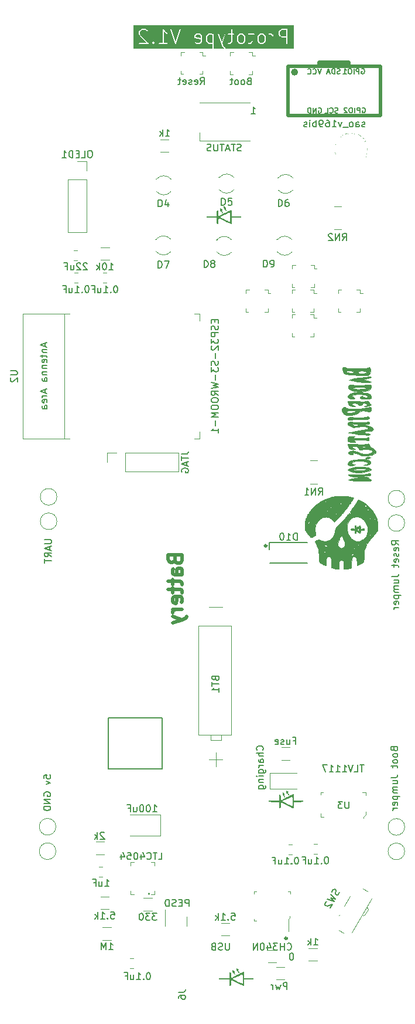
<source format=gbr>
%TF.GenerationSoftware,KiCad,Pcbnew,7.0.1*%
%TF.CreationDate,2023-08-12T00:29:20-05:00*%
%TF.ProjectId,BSidesKC23,42536964-6573-44b4-9332-332e6b696361,1.1*%
%TF.SameCoordinates,Original*%
%TF.FileFunction,Legend,Bot*%
%TF.FilePolarity,Positive*%
%FSLAX46Y46*%
G04 Gerber Fmt 4.6, Leading zero omitted, Abs format (unit mm)*
G04 Created by KiCad (PCBNEW 7.0.1) date 2023-08-12 00:29:20*
%MOMM*%
%LPD*%
G01*
G04 APERTURE LIST*
%ADD10C,0.150000*%
%ADD11C,0.500000*%
%ADD12C,0.120000*%
%ADD13C,0.010000*%
%ADD14C,0.306982*%
%ADD15C,0.100000*%
%ADD16C,0.310000*%
%ADD17C,0.210000*%
G04 APERTURE END LIST*
D10*
X83710000Y-139520000D02*
X91510000Y-139520000D01*
X91510000Y-146850000D01*
X83710000Y-146850000D01*
X83710000Y-139520000D01*
G36*
X98787142Y-40943495D02*
G01*
X98787142Y-41993647D01*
X98653961Y-42060238D01*
X98308417Y-42060238D01*
X98144662Y-41978360D01*
X98066639Y-41900335D01*
X97984761Y-41736580D01*
X97984761Y-41200563D01*
X98066638Y-41036806D01*
X98144663Y-40958781D01*
X98308418Y-40876904D01*
X98653960Y-40876904D01*
X98787142Y-40943495D01*
G37*
G36*
X106151049Y-40958781D02*
G01*
X106229074Y-41036806D01*
X106310952Y-41200562D01*
X106310952Y-41736581D01*
X106229074Y-41900334D01*
X106151049Y-41978360D01*
X105987295Y-42060238D01*
X105736989Y-42060238D01*
X105573234Y-41978360D01*
X105495211Y-41900335D01*
X105413333Y-41736580D01*
X105413333Y-41200563D01*
X105495210Y-41036806D01*
X105573235Y-40958781D01*
X105736990Y-40876904D01*
X105987294Y-40876904D01*
X106151049Y-40958781D01*
G37*
G36*
X103198668Y-40958781D02*
G01*
X103276693Y-41036806D01*
X103358571Y-41200562D01*
X103358571Y-41736581D01*
X103276693Y-41900334D01*
X103198668Y-41978360D01*
X103034914Y-42060238D01*
X102784608Y-42060238D01*
X102620853Y-41978360D01*
X102542830Y-41900335D01*
X102460952Y-41736580D01*
X102460952Y-41200563D01*
X102542829Y-41036806D01*
X102620854Y-40958781D01*
X102784609Y-40876904D01*
X103034913Y-40876904D01*
X103198668Y-40958781D01*
G37*
G36*
X96996715Y-40953043D02*
G01*
X97072856Y-41105324D01*
X97072856Y-41377085D01*
X96270475Y-41216610D01*
X96270475Y-41105325D01*
X96346614Y-40953044D01*
X96498894Y-40876904D01*
X96844436Y-40876904D01*
X96996715Y-40953043D01*
G37*
G36*
X109453809Y-41107857D02*
G01*
X108784608Y-41107857D01*
X108620853Y-41025979D01*
X108542830Y-40947954D01*
X108460952Y-40784199D01*
X108460952Y-40533896D01*
X108542829Y-40370140D01*
X108620854Y-40292115D01*
X108784609Y-40210238D01*
X109453809Y-40210238D01*
X109453809Y-41107857D01*
G37*
G36*
X110515714Y-42890714D02*
G01*
X87328808Y-42890714D01*
X87328808Y-40709491D01*
X88117359Y-40709491D01*
X88123896Y-40729103D01*
X88129717Y-40748926D01*
X88130823Y-40749884D01*
X88218284Y-41012270D01*
X88222107Y-41029841D01*
X88232945Y-41040679D01*
X88241693Y-41053266D01*
X88248240Y-41055974D01*
X89252503Y-42060238D01*
X88184692Y-42060238D01*
X88153214Y-42069481D01*
X88124372Y-42102767D01*
X88118104Y-42146362D01*
X88136400Y-42186426D01*
X88173452Y-42210238D01*
X89414427Y-42210238D01*
X89416954Y-42211618D01*
X89436243Y-42210238D01*
X89444351Y-42210238D01*
X89446962Y-42209471D01*
X89460886Y-42208475D01*
X89467682Y-42203387D01*
X89475829Y-42200995D01*
X89484969Y-42190446D01*
X89496144Y-42182081D01*
X89499111Y-42174125D01*
X89504671Y-42167709D01*
X89506657Y-42153895D01*
X89511536Y-42140815D01*
X89509730Y-42132516D01*
X89510939Y-42124114D01*
X89505141Y-42111418D01*
X89502174Y-42097777D01*
X89496169Y-42091772D01*
X89492643Y-42084050D01*
X89480900Y-42076503D01*
X89438821Y-42034424D01*
X90022269Y-42034424D01*
X90025810Y-42050703D01*
X90026999Y-42067317D01*
X90030417Y-42071883D01*
X90031631Y-42077461D01*
X90043411Y-42089241D01*
X90053393Y-42102575D01*
X90058738Y-42104568D01*
X90128905Y-42174735D01*
X90129717Y-42177498D01*
X90140266Y-42186638D01*
X90148631Y-42197813D01*
X90156586Y-42200780D01*
X90163003Y-42206340D01*
X90171405Y-42207548D01*
X90178859Y-42211618D01*
X90184551Y-42211210D01*
X90189898Y-42213205D01*
X90198195Y-42211399D01*
X90206598Y-42212608D01*
X90214321Y-42209080D01*
X90222790Y-42208475D01*
X90227356Y-42205056D01*
X90232935Y-42203843D01*
X90238939Y-42197838D01*
X90246662Y-42194312D01*
X90251252Y-42187168D01*
X90258049Y-42182081D01*
X90260042Y-42176735D01*
X90290415Y-42146362D01*
X90975247Y-42146362D01*
X90993543Y-42186426D01*
X91030595Y-42210238D01*
X91618686Y-42210238D01*
X91635170Y-42212608D01*
X91640360Y-42210238D01*
X92206256Y-42210238D01*
X92237734Y-42200995D01*
X92266576Y-42167709D01*
X92272844Y-42124114D01*
X92254548Y-42084050D01*
X92217496Y-42060238D01*
X91699046Y-42060238D01*
X91699046Y-40382946D01*
X91744250Y-40450752D01*
X91745917Y-40458413D01*
X91756239Y-40468735D01*
X91758099Y-40471525D01*
X91763822Y-40476318D01*
X91945316Y-40657812D01*
X91951760Y-40668662D01*
X91970260Y-40677912D01*
X91988383Y-40687808D01*
X91989843Y-40687703D01*
X92171577Y-40778570D01*
X92203865Y-40784380D01*
X92244548Y-40767507D01*
X92269651Y-40731317D01*
X92271204Y-40687301D01*
X92248712Y-40649433D01*
X92049425Y-40549789D01*
X91872807Y-40373171D01*
X91716068Y-40138063D01*
X92688788Y-40138063D01*
X93358129Y-42146087D01*
X93357824Y-42154535D01*
X93364955Y-42166567D01*
X93365828Y-42169184D01*
X93370439Y-42175819D01*
X93380281Y-42192423D01*
X93382887Y-42193728D01*
X93384551Y-42196123D01*
X93402393Y-42203503D01*
X93419657Y-42212155D01*
X93422556Y-42211844D01*
X93425250Y-42212959D01*
X93444243Y-42209523D01*
X93463450Y-42207468D01*
X93465722Y-42205638D01*
X93468590Y-42205120D01*
X93482712Y-42191959D01*
X93497757Y-42179847D01*
X93498679Y-42177080D01*
X93500812Y-42175093D01*
X93505579Y-42156380D01*
X93799763Y-41273829D01*
X96117426Y-41273829D01*
X96120475Y-41286794D01*
X96120475Y-41288877D01*
X96122935Y-41297256D01*
X96127509Y-41316704D01*
X96129096Y-41318239D01*
X96129718Y-41320355D01*
X96144801Y-41333424D01*
X96159172Y-41347320D01*
X96161337Y-41347753D01*
X96163004Y-41349197D01*
X96182758Y-41352037D01*
X97072856Y-41530056D01*
X97072856Y-41831819D01*
X96996716Y-41984097D01*
X96844437Y-42060238D01*
X96498893Y-42060238D01*
X96314610Y-41968096D01*
X96282322Y-41962286D01*
X96241639Y-41979159D01*
X96216536Y-42015349D01*
X96214984Y-42059365D01*
X96237475Y-42097234D01*
X96444037Y-42200514D01*
X96459167Y-42210238D01*
X96474497Y-42210238D01*
X96489580Y-42212952D01*
X96496124Y-42210238D01*
X96858102Y-42210238D01*
X96875986Y-42212169D01*
X96889699Y-42205312D01*
X96904402Y-42200995D01*
X96909040Y-42195641D01*
X97069070Y-42115626D01*
X97071983Y-42115729D01*
X97088582Y-42105870D01*
X97095803Y-42102260D01*
X97097819Y-42100384D01*
X97109852Y-42093238D01*
X97113634Y-42085672D01*
X97119824Y-42079915D01*
X97123289Y-42066363D01*
X97213132Y-41886674D01*
X97222856Y-41871545D01*
X97222856Y-41856214D01*
X97225570Y-41841131D01*
X97222856Y-41834587D01*
X97222856Y-41481451D01*
X97225905Y-41472837D01*
X97222856Y-41459872D01*
X97222856Y-41191248D01*
X97832047Y-41191248D01*
X97834761Y-41197792D01*
X97834761Y-41750245D01*
X97832830Y-41768129D01*
X97839686Y-41781842D01*
X97844004Y-41796545D01*
X97849357Y-41801183D01*
X97933711Y-41969891D01*
X97936394Y-41982222D01*
X97951020Y-41996848D01*
X97965084Y-42011967D01*
X97966501Y-42012329D01*
X98040554Y-42086383D01*
X98046999Y-42097234D01*
X98065499Y-42106484D01*
X98083622Y-42116380D01*
X98085082Y-42116275D01*
X98253561Y-42200514D01*
X98268691Y-42210238D01*
X98284021Y-42210238D01*
X98299104Y-42212952D01*
X98305648Y-42210238D01*
X98667626Y-42210238D01*
X98685510Y-42212169D01*
X98699223Y-42205312D01*
X98713926Y-42200995D01*
X98718564Y-42195641D01*
X98787142Y-42161353D01*
X98787142Y-42812686D01*
X98796385Y-42844164D01*
X98829671Y-42873006D01*
X98873266Y-42879274D01*
X98913330Y-42860978D01*
X98937142Y-42823926D01*
X98937142Y-42049435D01*
X98940259Y-42037245D01*
X98937142Y-42027866D01*
X98937142Y-40898467D01*
X98937872Y-40877777D01*
X98937142Y-40876548D01*
X98937142Y-40806390D01*
X99546010Y-40806390D01*
X100022711Y-42141152D01*
X100022423Y-42142645D01*
X100024403Y-42147597D01*
X100024098Y-42152920D01*
X100031766Y-42166508D01*
X100033234Y-42170617D01*
X100034073Y-42171772D01*
X100218757Y-42633481D01*
X100222109Y-42648889D01*
X100234515Y-42661295D01*
X100245355Y-42675087D01*
X100249871Y-42676651D01*
X100326270Y-42753050D01*
X100332714Y-42763900D01*
X100351214Y-42773150D01*
X100369337Y-42783046D01*
X100370797Y-42782941D01*
X100552531Y-42873808D01*
X100584819Y-42879618D01*
X100625502Y-42862745D01*
X100650605Y-42826555D01*
X100652158Y-42782539D01*
X100629666Y-42744671D01*
X100430379Y-42645027D01*
X100354631Y-42569279D01*
X100185465Y-42146362D01*
X100975249Y-42146362D01*
X100993545Y-42186426D01*
X101030597Y-42210238D01*
X101239055Y-42210238D01*
X101256939Y-42212169D01*
X101270652Y-42205312D01*
X101285355Y-42200995D01*
X101289993Y-42195641D01*
X101450023Y-42115626D01*
X101452936Y-42115729D01*
X101469535Y-42105870D01*
X101476756Y-42102260D01*
X101478772Y-42100384D01*
X101490805Y-42093238D01*
X101494587Y-42085672D01*
X101500777Y-42079915D01*
X101504242Y-42066363D01*
X101594085Y-41886674D01*
X101603809Y-41871545D01*
X101603809Y-41856214D01*
X101606523Y-41841131D01*
X101603809Y-41834587D01*
X101603809Y-41191248D01*
X102308238Y-41191248D01*
X102310952Y-41197792D01*
X102310952Y-41750245D01*
X102309021Y-41768129D01*
X102315877Y-41781842D01*
X102320195Y-41796545D01*
X102325548Y-41801183D01*
X102409902Y-41969891D01*
X102412585Y-41982222D01*
X102427211Y-41996848D01*
X102441275Y-42011967D01*
X102442692Y-42012329D01*
X102516745Y-42086383D01*
X102523190Y-42097234D01*
X102541690Y-42106484D01*
X102559813Y-42116380D01*
X102561273Y-42116275D01*
X102729752Y-42200514D01*
X102744882Y-42210238D01*
X102760212Y-42210238D01*
X102775295Y-42212952D01*
X102781839Y-42210238D01*
X103048579Y-42210238D01*
X103066463Y-42212169D01*
X103080176Y-42205312D01*
X103094879Y-42200995D01*
X103099517Y-42195641D01*
X103198075Y-42146362D01*
X103927630Y-42146362D01*
X103945926Y-42186426D01*
X103982978Y-42210238D01*
X104191436Y-42210238D01*
X104209320Y-42212169D01*
X104223033Y-42205312D01*
X104237736Y-42200995D01*
X104242374Y-42195641D01*
X104402404Y-42115626D01*
X104405317Y-42115729D01*
X104421916Y-42105870D01*
X104429137Y-42102260D01*
X104431153Y-42100384D01*
X104443186Y-42093238D01*
X104446968Y-42085672D01*
X104453158Y-42079915D01*
X104456623Y-42066363D01*
X104546466Y-41886674D01*
X104556190Y-41871545D01*
X104556190Y-41856214D01*
X104558904Y-41841131D01*
X104556190Y-41834587D01*
X104556190Y-41191248D01*
X105260619Y-41191248D01*
X105263333Y-41197792D01*
X105263333Y-41750245D01*
X105261402Y-41768129D01*
X105268258Y-41781842D01*
X105272576Y-41796545D01*
X105277929Y-41801183D01*
X105362283Y-41969891D01*
X105364966Y-41982222D01*
X105379592Y-41996848D01*
X105393656Y-42011967D01*
X105395073Y-42012329D01*
X105469126Y-42086383D01*
X105475571Y-42097234D01*
X105494071Y-42106484D01*
X105512194Y-42116380D01*
X105513654Y-42116275D01*
X105682133Y-42200514D01*
X105697263Y-42210238D01*
X105712593Y-42210238D01*
X105727676Y-42212952D01*
X105734220Y-42210238D01*
X106000960Y-42210238D01*
X106018844Y-42212169D01*
X106032557Y-42205312D01*
X106047260Y-42200995D01*
X106051898Y-42195641D01*
X106220606Y-42111287D01*
X106232937Y-42108605D01*
X106247559Y-42093982D01*
X106262682Y-42079915D01*
X106263044Y-42078497D01*
X106337098Y-42004442D01*
X106347948Y-41997999D01*
X106357197Y-41979499D01*
X106367094Y-41961375D01*
X106366989Y-41959915D01*
X106451228Y-41791436D01*
X106460952Y-41776307D01*
X106460952Y-41760977D01*
X106463666Y-41745894D01*
X106460952Y-41739350D01*
X106460952Y-41186898D01*
X106462883Y-41169014D01*
X106456026Y-41155301D01*
X106451709Y-41140597D01*
X106446354Y-41135957D01*
X106362001Y-40967249D01*
X106359319Y-40954919D01*
X106344699Y-40940299D01*
X106330630Y-40925174D01*
X106329211Y-40924811D01*
X106255157Y-40850757D01*
X106248714Y-40839909D01*
X106230232Y-40830668D01*
X106212091Y-40820762D01*
X106210629Y-40820866D01*
X106194953Y-40813028D01*
X106880010Y-40813028D01*
X106898306Y-40853092D01*
X106935358Y-40876904D01*
X107130151Y-40876904D01*
X107293906Y-40958781D01*
X107371931Y-41036806D01*
X107453809Y-41200562D01*
X107453809Y-42146020D01*
X107463052Y-42177498D01*
X107496338Y-42206340D01*
X107539933Y-42212608D01*
X107579997Y-42194312D01*
X107603809Y-42157260D01*
X107603809Y-41186898D01*
X107605740Y-41169014D01*
X107603809Y-41165152D01*
X107603809Y-40791122D01*
X107594566Y-40759644D01*
X107561280Y-40730802D01*
X107517685Y-40724534D01*
X107477621Y-40742830D01*
X107453809Y-40779882D01*
X107453809Y-40906552D01*
X107398014Y-40850757D01*
X107391571Y-40839909D01*
X107373089Y-40830668D01*
X107354948Y-40820762D01*
X107353486Y-40820866D01*
X107185009Y-40736627D01*
X107169879Y-40726904D01*
X107154549Y-40726904D01*
X107139466Y-40724190D01*
X107132922Y-40726904D01*
X106946598Y-40726904D01*
X106915120Y-40736147D01*
X106886278Y-40769433D01*
X106880010Y-40813028D01*
X106194953Y-40813028D01*
X106042152Y-40736627D01*
X106027022Y-40726904D01*
X106011692Y-40726904D01*
X105996609Y-40724190D01*
X105990065Y-40726904D01*
X105723326Y-40726904D01*
X105705441Y-40724973D01*
X105691727Y-40731829D01*
X105677025Y-40736147D01*
X105672386Y-40741500D01*
X105503678Y-40825854D01*
X105491348Y-40828537D01*
X105476728Y-40843156D01*
X105461603Y-40857226D01*
X105461240Y-40858644D01*
X105387186Y-40932698D01*
X105376338Y-40939142D01*
X105367097Y-40957622D01*
X105357191Y-40975765D01*
X105357295Y-40977226D01*
X105273056Y-41145705D01*
X105263333Y-41160835D01*
X105263333Y-41176165D01*
X105260619Y-41191248D01*
X104556190Y-41191248D01*
X104556190Y-40876904D01*
X104777686Y-40876904D01*
X104809164Y-40867661D01*
X104838006Y-40834375D01*
X104844274Y-40790780D01*
X104825978Y-40750716D01*
X104788926Y-40726904D01*
X104556190Y-40726904D01*
X104556190Y-40524581D01*
X108308238Y-40524581D01*
X108310952Y-40531125D01*
X108310952Y-40797864D01*
X108309021Y-40815748D01*
X108315877Y-40829461D01*
X108320195Y-40844164D01*
X108325548Y-40848802D01*
X108409902Y-41017510D01*
X108412585Y-41029841D01*
X108427211Y-41044467D01*
X108441275Y-41059586D01*
X108442692Y-41059948D01*
X108516745Y-41134002D01*
X108523190Y-41144853D01*
X108541690Y-41154103D01*
X108559813Y-41163999D01*
X108561273Y-41163894D01*
X108729752Y-41248133D01*
X108744882Y-41257857D01*
X108760212Y-41257857D01*
X108775295Y-41260571D01*
X108781839Y-41257857D01*
X109453809Y-41257857D01*
X109453809Y-42146020D01*
X109463052Y-42177498D01*
X109496338Y-42206340D01*
X109539933Y-42212608D01*
X109579997Y-42194312D01*
X109603809Y-42157260D01*
X109603809Y-41188217D01*
X109606179Y-41171733D01*
X109603809Y-41166543D01*
X109603809Y-40140598D01*
X109606179Y-40124114D01*
X109599259Y-40108961D01*
X109594566Y-40092978D01*
X109590253Y-40089241D01*
X109587883Y-40084050D01*
X109573866Y-40075042D01*
X109561280Y-40064136D01*
X109555633Y-40063324D01*
X109550831Y-40060238D01*
X109534169Y-40060238D01*
X109517685Y-40057868D01*
X109512495Y-40060238D01*
X108770945Y-40060238D01*
X108753060Y-40058307D01*
X108739346Y-40065163D01*
X108724644Y-40069481D01*
X108720005Y-40074834D01*
X108551297Y-40159188D01*
X108538967Y-40161871D01*
X108524347Y-40176490D01*
X108509222Y-40190560D01*
X108508859Y-40191978D01*
X108434805Y-40266032D01*
X108423957Y-40272476D01*
X108414716Y-40290957D01*
X108404810Y-40309099D01*
X108404914Y-40310560D01*
X108320675Y-40479037D01*
X108310952Y-40494168D01*
X108310952Y-40509498D01*
X108308238Y-40524581D01*
X104556190Y-40524581D01*
X104556190Y-40124456D01*
X104546947Y-40092978D01*
X104513661Y-40064136D01*
X104470066Y-40057868D01*
X104430002Y-40076164D01*
X104406190Y-40113216D01*
X104406190Y-40726904D01*
X103994218Y-40726904D01*
X103962740Y-40736147D01*
X103933898Y-40769433D01*
X103927630Y-40813028D01*
X103945926Y-40853092D01*
X103982978Y-40876904D01*
X104406190Y-40876904D01*
X104406190Y-41831819D01*
X104330050Y-41984097D01*
X104177771Y-42060238D01*
X103994218Y-42060238D01*
X103962740Y-42069481D01*
X103933898Y-42102767D01*
X103927630Y-42146362D01*
X103198075Y-42146362D01*
X103268225Y-42111287D01*
X103280556Y-42108605D01*
X103295178Y-42093982D01*
X103310301Y-42079915D01*
X103310663Y-42078497D01*
X103384717Y-42004442D01*
X103395567Y-41997999D01*
X103404816Y-41979499D01*
X103414713Y-41961375D01*
X103414608Y-41959915D01*
X103498847Y-41791436D01*
X103508571Y-41776307D01*
X103508571Y-41760977D01*
X103511285Y-41745894D01*
X103508571Y-41739350D01*
X103508571Y-41186898D01*
X103510502Y-41169014D01*
X103503645Y-41155301D01*
X103499328Y-41140597D01*
X103493973Y-41135957D01*
X103409620Y-40967249D01*
X103406938Y-40954919D01*
X103392318Y-40940299D01*
X103378249Y-40925174D01*
X103376830Y-40924811D01*
X103302776Y-40850757D01*
X103296333Y-40839909D01*
X103277851Y-40830668D01*
X103259710Y-40820762D01*
X103258248Y-40820866D01*
X103089771Y-40736627D01*
X103074641Y-40726904D01*
X103059311Y-40726904D01*
X103044228Y-40724190D01*
X103037684Y-40726904D01*
X102770945Y-40726904D01*
X102753060Y-40724973D01*
X102739346Y-40731829D01*
X102724644Y-40736147D01*
X102720005Y-40741500D01*
X102551297Y-40825854D01*
X102538967Y-40828537D01*
X102524347Y-40843156D01*
X102509222Y-40857226D01*
X102508859Y-40858644D01*
X102434805Y-40932698D01*
X102423957Y-40939142D01*
X102414716Y-40957622D01*
X102404810Y-40975765D01*
X102404914Y-40977226D01*
X102320675Y-41145705D01*
X102310952Y-41160835D01*
X102310952Y-41176165D01*
X102308238Y-41191248D01*
X101603809Y-41191248D01*
X101603809Y-40876904D01*
X101825305Y-40876904D01*
X101856783Y-40867661D01*
X101885625Y-40834375D01*
X101891893Y-40790780D01*
X101873597Y-40750716D01*
X101836545Y-40726904D01*
X101603809Y-40726904D01*
X101603809Y-40124456D01*
X101594566Y-40092978D01*
X101561280Y-40064136D01*
X101517685Y-40057868D01*
X101477621Y-40076164D01*
X101453809Y-40113216D01*
X101453809Y-40726904D01*
X101041837Y-40726904D01*
X101010359Y-40736147D01*
X100981517Y-40769433D01*
X100975249Y-40813028D01*
X100993545Y-40853092D01*
X101030597Y-40876904D01*
X101453809Y-40876904D01*
X101453809Y-41831819D01*
X101377669Y-41984097D01*
X101225390Y-42060238D01*
X101041837Y-42060238D01*
X101010359Y-42069481D01*
X100981517Y-42102767D01*
X100975249Y-42146362D01*
X100185465Y-42146362D01*
X100180414Y-42133735D01*
X100650685Y-40816975D01*
X100652568Y-40784222D01*
X100630922Y-40745865D01*
X100591975Y-40725300D01*
X100548091Y-40729055D01*
X100513204Y-40755939D01*
X100100237Y-41912247D01*
X99691051Y-40766525D01*
X99671760Y-40739990D01*
X99630712Y-40724023D01*
X99587549Y-40732783D01*
X99555972Y-40763488D01*
X99546010Y-40806390D01*
X98937142Y-40806390D01*
X98937142Y-40791122D01*
X98927899Y-40759644D01*
X98894613Y-40730802D01*
X98851018Y-40724534D01*
X98810954Y-40742830D01*
X98789132Y-40776784D01*
X98708818Y-40736627D01*
X98693688Y-40726904D01*
X98678358Y-40726904D01*
X98663275Y-40724190D01*
X98656731Y-40726904D01*
X98294754Y-40726904D01*
X98276869Y-40724973D01*
X98263155Y-40731829D01*
X98248453Y-40736147D01*
X98243814Y-40741500D01*
X98075106Y-40825854D01*
X98062776Y-40828537D01*
X98048156Y-40843156D01*
X98033031Y-40857226D01*
X98032668Y-40858644D01*
X97958614Y-40932698D01*
X97947766Y-40939142D01*
X97938525Y-40957622D01*
X97928619Y-40975765D01*
X97928723Y-40977226D01*
X97844484Y-41145705D01*
X97834761Y-41160835D01*
X97834761Y-41176165D01*
X97832047Y-41191248D01*
X97222856Y-41191248D01*
X97222856Y-41091660D01*
X97224787Y-41073776D01*
X97217930Y-41060063D01*
X97213613Y-41045359D01*
X97208258Y-41040719D01*
X97128245Y-40880691D01*
X97128348Y-40877777D01*
X97118486Y-40861173D01*
X97114878Y-40853957D01*
X97113002Y-40851940D01*
X97105856Y-40839909D01*
X97098293Y-40836127D01*
X97092534Y-40829936D01*
X97078977Y-40826469D01*
X96899294Y-40736627D01*
X96884164Y-40726904D01*
X96868834Y-40726904D01*
X96853751Y-40724190D01*
X96847207Y-40726904D01*
X96485230Y-40726904D01*
X96467345Y-40724973D01*
X96453631Y-40731829D01*
X96438929Y-40736147D01*
X96434290Y-40741500D01*
X96274262Y-40821514D01*
X96271348Y-40821412D01*
X96254745Y-40831273D01*
X96247528Y-40834882D01*
X96245511Y-40836757D01*
X96233480Y-40843904D01*
X96229698Y-40851466D01*
X96223507Y-40857226D01*
X96220040Y-40870783D01*
X96130198Y-41050467D01*
X96120475Y-41065597D01*
X96120475Y-41080927D01*
X96117761Y-41096010D01*
X96120475Y-41102554D01*
X96120475Y-41265215D01*
X96117426Y-41273829D01*
X93799763Y-41273829D01*
X94174797Y-40148726D01*
X94175982Y-40115941D01*
X94153525Y-40078053D01*
X94114149Y-40058321D01*
X94070356Y-40063008D01*
X94036049Y-40090629D01*
X93433569Y-41898067D01*
X92834645Y-40101292D01*
X92815922Y-40074352D01*
X92775223Y-40057516D01*
X92731883Y-40065356D01*
X92699661Y-40095383D01*
X92688788Y-40138063D01*
X91716068Y-40138063D01*
X91692787Y-40103141D01*
X91689803Y-40092978D01*
X91680826Y-40085199D01*
X91680469Y-40084664D01*
X91672666Y-40078129D01*
X91656517Y-40064136D01*
X91655842Y-40064038D01*
X91655318Y-40063600D01*
X91634088Y-40060911D01*
X91612922Y-40057868D01*
X91612300Y-40058151D01*
X91611623Y-40058066D01*
X91592332Y-40067270D01*
X91572858Y-40076164D01*
X91572488Y-40076739D01*
X91571873Y-40077033D01*
X91560624Y-40095198D01*
X91549046Y-40113216D01*
X91549046Y-40113899D01*
X91548687Y-40114479D01*
X91549046Y-40135843D01*
X91549046Y-42060238D01*
X91041835Y-42060238D01*
X91010357Y-42069481D01*
X90981515Y-42102767D01*
X90975247Y-42146362D01*
X90290415Y-42146362D01*
X90339951Y-42096826D01*
X90353287Y-42086844D01*
X90359109Y-42071233D01*
X90367092Y-42056615D01*
X90366684Y-42050923D01*
X90368679Y-42045577D01*
X90365137Y-42029297D01*
X90363949Y-42012684D01*
X90360530Y-42008116D01*
X90359317Y-42002540D01*
X90347537Y-41990760D01*
X90337555Y-41977425D01*
X90332208Y-41975430D01*
X90262042Y-41905263D01*
X90261231Y-41902501D01*
X90250682Y-41893360D01*
X90242317Y-41882186D01*
X90234361Y-41879218D01*
X90227945Y-41873659D01*
X90219540Y-41872450D01*
X90212089Y-41868382D01*
X90206398Y-41868788D01*
X90201050Y-41866794D01*
X90192752Y-41868599D01*
X90184350Y-41867391D01*
X90176625Y-41870918D01*
X90168158Y-41871524D01*
X90163591Y-41874942D01*
X90158013Y-41876156D01*
X90152008Y-41882160D01*
X90144286Y-41885687D01*
X90139694Y-41892831D01*
X90132900Y-41897918D01*
X90130906Y-41903263D01*
X90050992Y-41983177D01*
X90037661Y-41993157D01*
X90031839Y-42008765D01*
X90023856Y-42023386D01*
X90024263Y-42029077D01*
X90022269Y-42034424D01*
X89438821Y-42034424D01*
X88356264Y-40951866D01*
X88270474Y-40694494D01*
X88270474Y-40533896D01*
X88352351Y-40370140D01*
X88430376Y-40292115D01*
X88594131Y-40210238D01*
X89034911Y-40210238D01*
X89198666Y-40292115D01*
X89292922Y-40386371D01*
X89321716Y-40402094D01*
X89365647Y-40398951D01*
X89400906Y-40372557D01*
X89416298Y-40331290D01*
X89406936Y-40288253D01*
X89302774Y-40184091D01*
X89296331Y-40173243D01*
X89277849Y-40164002D01*
X89259708Y-40154096D01*
X89258246Y-40154200D01*
X89089769Y-40069961D01*
X89074639Y-40060238D01*
X89059309Y-40060238D01*
X89044226Y-40057524D01*
X89037682Y-40060238D01*
X88580467Y-40060238D01*
X88562582Y-40058307D01*
X88548868Y-40065163D01*
X88534166Y-40069481D01*
X88529527Y-40074834D01*
X88360819Y-40159188D01*
X88348489Y-40161871D01*
X88333869Y-40176490D01*
X88318744Y-40190560D01*
X88318381Y-40191978D01*
X88244327Y-40266032D01*
X88233479Y-40272476D01*
X88224238Y-40290957D01*
X88214332Y-40309099D01*
X88214436Y-40310560D01*
X88130197Y-40479037D01*
X88120474Y-40494168D01*
X88120474Y-40509498D01*
X88117760Y-40524581D01*
X88120474Y-40531125D01*
X88120474Y-40697264D01*
X88117359Y-40709491D01*
X87328808Y-40709491D01*
X87328808Y-39494286D01*
X110515714Y-39494286D01*
X110515714Y-42890714D01*
G37*
%TO.C,X1*%
X120800161Y-54143200D02*
X120704923Y-54190819D01*
X120704923Y-54190819D02*
X120514447Y-54190819D01*
X120514447Y-54190819D02*
X120419209Y-54143200D01*
X120419209Y-54143200D02*
X120371590Y-54047961D01*
X120371590Y-54047961D02*
X120371590Y-54000342D01*
X120371590Y-54000342D02*
X120419209Y-53905104D01*
X120419209Y-53905104D02*
X120514447Y-53857485D01*
X120514447Y-53857485D02*
X120657304Y-53857485D01*
X120657304Y-53857485D02*
X120752542Y-53809866D01*
X120752542Y-53809866D02*
X120800161Y-53714628D01*
X120800161Y-53714628D02*
X120800161Y-53667009D01*
X120800161Y-53667009D02*
X120752542Y-53571771D01*
X120752542Y-53571771D02*
X120657304Y-53524152D01*
X120657304Y-53524152D02*
X120514447Y-53524152D01*
X120514447Y-53524152D02*
X120419209Y-53571771D01*
X119514447Y-54190819D02*
X119514447Y-53667009D01*
X119514447Y-53667009D02*
X119562066Y-53571771D01*
X119562066Y-53571771D02*
X119657304Y-53524152D01*
X119657304Y-53524152D02*
X119847780Y-53524152D01*
X119847780Y-53524152D02*
X119943018Y-53571771D01*
X119514447Y-54143200D02*
X119609685Y-54190819D01*
X119609685Y-54190819D02*
X119847780Y-54190819D01*
X119847780Y-54190819D02*
X119943018Y-54143200D01*
X119943018Y-54143200D02*
X119990637Y-54047961D01*
X119990637Y-54047961D02*
X119990637Y-53952723D01*
X119990637Y-53952723D02*
X119943018Y-53857485D01*
X119943018Y-53857485D02*
X119847780Y-53809866D01*
X119847780Y-53809866D02*
X119609685Y-53809866D01*
X119609685Y-53809866D02*
X119514447Y-53762247D01*
X118895399Y-54190819D02*
X118990637Y-54143200D01*
X118990637Y-54143200D02*
X119038256Y-54095580D01*
X119038256Y-54095580D02*
X119085875Y-54000342D01*
X119085875Y-54000342D02*
X119085875Y-53714628D01*
X119085875Y-53714628D02*
X119038256Y-53619390D01*
X119038256Y-53619390D02*
X118990637Y-53571771D01*
X118990637Y-53571771D02*
X118895399Y-53524152D01*
X118895399Y-53524152D02*
X118752542Y-53524152D01*
X118752542Y-53524152D02*
X118657304Y-53571771D01*
X118657304Y-53571771D02*
X118609685Y-53619390D01*
X118609685Y-53619390D02*
X118562066Y-53714628D01*
X118562066Y-53714628D02*
X118562066Y-54000342D01*
X118562066Y-54000342D02*
X118609685Y-54095580D01*
X118609685Y-54095580D02*
X118657304Y-54143200D01*
X118657304Y-54143200D02*
X118752542Y-54190819D01*
X118752542Y-54190819D02*
X118895399Y-54190819D01*
X118371590Y-54286057D02*
X117609685Y-54286057D01*
X117466827Y-53524152D02*
X117228732Y-54190819D01*
X117228732Y-54190819D02*
X116990637Y-53524152D01*
X116085875Y-54190819D02*
X116657303Y-54190819D01*
X116371589Y-54190819D02*
X116371589Y-53190819D01*
X116371589Y-53190819D02*
X116466827Y-53333676D01*
X116466827Y-53333676D02*
X116562065Y-53428914D01*
X116562065Y-53428914D02*
X116657303Y-53476533D01*
X115228732Y-53190819D02*
X115419208Y-53190819D01*
X115419208Y-53190819D02*
X115514446Y-53238438D01*
X115514446Y-53238438D02*
X115562065Y-53286057D01*
X115562065Y-53286057D02*
X115657303Y-53428914D01*
X115657303Y-53428914D02*
X115704922Y-53619390D01*
X115704922Y-53619390D02*
X115704922Y-54000342D01*
X115704922Y-54000342D02*
X115657303Y-54095580D01*
X115657303Y-54095580D02*
X115609684Y-54143200D01*
X115609684Y-54143200D02*
X115514446Y-54190819D01*
X115514446Y-54190819D02*
X115323970Y-54190819D01*
X115323970Y-54190819D02*
X115228732Y-54143200D01*
X115228732Y-54143200D02*
X115181113Y-54095580D01*
X115181113Y-54095580D02*
X115133494Y-54000342D01*
X115133494Y-54000342D02*
X115133494Y-53762247D01*
X115133494Y-53762247D02*
X115181113Y-53667009D01*
X115181113Y-53667009D02*
X115228732Y-53619390D01*
X115228732Y-53619390D02*
X115323970Y-53571771D01*
X115323970Y-53571771D02*
X115514446Y-53571771D01*
X115514446Y-53571771D02*
X115609684Y-53619390D01*
X115609684Y-53619390D02*
X115657303Y-53667009D01*
X115657303Y-53667009D02*
X115704922Y-53762247D01*
X114657303Y-54190819D02*
X114466827Y-54190819D01*
X114466827Y-54190819D02*
X114371589Y-54143200D01*
X114371589Y-54143200D02*
X114323970Y-54095580D01*
X114323970Y-54095580D02*
X114228732Y-53952723D01*
X114228732Y-53952723D02*
X114181113Y-53762247D01*
X114181113Y-53762247D02*
X114181113Y-53381295D01*
X114181113Y-53381295D02*
X114228732Y-53286057D01*
X114228732Y-53286057D02*
X114276351Y-53238438D01*
X114276351Y-53238438D02*
X114371589Y-53190819D01*
X114371589Y-53190819D02*
X114562065Y-53190819D01*
X114562065Y-53190819D02*
X114657303Y-53238438D01*
X114657303Y-53238438D02*
X114704922Y-53286057D01*
X114704922Y-53286057D02*
X114752541Y-53381295D01*
X114752541Y-53381295D02*
X114752541Y-53619390D01*
X114752541Y-53619390D02*
X114704922Y-53714628D01*
X114704922Y-53714628D02*
X114657303Y-53762247D01*
X114657303Y-53762247D02*
X114562065Y-53809866D01*
X114562065Y-53809866D02*
X114371589Y-53809866D01*
X114371589Y-53809866D02*
X114276351Y-53762247D01*
X114276351Y-53762247D02*
X114228732Y-53714628D01*
X114228732Y-53714628D02*
X114181113Y-53619390D01*
X113752541Y-54190819D02*
X113752541Y-53190819D01*
X113752541Y-53571771D02*
X113657303Y-53524152D01*
X113657303Y-53524152D02*
X113466827Y-53524152D01*
X113466827Y-53524152D02*
X113371589Y-53571771D01*
X113371589Y-53571771D02*
X113323970Y-53619390D01*
X113323970Y-53619390D02*
X113276351Y-53714628D01*
X113276351Y-53714628D02*
X113276351Y-54000342D01*
X113276351Y-54000342D02*
X113323970Y-54095580D01*
X113323970Y-54095580D02*
X113371589Y-54143200D01*
X113371589Y-54143200D02*
X113466827Y-54190819D01*
X113466827Y-54190819D02*
X113657303Y-54190819D01*
X113657303Y-54190819D02*
X113752541Y-54143200D01*
X112847779Y-54190819D02*
X112847779Y-53524152D01*
X112847779Y-53190819D02*
X112895398Y-53238438D01*
X112895398Y-53238438D02*
X112847779Y-53286057D01*
X112847779Y-53286057D02*
X112800160Y-53238438D01*
X112800160Y-53238438D02*
X112847779Y-53190819D01*
X112847779Y-53190819D02*
X112847779Y-53286057D01*
X112419208Y-54143200D02*
X112323970Y-54190819D01*
X112323970Y-54190819D02*
X112133494Y-54190819D01*
X112133494Y-54190819D02*
X112038256Y-54143200D01*
X112038256Y-54143200D02*
X111990637Y-54047961D01*
X111990637Y-54047961D02*
X111990637Y-54000342D01*
X111990637Y-54000342D02*
X112038256Y-53905104D01*
X112038256Y-53905104D02*
X112133494Y-53857485D01*
X112133494Y-53857485D02*
X112276351Y-53857485D01*
X112276351Y-53857485D02*
X112371589Y-53809866D01*
X112371589Y-53809866D02*
X112419208Y-53714628D01*
X112419208Y-53714628D02*
X112419208Y-53667009D01*
X112419208Y-53667009D02*
X112371589Y-53571771D01*
X112371589Y-53571771D02*
X112276351Y-53524152D01*
X112276351Y-53524152D02*
X112133494Y-53524152D01*
X112133494Y-53524152D02*
X112038256Y-53571771D01*
X120321942Y-45817078D02*
X120393371Y-45781364D01*
X120393371Y-45781364D02*
X120500513Y-45781364D01*
X120500513Y-45781364D02*
X120607656Y-45817078D01*
X120607656Y-45817078D02*
X120679085Y-45888507D01*
X120679085Y-45888507D02*
X120714799Y-45959935D01*
X120714799Y-45959935D02*
X120750513Y-46102792D01*
X120750513Y-46102792D02*
X120750513Y-46209935D01*
X120750513Y-46209935D02*
X120714799Y-46352792D01*
X120714799Y-46352792D02*
X120679085Y-46424221D01*
X120679085Y-46424221D02*
X120607656Y-46495650D01*
X120607656Y-46495650D02*
X120500513Y-46531364D01*
X120500513Y-46531364D02*
X120429085Y-46531364D01*
X120429085Y-46531364D02*
X120321942Y-46495650D01*
X120321942Y-46495650D02*
X120286228Y-46459935D01*
X120286228Y-46459935D02*
X120286228Y-46209935D01*
X120286228Y-46209935D02*
X120429085Y-46209935D01*
X119964799Y-46531364D02*
X119964799Y-45781364D01*
X119964799Y-45781364D02*
X119679085Y-45781364D01*
X119679085Y-45781364D02*
X119607656Y-45817078D01*
X119607656Y-45817078D02*
X119571942Y-45852792D01*
X119571942Y-45852792D02*
X119536228Y-45924221D01*
X119536228Y-45924221D02*
X119536228Y-46031364D01*
X119536228Y-46031364D02*
X119571942Y-46102792D01*
X119571942Y-46102792D02*
X119607656Y-46138507D01*
X119607656Y-46138507D02*
X119679085Y-46174221D01*
X119679085Y-46174221D02*
X119964799Y-46174221D01*
X119214799Y-46531364D02*
X119214799Y-45781364D01*
X118714799Y-45781364D02*
X118571942Y-45781364D01*
X118571942Y-45781364D02*
X118500513Y-45817078D01*
X118500513Y-45817078D02*
X118429085Y-45888507D01*
X118429085Y-45888507D02*
X118393370Y-46031364D01*
X118393370Y-46031364D02*
X118393370Y-46281364D01*
X118393370Y-46281364D02*
X118429085Y-46424221D01*
X118429085Y-46424221D02*
X118500513Y-46495650D01*
X118500513Y-46495650D02*
X118571942Y-46531364D01*
X118571942Y-46531364D02*
X118714799Y-46531364D01*
X118714799Y-46531364D02*
X118786228Y-46495650D01*
X118786228Y-46495650D02*
X118857656Y-46424221D01*
X118857656Y-46424221D02*
X118893370Y-46281364D01*
X118893370Y-46281364D02*
X118893370Y-46031364D01*
X118893370Y-46031364D02*
X118857656Y-45888507D01*
X118857656Y-45888507D02*
X118786228Y-45817078D01*
X118786228Y-45817078D02*
X118714799Y-45781364D01*
X117679085Y-46531364D02*
X118107656Y-46531364D01*
X117893371Y-46531364D02*
X117893371Y-45781364D01*
X117893371Y-45781364D02*
X117964799Y-45888507D01*
X117964799Y-45888507D02*
X118036228Y-45959935D01*
X118036228Y-45959935D02*
X118107656Y-45995650D01*
X114474399Y-45806764D02*
X114224399Y-46556764D01*
X114224399Y-46556764D02*
X113974399Y-45806764D01*
X113295828Y-46485335D02*
X113331542Y-46521050D01*
X113331542Y-46521050D02*
X113438685Y-46556764D01*
X113438685Y-46556764D02*
X113510113Y-46556764D01*
X113510113Y-46556764D02*
X113617256Y-46521050D01*
X113617256Y-46521050D02*
X113688685Y-46449621D01*
X113688685Y-46449621D02*
X113724399Y-46378192D01*
X113724399Y-46378192D02*
X113760113Y-46235335D01*
X113760113Y-46235335D02*
X113760113Y-46128192D01*
X113760113Y-46128192D02*
X113724399Y-45985335D01*
X113724399Y-45985335D02*
X113688685Y-45913907D01*
X113688685Y-45913907D02*
X113617256Y-45842478D01*
X113617256Y-45842478D02*
X113510113Y-45806764D01*
X113510113Y-45806764D02*
X113438685Y-45806764D01*
X113438685Y-45806764D02*
X113331542Y-45842478D01*
X113331542Y-45842478D02*
X113295828Y-45878192D01*
X112545828Y-46485335D02*
X112581542Y-46521050D01*
X112581542Y-46521050D02*
X112688685Y-46556764D01*
X112688685Y-46556764D02*
X112760113Y-46556764D01*
X112760113Y-46556764D02*
X112867256Y-46521050D01*
X112867256Y-46521050D02*
X112938685Y-46449621D01*
X112938685Y-46449621D02*
X112974399Y-46378192D01*
X112974399Y-46378192D02*
X113010113Y-46235335D01*
X113010113Y-46235335D02*
X113010113Y-46128192D01*
X113010113Y-46128192D02*
X112974399Y-45985335D01*
X112974399Y-45985335D02*
X112938685Y-45913907D01*
X112938685Y-45913907D02*
X112867256Y-45842478D01*
X112867256Y-45842478D02*
X112760113Y-45806764D01*
X112760113Y-45806764D02*
X112688685Y-45806764D01*
X112688685Y-45806764D02*
X112581542Y-45842478D01*
X112581542Y-45842478D02*
X112545828Y-45878192D01*
X117179113Y-46495650D02*
X117071971Y-46531364D01*
X117071971Y-46531364D02*
X116893399Y-46531364D01*
X116893399Y-46531364D02*
X116821971Y-46495650D01*
X116821971Y-46495650D02*
X116786256Y-46459935D01*
X116786256Y-46459935D02*
X116750542Y-46388507D01*
X116750542Y-46388507D02*
X116750542Y-46317078D01*
X116750542Y-46317078D02*
X116786256Y-46245650D01*
X116786256Y-46245650D02*
X116821971Y-46209935D01*
X116821971Y-46209935D02*
X116893399Y-46174221D01*
X116893399Y-46174221D02*
X117036256Y-46138507D01*
X117036256Y-46138507D02*
X117107685Y-46102792D01*
X117107685Y-46102792D02*
X117143399Y-46067078D01*
X117143399Y-46067078D02*
X117179113Y-45995650D01*
X117179113Y-45995650D02*
X117179113Y-45924221D01*
X117179113Y-45924221D02*
X117143399Y-45852792D01*
X117143399Y-45852792D02*
X117107685Y-45817078D01*
X117107685Y-45817078D02*
X117036256Y-45781364D01*
X117036256Y-45781364D02*
X116857685Y-45781364D01*
X116857685Y-45781364D02*
X116750542Y-45817078D01*
X116429113Y-46531364D02*
X116429113Y-45781364D01*
X116429113Y-45781364D02*
X116250542Y-45781364D01*
X116250542Y-45781364D02*
X116143399Y-45817078D01*
X116143399Y-45817078D02*
X116071970Y-45888507D01*
X116071970Y-45888507D02*
X116036256Y-45959935D01*
X116036256Y-45959935D02*
X116000542Y-46102792D01*
X116000542Y-46102792D02*
X116000542Y-46209935D01*
X116000542Y-46209935D02*
X116036256Y-46352792D01*
X116036256Y-46352792D02*
X116071970Y-46424221D01*
X116071970Y-46424221D02*
X116143399Y-46495650D01*
X116143399Y-46495650D02*
X116250542Y-46531364D01*
X116250542Y-46531364D02*
X116429113Y-46531364D01*
X115714827Y-46317078D02*
X115357685Y-46317078D01*
X115786256Y-46531364D02*
X115536256Y-45781364D01*
X115536256Y-45781364D02*
X115286256Y-46531364D01*
X114096628Y-51481278D02*
X114168057Y-51445564D01*
X114168057Y-51445564D02*
X114275199Y-51445564D01*
X114275199Y-51445564D02*
X114382342Y-51481278D01*
X114382342Y-51481278D02*
X114453771Y-51552707D01*
X114453771Y-51552707D02*
X114489485Y-51624135D01*
X114489485Y-51624135D02*
X114525199Y-51766992D01*
X114525199Y-51766992D02*
X114525199Y-51874135D01*
X114525199Y-51874135D02*
X114489485Y-52016992D01*
X114489485Y-52016992D02*
X114453771Y-52088421D01*
X114453771Y-52088421D02*
X114382342Y-52159850D01*
X114382342Y-52159850D02*
X114275199Y-52195564D01*
X114275199Y-52195564D02*
X114203771Y-52195564D01*
X114203771Y-52195564D02*
X114096628Y-52159850D01*
X114096628Y-52159850D02*
X114060914Y-52124135D01*
X114060914Y-52124135D02*
X114060914Y-51874135D01*
X114060914Y-51874135D02*
X114203771Y-51874135D01*
X113739485Y-52195564D02*
X113739485Y-51445564D01*
X113739485Y-51445564D02*
X113310914Y-52195564D01*
X113310914Y-52195564D02*
X113310914Y-51445564D01*
X112953771Y-52195564D02*
X112953771Y-51445564D01*
X112953771Y-51445564D02*
X112775200Y-51445564D01*
X112775200Y-51445564D02*
X112668057Y-51481278D01*
X112668057Y-51481278D02*
X112596628Y-51552707D01*
X112596628Y-51552707D02*
X112560914Y-51624135D01*
X112560914Y-51624135D02*
X112525200Y-51766992D01*
X112525200Y-51766992D02*
X112525200Y-51874135D01*
X112525200Y-51874135D02*
X112560914Y-52016992D01*
X112560914Y-52016992D02*
X112596628Y-52088421D01*
X112596628Y-52088421D02*
X112668057Y-52159850D01*
X112668057Y-52159850D02*
X112775200Y-52195564D01*
X112775200Y-52195564D02*
X112953771Y-52195564D01*
X116907256Y-52159850D02*
X116800114Y-52195564D01*
X116800114Y-52195564D02*
X116621542Y-52195564D01*
X116621542Y-52195564D02*
X116550114Y-52159850D01*
X116550114Y-52159850D02*
X116514399Y-52124135D01*
X116514399Y-52124135D02*
X116478685Y-52052707D01*
X116478685Y-52052707D02*
X116478685Y-51981278D01*
X116478685Y-51981278D02*
X116514399Y-51909850D01*
X116514399Y-51909850D02*
X116550114Y-51874135D01*
X116550114Y-51874135D02*
X116621542Y-51838421D01*
X116621542Y-51838421D02*
X116764399Y-51802707D01*
X116764399Y-51802707D02*
X116835828Y-51766992D01*
X116835828Y-51766992D02*
X116871542Y-51731278D01*
X116871542Y-51731278D02*
X116907256Y-51659850D01*
X116907256Y-51659850D02*
X116907256Y-51588421D01*
X116907256Y-51588421D02*
X116871542Y-51516992D01*
X116871542Y-51516992D02*
X116835828Y-51481278D01*
X116835828Y-51481278D02*
X116764399Y-51445564D01*
X116764399Y-51445564D02*
X116585828Y-51445564D01*
X116585828Y-51445564D02*
X116478685Y-51481278D01*
X115728685Y-52124135D02*
X115764399Y-52159850D01*
X115764399Y-52159850D02*
X115871542Y-52195564D01*
X115871542Y-52195564D02*
X115942970Y-52195564D01*
X115942970Y-52195564D02*
X116050113Y-52159850D01*
X116050113Y-52159850D02*
X116121542Y-52088421D01*
X116121542Y-52088421D02*
X116157256Y-52016992D01*
X116157256Y-52016992D02*
X116192970Y-51874135D01*
X116192970Y-51874135D02*
X116192970Y-51766992D01*
X116192970Y-51766992D02*
X116157256Y-51624135D01*
X116157256Y-51624135D02*
X116121542Y-51552707D01*
X116121542Y-51552707D02*
X116050113Y-51481278D01*
X116050113Y-51481278D02*
X115942970Y-51445564D01*
X115942970Y-51445564D02*
X115871542Y-51445564D01*
X115871542Y-51445564D02*
X115764399Y-51481278D01*
X115764399Y-51481278D02*
X115728685Y-51516992D01*
X115050113Y-52195564D02*
X115407256Y-52195564D01*
X115407256Y-52195564D02*
X115407256Y-51445564D01*
X120448942Y-51455878D02*
X120520371Y-51420164D01*
X120520371Y-51420164D02*
X120627513Y-51420164D01*
X120627513Y-51420164D02*
X120734656Y-51455878D01*
X120734656Y-51455878D02*
X120806085Y-51527307D01*
X120806085Y-51527307D02*
X120841799Y-51598735D01*
X120841799Y-51598735D02*
X120877513Y-51741592D01*
X120877513Y-51741592D02*
X120877513Y-51848735D01*
X120877513Y-51848735D02*
X120841799Y-51991592D01*
X120841799Y-51991592D02*
X120806085Y-52063021D01*
X120806085Y-52063021D02*
X120734656Y-52134450D01*
X120734656Y-52134450D02*
X120627513Y-52170164D01*
X120627513Y-52170164D02*
X120556085Y-52170164D01*
X120556085Y-52170164D02*
X120448942Y-52134450D01*
X120448942Y-52134450D02*
X120413228Y-52098735D01*
X120413228Y-52098735D02*
X120413228Y-51848735D01*
X120413228Y-51848735D02*
X120556085Y-51848735D01*
X120091799Y-52170164D02*
X120091799Y-51420164D01*
X120091799Y-51420164D02*
X119806085Y-51420164D01*
X119806085Y-51420164D02*
X119734656Y-51455878D01*
X119734656Y-51455878D02*
X119698942Y-51491592D01*
X119698942Y-51491592D02*
X119663228Y-51563021D01*
X119663228Y-51563021D02*
X119663228Y-51670164D01*
X119663228Y-51670164D02*
X119698942Y-51741592D01*
X119698942Y-51741592D02*
X119734656Y-51777307D01*
X119734656Y-51777307D02*
X119806085Y-51813021D01*
X119806085Y-51813021D02*
X120091799Y-51813021D01*
X119341799Y-52170164D02*
X119341799Y-51420164D01*
X118841799Y-51420164D02*
X118698942Y-51420164D01*
X118698942Y-51420164D02*
X118627513Y-51455878D01*
X118627513Y-51455878D02*
X118556085Y-51527307D01*
X118556085Y-51527307D02*
X118520370Y-51670164D01*
X118520370Y-51670164D02*
X118520370Y-51920164D01*
X118520370Y-51920164D02*
X118556085Y-52063021D01*
X118556085Y-52063021D02*
X118627513Y-52134450D01*
X118627513Y-52134450D02*
X118698942Y-52170164D01*
X118698942Y-52170164D02*
X118841799Y-52170164D01*
X118841799Y-52170164D02*
X118913228Y-52134450D01*
X118913228Y-52134450D02*
X118984656Y-52063021D01*
X118984656Y-52063021D02*
X119020370Y-51920164D01*
X119020370Y-51920164D02*
X119020370Y-51670164D01*
X119020370Y-51670164D02*
X118984656Y-51527307D01*
X118984656Y-51527307D02*
X118913228Y-51455878D01*
X118913228Y-51455878D02*
X118841799Y-51420164D01*
X118234656Y-51491592D02*
X118198942Y-51455878D01*
X118198942Y-51455878D02*
X118127514Y-51420164D01*
X118127514Y-51420164D02*
X117948942Y-51420164D01*
X117948942Y-51420164D02*
X117877514Y-51455878D01*
X117877514Y-51455878D02*
X117841799Y-51491592D01*
X117841799Y-51491592D02*
X117806085Y-51563021D01*
X117806085Y-51563021D02*
X117806085Y-51634450D01*
X117806085Y-51634450D02*
X117841799Y-51741592D01*
X117841799Y-51741592D02*
X118270371Y-52170164D01*
X118270371Y-52170164D02*
X117806085Y-52170164D01*
%TO.C,D9*%
X106141905Y-74432619D02*
X106141905Y-73432619D01*
X106141905Y-73432619D02*
X106380000Y-73432619D01*
X106380000Y-73432619D02*
X106522857Y-73480238D01*
X106522857Y-73480238D02*
X106618095Y-73575476D01*
X106618095Y-73575476D02*
X106665714Y-73670714D01*
X106665714Y-73670714D02*
X106713333Y-73861190D01*
X106713333Y-73861190D02*
X106713333Y-74004047D01*
X106713333Y-74004047D02*
X106665714Y-74194523D01*
X106665714Y-74194523D02*
X106618095Y-74289761D01*
X106618095Y-74289761D02*
X106522857Y-74385000D01*
X106522857Y-74385000D02*
X106380000Y-74432619D01*
X106380000Y-74432619D02*
X106141905Y-74432619D01*
X107189524Y-74432619D02*
X107380000Y-74432619D01*
X107380000Y-74432619D02*
X107475238Y-74385000D01*
X107475238Y-74385000D02*
X107522857Y-74337380D01*
X107522857Y-74337380D02*
X107618095Y-74194523D01*
X107618095Y-74194523D02*
X107665714Y-74004047D01*
X107665714Y-74004047D02*
X107665714Y-73623095D01*
X107665714Y-73623095D02*
X107618095Y-73527857D01*
X107618095Y-73527857D02*
X107570476Y-73480238D01*
X107570476Y-73480238D02*
X107475238Y-73432619D01*
X107475238Y-73432619D02*
X107284762Y-73432619D01*
X107284762Y-73432619D02*
X107189524Y-73480238D01*
X107189524Y-73480238D02*
X107141905Y-73527857D01*
X107141905Y-73527857D02*
X107094286Y-73623095D01*
X107094286Y-73623095D02*
X107094286Y-73861190D01*
X107094286Y-73861190D02*
X107141905Y-73956428D01*
X107141905Y-73956428D02*
X107189524Y-74004047D01*
X107189524Y-74004047D02*
X107284762Y-74051666D01*
X107284762Y-74051666D02*
X107475238Y-74051666D01*
X107475238Y-74051666D02*
X107570476Y-74004047D01*
X107570476Y-74004047D02*
X107618095Y-73956428D01*
X107618095Y-73956428D02*
X107665714Y-73861190D01*
%TO.C,D6*%
X108291905Y-65667619D02*
X108291905Y-64667619D01*
X108291905Y-64667619D02*
X108530000Y-64667619D01*
X108530000Y-64667619D02*
X108672857Y-64715238D01*
X108672857Y-64715238D02*
X108768095Y-64810476D01*
X108768095Y-64810476D02*
X108815714Y-64905714D01*
X108815714Y-64905714D02*
X108863333Y-65096190D01*
X108863333Y-65096190D02*
X108863333Y-65239047D01*
X108863333Y-65239047D02*
X108815714Y-65429523D01*
X108815714Y-65429523D02*
X108768095Y-65524761D01*
X108768095Y-65524761D02*
X108672857Y-65620000D01*
X108672857Y-65620000D02*
X108530000Y-65667619D01*
X108530000Y-65667619D02*
X108291905Y-65667619D01*
X109720476Y-64667619D02*
X109530000Y-64667619D01*
X109530000Y-64667619D02*
X109434762Y-64715238D01*
X109434762Y-64715238D02*
X109387143Y-64762857D01*
X109387143Y-64762857D02*
X109291905Y-64905714D01*
X109291905Y-64905714D02*
X109244286Y-65096190D01*
X109244286Y-65096190D02*
X109244286Y-65477142D01*
X109244286Y-65477142D02*
X109291905Y-65572380D01*
X109291905Y-65572380D02*
X109339524Y-65620000D01*
X109339524Y-65620000D02*
X109434762Y-65667619D01*
X109434762Y-65667619D02*
X109625238Y-65667619D01*
X109625238Y-65667619D02*
X109720476Y-65620000D01*
X109720476Y-65620000D02*
X109768095Y-65572380D01*
X109768095Y-65572380D02*
X109815714Y-65477142D01*
X109815714Y-65477142D02*
X109815714Y-65239047D01*
X109815714Y-65239047D02*
X109768095Y-65143809D01*
X109768095Y-65143809D02*
X109720476Y-65096190D01*
X109720476Y-65096190D02*
X109625238Y-65048571D01*
X109625238Y-65048571D02*
X109434762Y-65048571D01*
X109434762Y-65048571D02*
X109339524Y-65096190D01*
X109339524Y-65096190D02*
X109291905Y-65143809D01*
X109291905Y-65143809D02*
X109244286Y-65239047D01*
%TO.C,D8*%
X97551905Y-74472619D02*
X97551905Y-73472619D01*
X97551905Y-73472619D02*
X97790000Y-73472619D01*
X97790000Y-73472619D02*
X97932857Y-73520238D01*
X97932857Y-73520238D02*
X98028095Y-73615476D01*
X98028095Y-73615476D02*
X98075714Y-73710714D01*
X98075714Y-73710714D02*
X98123333Y-73901190D01*
X98123333Y-73901190D02*
X98123333Y-74044047D01*
X98123333Y-74044047D02*
X98075714Y-74234523D01*
X98075714Y-74234523D02*
X98028095Y-74329761D01*
X98028095Y-74329761D02*
X97932857Y-74425000D01*
X97932857Y-74425000D02*
X97790000Y-74472619D01*
X97790000Y-74472619D02*
X97551905Y-74472619D01*
X98694762Y-73901190D02*
X98599524Y-73853571D01*
X98599524Y-73853571D02*
X98551905Y-73805952D01*
X98551905Y-73805952D02*
X98504286Y-73710714D01*
X98504286Y-73710714D02*
X98504286Y-73663095D01*
X98504286Y-73663095D02*
X98551905Y-73567857D01*
X98551905Y-73567857D02*
X98599524Y-73520238D01*
X98599524Y-73520238D02*
X98694762Y-73472619D01*
X98694762Y-73472619D02*
X98885238Y-73472619D01*
X98885238Y-73472619D02*
X98980476Y-73520238D01*
X98980476Y-73520238D02*
X99028095Y-73567857D01*
X99028095Y-73567857D02*
X99075714Y-73663095D01*
X99075714Y-73663095D02*
X99075714Y-73710714D01*
X99075714Y-73710714D02*
X99028095Y-73805952D01*
X99028095Y-73805952D02*
X98980476Y-73853571D01*
X98980476Y-73853571D02*
X98885238Y-73901190D01*
X98885238Y-73901190D02*
X98694762Y-73901190D01*
X98694762Y-73901190D02*
X98599524Y-73948809D01*
X98599524Y-73948809D02*
X98551905Y-73996428D01*
X98551905Y-73996428D02*
X98504286Y-74091666D01*
X98504286Y-74091666D02*
X98504286Y-74282142D01*
X98504286Y-74282142D02*
X98551905Y-74377380D01*
X98551905Y-74377380D02*
X98599524Y-74425000D01*
X98599524Y-74425000D02*
X98694762Y-74472619D01*
X98694762Y-74472619D02*
X98885238Y-74472619D01*
X98885238Y-74472619D02*
X98980476Y-74425000D01*
X98980476Y-74425000D02*
X99028095Y-74377380D01*
X99028095Y-74377380D02*
X99075714Y-74282142D01*
X99075714Y-74282142D02*
X99075714Y-74091666D01*
X99075714Y-74091666D02*
X99028095Y-73996428D01*
X99028095Y-73996428D02*
X98980476Y-73948809D01*
X98980476Y-73948809D02*
X98885238Y-73901190D01*
%TO.C,D5*%
X100066905Y-65492619D02*
X100066905Y-64492619D01*
X100066905Y-64492619D02*
X100305000Y-64492619D01*
X100305000Y-64492619D02*
X100447857Y-64540238D01*
X100447857Y-64540238D02*
X100543095Y-64635476D01*
X100543095Y-64635476D02*
X100590714Y-64730714D01*
X100590714Y-64730714D02*
X100638333Y-64921190D01*
X100638333Y-64921190D02*
X100638333Y-65064047D01*
X100638333Y-65064047D02*
X100590714Y-65254523D01*
X100590714Y-65254523D02*
X100543095Y-65349761D01*
X100543095Y-65349761D02*
X100447857Y-65445000D01*
X100447857Y-65445000D02*
X100305000Y-65492619D01*
X100305000Y-65492619D02*
X100066905Y-65492619D01*
X101543095Y-64492619D02*
X101066905Y-64492619D01*
X101066905Y-64492619D02*
X101019286Y-64968809D01*
X101019286Y-64968809D02*
X101066905Y-64921190D01*
X101066905Y-64921190D02*
X101162143Y-64873571D01*
X101162143Y-64873571D02*
X101400238Y-64873571D01*
X101400238Y-64873571D02*
X101495476Y-64921190D01*
X101495476Y-64921190D02*
X101543095Y-64968809D01*
X101543095Y-64968809D02*
X101590714Y-65064047D01*
X101590714Y-65064047D02*
X101590714Y-65302142D01*
X101590714Y-65302142D02*
X101543095Y-65397380D01*
X101543095Y-65397380D02*
X101495476Y-65445000D01*
X101495476Y-65445000D02*
X101400238Y-65492619D01*
X101400238Y-65492619D02*
X101162143Y-65492619D01*
X101162143Y-65492619D02*
X101066905Y-65445000D01*
X101066905Y-65445000D02*
X101019286Y-65397380D01*
%TO.C,D4*%
X90916905Y-65717619D02*
X90916905Y-64717619D01*
X90916905Y-64717619D02*
X91155000Y-64717619D01*
X91155000Y-64717619D02*
X91297857Y-64765238D01*
X91297857Y-64765238D02*
X91393095Y-64860476D01*
X91393095Y-64860476D02*
X91440714Y-64955714D01*
X91440714Y-64955714D02*
X91488333Y-65146190D01*
X91488333Y-65146190D02*
X91488333Y-65289047D01*
X91488333Y-65289047D02*
X91440714Y-65479523D01*
X91440714Y-65479523D02*
X91393095Y-65574761D01*
X91393095Y-65574761D02*
X91297857Y-65670000D01*
X91297857Y-65670000D02*
X91155000Y-65717619D01*
X91155000Y-65717619D02*
X90916905Y-65717619D01*
X92345476Y-65050952D02*
X92345476Y-65717619D01*
X92107381Y-64670000D02*
X91869286Y-65384285D01*
X91869286Y-65384285D02*
X92488333Y-65384285D01*
%TO.C,D10*%
X110994285Y-113832619D02*
X110994285Y-112832619D01*
X110994285Y-112832619D02*
X110756190Y-112832619D01*
X110756190Y-112832619D02*
X110613333Y-112880238D01*
X110613333Y-112880238D02*
X110518095Y-112975476D01*
X110518095Y-112975476D02*
X110470476Y-113070714D01*
X110470476Y-113070714D02*
X110422857Y-113261190D01*
X110422857Y-113261190D02*
X110422857Y-113404047D01*
X110422857Y-113404047D02*
X110470476Y-113594523D01*
X110470476Y-113594523D02*
X110518095Y-113689761D01*
X110518095Y-113689761D02*
X110613333Y-113785000D01*
X110613333Y-113785000D02*
X110756190Y-113832619D01*
X110756190Y-113832619D02*
X110994285Y-113832619D01*
X109470476Y-113832619D02*
X110041904Y-113832619D01*
X109756190Y-113832619D02*
X109756190Y-112832619D01*
X109756190Y-112832619D02*
X109851428Y-112975476D01*
X109851428Y-112975476D02*
X109946666Y-113070714D01*
X109946666Y-113070714D02*
X110041904Y-113118333D01*
X108851428Y-112832619D02*
X108756190Y-112832619D01*
X108756190Y-112832619D02*
X108660952Y-112880238D01*
X108660952Y-112880238D02*
X108613333Y-112927857D01*
X108613333Y-112927857D02*
X108565714Y-113023095D01*
X108565714Y-113023095D02*
X108518095Y-113213571D01*
X108518095Y-113213571D02*
X108518095Y-113451666D01*
X108518095Y-113451666D02*
X108565714Y-113642142D01*
X108565714Y-113642142D02*
X108613333Y-113737380D01*
X108613333Y-113737380D02*
X108660952Y-113785000D01*
X108660952Y-113785000D02*
X108756190Y-113832619D01*
X108756190Y-113832619D02*
X108851428Y-113832619D01*
X108851428Y-113832619D02*
X108946666Y-113785000D01*
X108946666Y-113785000D02*
X108994285Y-113737380D01*
X108994285Y-113737380D02*
X109041904Y-113642142D01*
X109041904Y-113642142D02*
X109089523Y-113451666D01*
X109089523Y-113451666D02*
X109089523Y-113213571D01*
X109089523Y-113213571D02*
X109041904Y-113023095D01*
X109041904Y-113023095D02*
X108994285Y-112927857D01*
X108994285Y-112927857D02*
X108946666Y-112880238D01*
X108946666Y-112880238D02*
X108851428Y-112832619D01*
%TO.C,D7*%
X90891905Y-74567619D02*
X90891905Y-73567619D01*
X90891905Y-73567619D02*
X91130000Y-73567619D01*
X91130000Y-73567619D02*
X91272857Y-73615238D01*
X91272857Y-73615238D02*
X91368095Y-73710476D01*
X91368095Y-73710476D02*
X91415714Y-73805714D01*
X91415714Y-73805714D02*
X91463333Y-73996190D01*
X91463333Y-73996190D02*
X91463333Y-74139047D01*
X91463333Y-74139047D02*
X91415714Y-74329523D01*
X91415714Y-74329523D02*
X91368095Y-74424761D01*
X91368095Y-74424761D02*
X91272857Y-74520000D01*
X91272857Y-74520000D02*
X91130000Y-74567619D01*
X91130000Y-74567619D02*
X90891905Y-74567619D01*
X91796667Y-73567619D02*
X92463333Y-73567619D01*
X92463333Y-73567619D02*
X92034762Y-74567619D01*
%TO.C,J2*%
X94282619Y-101413333D02*
X94996904Y-101413333D01*
X94996904Y-101413333D02*
X95139761Y-101365714D01*
X95139761Y-101365714D02*
X95235000Y-101270476D01*
X95235000Y-101270476D02*
X95282619Y-101127619D01*
X95282619Y-101127619D02*
X95282619Y-101032381D01*
X94282619Y-101746667D02*
X94282619Y-102318095D01*
X95282619Y-102032381D02*
X94282619Y-102032381D01*
X94996904Y-102603810D02*
X94996904Y-103080000D01*
X95282619Y-102508572D02*
X94282619Y-102841905D01*
X94282619Y-102841905D02*
X95282619Y-103175238D01*
X94330238Y-104032381D02*
X94282619Y-103937143D01*
X94282619Y-103937143D02*
X94282619Y-103794286D01*
X94282619Y-103794286D02*
X94330238Y-103651429D01*
X94330238Y-103651429D02*
X94425476Y-103556191D01*
X94425476Y-103556191D02*
X94520714Y-103508572D01*
X94520714Y-103508572D02*
X94711190Y-103460953D01*
X94711190Y-103460953D02*
X94854047Y-103460953D01*
X94854047Y-103460953D02*
X95044523Y-103508572D01*
X95044523Y-103508572D02*
X95139761Y-103556191D01*
X95139761Y-103556191D02*
X95235000Y-103651429D01*
X95235000Y-103651429D02*
X95282619Y-103794286D01*
X95282619Y-103794286D02*
X95282619Y-103889524D01*
X95282619Y-103889524D02*
X95235000Y-104032381D01*
X95235000Y-104032381D02*
X95187380Y-104080000D01*
X95187380Y-104080000D02*
X94854047Y-104080000D01*
X94854047Y-104080000D02*
X94854047Y-103889524D01*
%TO.C,SW_Reset1*%
X96993095Y-48072619D02*
X97326428Y-47596428D01*
X97564523Y-48072619D02*
X97564523Y-47072619D01*
X97564523Y-47072619D02*
X97183571Y-47072619D01*
X97183571Y-47072619D02*
X97088333Y-47120238D01*
X97088333Y-47120238D02*
X97040714Y-47167857D01*
X97040714Y-47167857D02*
X96993095Y-47263095D01*
X96993095Y-47263095D02*
X96993095Y-47405952D01*
X96993095Y-47405952D02*
X97040714Y-47501190D01*
X97040714Y-47501190D02*
X97088333Y-47548809D01*
X97088333Y-47548809D02*
X97183571Y-47596428D01*
X97183571Y-47596428D02*
X97564523Y-47596428D01*
X96183571Y-48025000D02*
X96278809Y-48072619D01*
X96278809Y-48072619D02*
X96469285Y-48072619D01*
X96469285Y-48072619D02*
X96564523Y-48025000D01*
X96564523Y-48025000D02*
X96612142Y-47929761D01*
X96612142Y-47929761D02*
X96612142Y-47548809D01*
X96612142Y-47548809D02*
X96564523Y-47453571D01*
X96564523Y-47453571D02*
X96469285Y-47405952D01*
X96469285Y-47405952D02*
X96278809Y-47405952D01*
X96278809Y-47405952D02*
X96183571Y-47453571D01*
X96183571Y-47453571D02*
X96135952Y-47548809D01*
X96135952Y-47548809D02*
X96135952Y-47644047D01*
X96135952Y-47644047D02*
X96612142Y-47739285D01*
X95754999Y-48025000D02*
X95659761Y-48072619D01*
X95659761Y-48072619D02*
X95469285Y-48072619D01*
X95469285Y-48072619D02*
X95374047Y-48025000D01*
X95374047Y-48025000D02*
X95326428Y-47929761D01*
X95326428Y-47929761D02*
X95326428Y-47882142D01*
X95326428Y-47882142D02*
X95374047Y-47786904D01*
X95374047Y-47786904D02*
X95469285Y-47739285D01*
X95469285Y-47739285D02*
X95612142Y-47739285D01*
X95612142Y-47739285D02*
X95707380Y-47691666D01*
X95707380Y-47691666D02*
X95754999Y-47596428D01*
X95754999Y-47596428D02*
X95754999Y-47548809D01*
X95754999Y-47548809D02*
X95707380Y-47453571D01*
X95707380Y-47453571D02*
X95612142Y-47405952D01*
X95612142Y-47405952D02*
X95469285Y-47405952D01*
X95469285Y-47405952D02*
X95374047Y-47453571D01*
X94516904Y-48025000D02*
X94612142Y-48072619D01*
X94612142Y-48072619D02*
X94802618Y-48072619D01*
X94802618Y-48072619D02*
X94897856Y-48025000D01*
X94897856Y-48025000D02*
X94945475Y-47929761D01*
X94945475Y-47929761D02*
X94945475Y-47548809D01*
X94945475Y-47548809D02*
X94897856Y-47453571D01*
X94897856Y-47453571D02*
X94802618Y-47405952D01*
X94802618Y-47405952D02*
X94612142Y-47405952D01*
X94612142Y-47405952D02*
X94516904Y-47453571D01*
X94516904Y-47453571D02*
X94469285Y-47548809D01*
X94469285Y-47548809D02*
X94469285Y-47644047D01*
X94469285Y-47644047D02*
X94945475Y-47739285D01*
X94183570Y-47405952D02*
X93802618Y-47405952D01*
X94040713Y-47072619D02*
X94040713Y-47929761D01*
X94040713Y-47929761D02*
X93993094Y-48025000D01*
X93993094Y-48025000D02*
X93897856Y-48072619D01*
X93897856Y-48072619D02*
X93802618Y-48072619D01*
%TO.C,R2*%
X113399047Y-172312619D02*
X113970475Y-172312619D01*
X113684761Y-172312619D02*
X113684761Y-171312619D01*
X113684761Y-171312619D02*
X113779999Y-171455476D01*
X113779999Y-171455476D02*
X113875237Y-171550714D01*
X113875237Y-171550714D02*
X113970475Y-171598333D01*
X112970475Y-172312619D02*
X112970475Y-171312619D01*
X112875237Y-171931666D02*
X112589523Y-172312619D01*
X112589523Y-171645952D02*
X112970475Y-172026904D01*
%TO.C,D3*%
X102906190Y-57620000D02*
X102763333Y-57667619D01*
X102763333Y-57667619D02*
X102525238Y-57667619D01*
X102525238Y-57667619D02*
X102430000Y-57620000D01*
X102430000Y-57620000D02*
X102382381Y-57572380D01*
X102382381Y-57572380D02*
X102334762Y-57477142D01*
X102334762Y-57477142D02*
X102334762Y-57381904D01*
X102334762Y-57381904D02*
X102382381Y-57286666D01*
X102382381Y-57286666D02*
X102430000Y-57239047D01*
X102430000Y-57239047D02*
X102525238Y-57191428D01*
X102525238Y-57191428D02*
X102715714Y-57143809D01*
X102715714Y-57143809D02*
X102810952Y-57096190D01*
X102810952Y-57096190D02*
X102858571Y-57048571D01*
X102858571Y-57048571D02*
X102906190Y-56953333D01*
X102906190Y-56953333D02*
X102906190Y-56858095D01*
X102906190Y-56858095D02*
X102858571Y-56762857D01*
X102858571Y-56762857D02*
X102810952Y-56715238D01*
X102810952Y-56715238D02*
X102715714Y-56667619D01*
X102715714Y-56667619D02*
X102477619Y-56667619D01*
X102477619Y-56667619D02*
X102334762Y-56715238D01*
X102049047Y-56667619D02*
X101477619Y-56667619D01*
X101763333Y-57667619D02*
X101763333Y-56667619D01*
X101191904Y-57381904D02*
X100715714Y-57381904D01*
X101287142Y-57667619D02*
X100953809Y-56667619D01*
X100953809Y-56667619D02*
X100620476Y-57667619D01*
X100429999Y-56667619D02*
X99858571Y-56667619D01*
X100144285Y-57667619D02*
X100144285Y-56667619D01*
X99525237Y-56667619D02*
X99525237Y-57477142D01*
X99525237Y-57477142D02*
X99477618Y-57572380D01*
X99477618Y-57572380D02*
X99429999Y-57620000D01*
X99429999Y-57620000D02*
X99334761Y-57667619D01*
X99334761Y-57667619D02*
X99144285Y-57667619D01*
X99144285Y-57667619D02*
X99049047Y-57620000D01*
X99049047Y-57620000D02*
X99001428Y-57572380D01*
X99001428Y-57572380D02*
X98953809Y-57477142D01*
X98953809Y-57477142D02*
X98953809Y-56667619D01*
X98525237Y-57620000D02*
X98382380Y-57667619D01*
X98382380Y-57667619D02*
X98144285Y-57667619D01*
X98144285Y-57667619D02*
X98049047Y-57620000D01*
X98049047Y-57620000D02*
X98001428Y-57572380D01*
X98001428Y-57572380D02*
X97953809Y-57477142D01*
X97953809Y-57477142D02*
X97953809Y-57381904D01*
X97953809Y-57381904D02*
X98001428Y-57286666D01*
X98001428Y-57286666D02*
X98049047Y-57239047D01*
X98049047Y-57239047D02*
X98144285Y-57191428D01*
X98144285Y-57191428D02*
X98334761Y-57143809D01*
X98334761Y-57143809D02*
X98429999Y-57096190D01*
X98429999Y-57096190D02*
X98477618Y-57048571D01*
X98477618Y-57048571D02*
X98525237Y-56953333D01*
X98525237Y-56953333D02*
X98525237Y-56858095D01*
X98525237Y-56858095D02*
X98477618Y-56762857D01*
X98477618Y-56762857D02*
X98429999Y-56715238D01*
X98429999Y-56715238D02*
X98334761Y-56667619D01*
X98334761Y-56667619D02*
X98096666Y-56667619D01*
X98096666Y-56667619D02*
X97953809Y-56715238D01*
X104369285Y-52292619D02*
X104940713Y-52292619D01*
X104654999Y-52292619D02*
X104654999Y-51292619D01*
X104654999Y-51292619D02*
X104750237Y-51435476D01*
X104750237Y-51435476D02*
X104845475Y-51530714D01*
X104845475Y-51530714D02*
X104940713Y-51578333D01*
%TO.C,D11*%
X95330475Y-166722619D02*
X95330475Y-165722619D01*
X95330475Y-165722619D02*
X94949523Y-165722619D01*
X94949523Y-165722619D02*
X94854285Y-165770238D01*
X94854285Y-165770238D02*
X94806666Y-165817857D01*
X94806666Y-165817857D02*
X94759047Y-165913095D01*
X94759047Y-165913095D02*
X94759047Y-166055952D01*
X94759047Y-166055952D02*
X94806666Y-166151190D01*
X94806666Y-166151190D02*
X94854285Y-166198809D01*
X94854285Y-166198809D02*
X94949523Y-166246428D01*
X94949523Y-166246428D02*
X95330475Y-166246428D01*
X94330475Y-166198809D02*
X93997142Y-166198809D01*
X93854285Y-166722619D02*
X94330475Y-166722619D01*
X94330475Y-166722619D02*
X94330475Y-165722619D01*
X94330475Y-165722619D02*
X93854285Y-165722619D01*
X93473332Y-166675000D02*
X93330475Y-166722619D01*
X93330475Y-166722619D02*
X93092380Y-166722619D01*
X93092380Y-166722619D02*
X92997142Y-166675000D01*
X92997142Y-166675000D02*
X92949523Y-166627380D01*
X92949523Y-166627380D02*
X92901904Y-166532142D01*
X92901904Y-166532142D02*
X92901904Y-166436904D01*
X92901904Y-166436904D02*
X92949523Y-166341666D01*
X92949523Y-166341666D02*
X92997142Y-166294047D01*
X92997142Y-166294047D02*
X93092380Y-166246428D01*
X93092380Y-166246428D02*
X93282856Y-166198809D01*
X93282856Y-166198809D02*
X93378094Y-166151190D01*
X93378094Y-166151190D02*
X93425713Y-166103571D01*
X93425713Y-166103571D02*
X93473332Y-166008333D01*
X93473332Y-166008333D02*
X93473332Y-165913095D01*
X93473332Y-165913095D02*
X93425713Y-165817857D01*
X93425713Y-165817857D02*
X93378094Y-165770238D01*
X93378094Y-165770238D02*
X93282856Y-165722619D01*
X93282856Y-165722619D02*
X93044761Y-165722619D01*
X93044761Y-165722619D02*
X92901904Y-165770238D01*
X92473332Y-166722619D02*
X92473332Y-165722619D01*
X92473332Y-165722619D02*
X92235237Y-165722619D01*
X92235237Y-165722619D02*
X92092380Y-165770238D01*
X92092380Y-165770238D02*
X91997142Y-165865476D01*
X91997142Y-165865476D02*
X91949523Y-165960714D01*
X91949523Y-165960714D02*
X91901904Y-166151190D01*
X91901904Y-166151190D02*
X91901904Y-166294047D01*
X91901904Y-166294047D02*
X91949523Y-166484523D01*
X91949523Y-166484523D02*
X91997142Y-166579761D01*
X91997142Y-166579761D02*
X92092380Y-166675000D01*
X92092380Y-166675000D02*
X92235237Y-166722619D01*
X92235237Y-166722619D02*
X92473332Y-166722619D01*
%TO.C,J1*%
X74467619Y-113784762D02*
X75277142Y-113784762D01*
X75277142Y-113784762D02*
X75372380Y-113832381D01*
X75372380Y-113832381D02*
X75420000Y-113880000D01*
X75420000Y-113880000D02*
X75467619Y-113975238D01*
X75467619Y-113975238D02*
X75467619Y-114165714D01*
X75467619Y-114165714D02*
X75420000Y-114260952D01*
X75420000Y-114260952D02*
X75372380Y-114308571D01*
X75372380Y-114308571D02*
X75277142Y-114356190D01*
X75277142Y-114356190D02*
X74467619Y-114356190D01*
X75181904Y-114784762D02*
X75181904Y-115260952D01*
X75467619Y-114689524D02*
X74467619Y-115022857D01*
X74467619Y-115022857D02*
X75467619Y-115356190D01*
X75467619Y-116260952D02*
X74991428Y-115927619D01*
X75467619Y-115689524D02*
X74467619Y-115689524D01*
X74467619Y-115689524D02*
X74467619Y-116070476D01*
X74467619Y-116070476D02*
X74515238Y-116165714D01*
X74515238Y-116165714D02*
X74562857Y-116213333D01*
X74562857Y-116213333D02*
X74658095Y-116260952D01*
X74658095Y-116260952D02*
X74800952Y-116260952D01*
X74800952Y-116260952D02*
X74896190Y-116213333D01*
X74896190Y-116213333D02*
X74943809Y-116165714D01*
X74943809Y-116165714D02*
X74991428Y-116070476D01*
X74991428Y-116070476D02*
X74991428Y-115689524D01*
X74467619Y-116546667D02*
X74467619Y-117118095D01*
X75467619Y-116832381D02*
X74467619Y-116832381D01*
%TO.C,J4*%
X74342619Y-148257380D02*
X74342619Y-147781190D01*
X74342619Y-147781190D02*
X74818809Y-147733571D01*
X74818809Y-147733571D02*
X74771190Y-147781190D01*
X74771190Y-147781190D02*
X74723571Y-147876428D01*
X74723571Y-147876428D02*
X74723571Y-148114523D01*
X74723571Y-148114523D02*
X74771190Y-148209761D01*
X74771190Y-148209761D02*
X74818809Y-148257380D01*
X74818809Y-148257380D02*
X74914047Y-148304999D01*
X74914047Y-148304999D02*
X75152142Y-148304999D01*
X75152142Y-148304999D02*
X75247380Y-148257380D01*
X75247380Y-148257380D02*
X75295000Y-148209761D01*
X75295000Y-148209761D02*
X75342619Y-148114523D01*
X75342619Y-148114523D02*
X75342619Y-147876428D01*
X75342619Y-147876428D02*
X75295000Y-147781190D01*
X75295000Y-147781190D02*
X75247380Y-147733571D01*
X74675952Y-148638333D02*
X75342619Y-148876428D01*
X75342619Y-148876428D02*
X74675952Y-149114523D01*
X74390238Y-150781190D02*
X74342619Y-150685952D01*
X74342619Y-150685952D02*
X74342619Y-150543095D01*
X74342619Y-150543095D02*
X74390238Y-150400238D01*
X74390238Y-150400238D02*
X74485476Y-150305000D01*
X74485476Y-150305000D02*
X74580714Y-150257381D01*
X74580714Y-150257381D02*
X74771190Y-150209762D01*
X74771190Y-150209762D02*
X74914047Y-150209762D01*
X74914047Y-150209762D02*
X75104523Y-150257381D01*
X75104523Y-150257381D02*
X75199761Y-150305000D01*
X75199761Y-150305000D02*
X75295000Y-150400238D01*
X75295000Y-150400238D02*
X75342619Y-150543095D01*
X75342619Y-150543095D02*
X75342619Y-150638333D01*
X75342619Y-150638333D02*
X75295000Y-150781190D01*
X75295000Y-150781190D02*
X75247380Y-150828809D01*
X75247380Y-150828809D02*
X74914047Y-150828809D01*
X74914047Y-150828809D02*
X74914047Y-150638333D01*
X75342619Y-151257381D02*
X74342619Y-151257381D01*
X74342619Y-151257381D02*
X75342619Y-151828809D01*
X75342619Y-151828809D02*
X74342619Y-151828809D01*
X75342619Y-152305000D02*
X74342619Y-152305000D01*
X74342619Y-152305000D02*
X74342619Y-152543095D01*
X74342619Y-152543095D02*
X74390238Y-152685952D01*
X74390238Y-152685952D02*
X74485476Y-152781190D01*
X74485476Y-152781190D02*
X74580714Y-152828809D01*
X74580714Y-152828809D02*
X74771190Y-152876428D01*
X74771190Y-152876428D02*
X74914047Y-152876428D01*
X74914047Y-152876428D02*
X75104523Y-152828809D01*
X75104523Y-152828809D02*
X75199761Y-152781190D01*
X75199761Y-152781190D02*
X75295000Y-152685952D01*
X75295000Y-152685952D02*
X75342619Y-152543095D01*
X75342619Y-152543095D02*
X75342619Y-152305000D01*
%TO.C,J3*%
X125692619Y-114545475D02*
X125216428Y-114212142D01*
X125692619Y-113974047D02*
X124692619Y-113974047D01*
X124692619Y-113974047D02*
X124692619Y-114354999D01*
X124692619Y-114354999D02*
X124740238Y-114450237D01*
X124740238Y-114450237D02*
X124787857Y-114497856D01*
X124787857Y-114497856D02*
X124883095Y-114545475D01*
X124883095Y-114545475D02*
X125025952Y-114545475D01*
X125025952Y-114545475D02*
X125121190Y-114497856D01*
X125121190Y-114497856D02*
X125168809Y-114450237D01*
X125168809Y-114450237D02*
X125216428Y-114354999D01*
X125216428Y-114354999D02*
X125216428Y-113974047D01*
X125645000Y-115354999D02*
X125692619Y-115259761D01*
X125692619Y-115259761D02*
X125692619Y-115069285D01*
X125692619Y-115069285D02*
X125645000Y-114974047D01*
X125645000Y-114974047D02*
X125549761Y-114926428D01*
X125549761Y-114926428D02*
X125168809Y-114926428D01*
X125168809Y-114926428D02*
X125073571Y-114974047D01*
X125073571Y-114974047D02*
X125025952Y-115069285D01*
X125025952Y-115069285D02*
X125025952Y-115259761D01*
X125025952Y-115259761D02*
X125073571Y-115354999D01*
X125073571Y-115354999D02*
X125168809Y-115402618D01*
X125168809Y-115402618D02*
X125264047Y-115402618D01*
X125264047Y-115402618D02*
X125359285Y-114926428D01*
X125645000Y-115783571D02*
X125692619Y-115878809D01*
X125692619Y-115878809D02*
X125692619Y-116069285D01*
X125692619Y-116069285D02*
X125645000Y-116164523D01*
X125645000Y-116164523D02*
X125549761Y-116212142D01*
X125549761Y-116212142D02*
X125502142Y-116212142D01*
X125502142Y-116212142D02*
X125406904Y-116164523D01*
X125406904Y-116164523D02*
X125359285Y-116069285D01*
X125359285Y-116069285D02*
X125359285Y-115926428D01*
X125359285Y-115926428D02*
X125311666Y-115831190D01*
X125311666Y-115831190D02*
X125216428Y-115783571D01*
X125216428Y-115783571D02*
X125168809Y-115783571D01*
X125168809Y-115783571D02*
X125073571Y-115831190D01*
X125073571Y-115831190D02*
X125025952Y-115926428D01*
X125025952Y-115926428D02*
X125025952Y-116069285D01*
X125025952Y-116069285D02*
X125073571Y-116164523D01*
X125645000Y-117021666D02*
X125692619Y-116926428D01*
X125692619Y-116926428D02*
X125692619Y-116735952D01*
X125692619Y-116735952D02*
X125645000Y-116640714D01*
X125645000Y-116640714D02*
X125549761Y-116593095D01*
X125549761Y-116593095D02*
X125168809Y-116593095D01*
X125168809Y-116593095D02*
X125073571Y-116640714D01*
X125073571Y-116640714D02*
X125025952Y-116735952D01*
X125025952Y-116735952D02*
X125025952Y-116926428D01*
X125025952Y-116926428D02*
X125073571Y-117021666D01*
X125073571Y-117021666D02*
X125168809Y-117069285D01*
X125168809Y-117069285D02*
X125264047Y-117069285D01*
X125264047Y-117069285D02*
X125359285Y-116593095D01*
X125025952Y-117355000D02*
X125025952Y-117735952D01*
X124692619Y-117497857D02*
X125549761Y-117497857D01*
X125549761Y-117497857D02*
X125645000Y-117545476D01*
X125645000Y-117545476D02*
X125692619Y-117640714D01*
X125692619Y-117640714D02*
X125692619Y-117735952D01*
X124692619Y-119116905D02*
X125406904Y-119116905D01*
X125406904Y-119116905D02*
X125549761Y-119069286D01*
X125549761Y-119069286D02*
X125645000Y-118974048D01*
X125645000Y-118974048D02*
X125692619Y-118831191D01*
X125692619Y-118831191D02*
X125692619Y-118735953D01*
X125025952Y-120021667D02*
X125692619Y-120021667D01*
X125025952Y-119593096D02*
X125549761Y-119593096D01*
X125549761Y-119593096D02*
X125645000Y-119640715D01*
X125645000Y-119640715D02*
X125692619Y-119735953D01*
X125692619Y-119735953D02*
X125692619Y-119878810D01*
X125692619Y-119878810D02*
X125645000Y-119974048D01*
X125645000Y-119974048D02*
X125597380Y-120021667D01*
X125692619Y-120497858D02*
X125025952Y-120497858D01*
X125121190Y-120497858D02*
X125073571Y-120545477D01*
X125073571Y-120545477D02*
X125025952Y-120640715D01*
X125025952Y-120640715D02*
X125025952Y-120783572D01*
X125025952Y-120783572D02*
X125073571Y-120878810D01*
X125073571Y-120878810D02*
X125168809Y-120926429D01*
X125168809Y-120926429D02*
X125692619Y-120926429D01*
X125168809Y-120926429D02*
X125073571Y-120974048D01*
X125073571Y-120974048D02*
X125025952Y-121069286D01*
X125025952Y-121069286D02*
X125025952Y-121212143D01*
X125025952Y-121212143D02*
X125073571Y-121307382D01*
X125073571Y-121307382D02*
X125168809Y-121355001D01*
X125168809Y-121355001D02*
X125692619Y-121355001D01*
X125025952Y-121831191D02*
X126025952Y-121831191D01*
X125073571Y-121831191D02*
X125025952Y-121926429D01*
X125025952Y-121926429D02*
X125025952Y-122116905D01*
X125025952Y-122116905D02*
X125073571Y-122212143D01*
X125073571Y-122212143D02*
X125121190Y-122259762D01*
X125121190Y-122259762D02*
X125216428Y-122307381D01*
X125216428Y-122307381D02*
X125502142Y-122307381D01*
X125502142Y-122307381D02*
X125597380Y-122259762D01*
X125597380Y-122259762D02*
X125645000Y-122212143D01*
X125645000Y-122212143D02*
X125692619Y-122116905D01*
X125692619Y-122116905D02*
X125692619Y-121926429D01*
X125692619Y-121926429D02*
X125645000Y-121831191D01*
X125645000Y-123116905D02*
X125692619Y-123021667D01*
X125692619Y-123021667D02*
X125692619Y-122831191D01*
X125692619Y-122831191D02*
X125645000Y-122735953D01*
X125645000Y-122735953D02*
X125549761Y-122688334D01*
X125549761Y-122688334D02*
X125168809Y-122688334D01*
X125168809Y-122688334D02*
X125073571Y-122735953D01*
X125073571Y-122735953D02*
X125025952Y-122831191D01*
X125025952Y-122831191D02*
X125025952Y-123021667D01*
X125025952Y-123021667D02*
X125073571Y-123116905D01*
X125073571Y-123116905D02*
X125168809Y-123164524D01*
X125168809Y-123164524D02*
X125264047Y-123164524D01*
X125264047Y-123164524D02*
X125359285Y-122688334D01*
X125692619Y-123593096D02*
X125025952Y-123593096D01*
X125216428Y-123593096D02*
X125121190Y-123640715D01*
X125121190Y-123640715D02*
X125073571Y-123688334D01*
X125073571Y-123688334D02*
X125025952Y-123783572D01*
X125025952Y-123783572D02*
X125025952Y-123878810D01*
%TO.C,D2*%
X106027380Y-144159999D02*
X106075000Y-144112380D01*
X106075000Y-144112380D02*
X106122619Y-143969523D01*
X106122619Y-143969523D02*
X106122619Y-143874285D01*
X106122619Y-143874285D02*
X106075000Y-143731428D01*
X106075000Y-143731428D02*
X105979761Y-143636190D01*
X105979761Y-143636190D02*
X105884523Y-143588571D01*
X105884523Y-143588571D02*
X105694047Y-143540952D01*
X105694047Y-143540952D02*
X105551190Y-143540952D01*
X105551190Y-143540952D02*
X105360714Y-143588571D01*
X105360714Y-143588571D02*
X105265476Y-143636190D01*
X105265476Y-143636190D02*
X105170238Y-143731428D01*
X105170238Y-143731428D02*
X105122619Y-143874285D01*
X105122619Y-143874285D02*
X105122619Y-143969523D01*
X105122619Y-143969523D02*
X105170238Y-144112380D01*
X105170238Y-144112380D02*
X105217857Y-144159999D01*
X106122619Y-144588571D02*
X105122619Y-144588571D01*
X106122619Y-145017142D02*
X105598809Y-145017142D01*
X105598809Y-145017142D02*
X105503571Y-144969523D01*
X105503571Y-144969523D02*
X105455952Y-144874285D01*
X105455952Y-144874285D02*
X105455952Y-144731428D01*
X105455952Y-144731428D02*
X105503571Y-144636190D01*
X105503571Y-144636190D02*
X105551190Y-144588571D01*
X106122619Y-145921904D02*
X105598809Y-145921904D01*
X105598809Y-145921904D02*
X105503571Y-145874285D01*
X105503571Y-145874285D02*
X105455952Y-145779047D01*
X105455952Y-145779047D02*
X105455952Y-145588571D01*
X105455952Y-145588571D02*
X105503571Y-145493333D01*
X106075000Y-145921904D02*
X106122619Y-145826666D01*
X106122619Y-145826666D02*
X106122619Y-145588571D01*
X106122619Y-145588571D02*
X106075000Y-145493333D01*
X106075000Y-145493333D02*
X105979761Y-145445714D01*
X105979761Y-145445714D02*
X105884523Y-145445714D01*
X105884523Y-145445714D02*
X105789285Y-145493333D01*
X105789285Y-145493333D02*
X105741666Y-145588571D01*
X105741666Y-145588571D02*
X105741666Y-145826666D01*
X105741666Y-145826666D02*
X105694047Y-145921904D01*
X106122619Y-146398095D02*
X105455952Y-146398095D01*
X105646428Y-146398095D02*
X105551190Y-146445714D01*
X105551190Y-146445714D02*
X105503571Y-146493333D01*
X105503571Y-146493333D02*
X105455952Y-146588571D01*
X105455952Y-146588571D02*
X105455952Y-146683809D01*
X105455952Y-147445714D02*
X106265476Y-147445714D01*
X106265476Y-147445714D02*
X106360714Y-147398095D01*
X106360714Y-147398095D02*
X106408333Y-147350476D01*
X106408333Y-147350476D02*
X106455952Y-147255238D01*
X106455952Y-147255238D02*
X106455952Y-147112381D01*
X106455952Y-147112381D02*
X106408333Y-147017143D01*
X106075000Y-147445714D02*
X106122619Y-147350476D01*
X106122619Y-147350476D02*
X106122619Y-147160000D01*
X106122619Y-147160000D02*
X106075000Y-147064762D01*
X106075000Y-147064762D02*
X106027380Y-147017143D01*
X106027380Y-147017143D02*
X105932142Y-146969524D01*
X105932142Y-146969524D02*
X105646428Y-146969524D01*
X105646428Y-146969524D02*
X105551190Y-147017143D01*
X105551190Y-147017143D02*
X105503571Y-147064762D01*
X105503571Y-147064762D02*
X105455952Y-147160000D01*
X105455952Y-147160000D02*
X105455952Y-147350476D01*
X105455952Y-147350476D02*
X105503571Y-147445714D01*
X106122619Y-147921905D02*
X105455952Y-147921905D01*
X105122619Y-147921905D02*
X105170238Y-147874286D01*
X105170238Y-147874286D02*
X105217857Y-147921905D01*
X105217857Y-147921905D02*
X105170238Y-147969524D01*
X105170238Y-147969524D02*
X105122619Y-147921905D01*
X105122619Y-147921905D02*
X105217857Y-147921905D01*
X105455952Y-148398095D02*
X106122619Y-148398095D01*
X105551190Y-148398095D02*
X105503571Y-148445714D01*
X105503571Y-148445714D02*
X105455952Y-148540952D01*
X105455952Y-148540952D02*
X105455952Y-148683809D01*
X105455952Y-148683809D02*
X105503571Y-148779047D01*
X105503571Y-148779047D02*
X105598809Y-148826666D01*
X105598809Y-148826666D02*
X106122619Y-148826666D01*
X105455952Y-149731428D02*
X106265476Y-149731428D01*
X106265476Y-149731428D02*
X106360714Y-149683809D01*
X106360714Y-149683809D02*
X106408333Y-149636190D01*
X106408333Y-149636190D02*
X106455952Y-149540952D01*
X106455952Y-149540952D02*
X106455952Y-149398095D01*
X106455952Y-149398095D02*
X106408333Y-149302857D01*
X106075000Y-149731428D02*
X106122619Y-149636190D01*
X106122619Y-149636190D02*
X106122619Y-149445714D01*
X106122619Y-149445714D02*
X106075000Y-149350476D01*
X106075000Y-149350476D02*
X106027380Y-149302857D01*
X106027380Y-149302857D02*
X105932142Y-149255238D01*
X105932142Y-149255238D02*
X105646428Y-149255238D01*
X105646428Y-149255238D02*
X105551190Y-149302857D01*
X105551190Y-149302857D02*
X105503571Y-149350476D01*
X105503571Y-149350476D02*
X105455952Y-149445714D01*
X105455952Y-149445714D02*
X105455952Y-149636190D01*
X105455952Y-149636190D02*
X105503571Y-149731428D01*
%TO.C,C5*%
X83207738Y-163822619D02*
X83779166Y-163822619D01*
X83493452Y-163822619D02*
X83493452Y-162822619D01*
X83493452Y-162822619D02*
X83588690Y-162965476D01*
X83588690Y-162965476D02*
X83683928Y-163060714D01*
X83683928Y-163060714D02*
X83779166Y-163108333D01*
X82350595Y-163155952D02*
X82350595Y-163822619D01*
X82779166Y-163155952D02*
X82779166Y-163679761D01*
X82779166Y-163679761D02*
X82731547Y-163775000D01*
X82731547Y-163775000D02*
X82636309Y-163822619D01*
X82636309Y-163822619D02*
X82493452Y-163822619D01*
X82493452Y-163822619D02*
X82398214Y-163775000D01*
X82398214Y-163775000D02*
X82350595Y-163727380D01*
X81541071Y-163298809D02*
X81874404Y-163298809D01*
X81874404Y-163822619D02*
X81874404Y-162822619D01*
X81874404Y-162822619D02*
X81398214Y-162822619D01*
%TO.C,RN2*%
X117545476Y-70592619D02*
X117878809Y-70116428D01*
X118116904Y-70592619D02*
X118116904Y-69592619D01*
X118116904Y-69592619D02*
X117735952Y-69592619D01*
X117735952Y-69592619D02*
X117640714Y-69640238D01*
X117640714Y-69640238D02*
X117593095Y-69687857D01*
X117593095Y-69687857D02*
X117545476Y-69783095D01*
X117545476Y-69783095D02*
X117545476Y-69925952D01*
X117545476Y-69925952D02*
X117593095Y-70021190D01*
X117593095Y-70021190D02*
X117640714Y-70068809D01*
X117640714Y-70068809D02*
X117735952Y-70116428D01*
X117735952Y-70116428D02*
X118116904Y-70116428D01*
X117116904Y-70592619D02*
X117116904Y-69592619D01*
X117116904Y-69592619D02*
X116545476Y-70592619D01*
X116545476Y-70592619D02*
X116545476Y-69592619D01*
X116116904Y-69687857D02*
X116069285Y-69640238D01*
X116069285Y-69640238D02*
X115974047Y-69592619D01*
X115974047Y-69592619D02*
X115735952Y-69592619D01*
X115735952Y-69592619D02*
X115640714Y-69640238D01*
X115640714Y-69640238D02*
X115593095Y-69687857D01*
X115593095Y-69687857D02*
X115545476Y-69783095D01*
X115545476Y-69783095D02*
X115545476Y-69878333D01*
X115545476Y-69878333D02*
X115593095Y-70021190D01*
X115593095Y-70021190D02*
X116164523Y-70592619D01*
X116164523Y-70592619D02*
X115545476Y-70592619D01*
%TO.C,OLED1*%
X81133571Y-57617619D02*
X80943095Y-57617619D01*
X80943095Y-57617619D02*
X80847857Y-57665238D01*
X80847857Y-57665238D02*
X80752619Y-57760476D01*
X80752619Y-57760476D02*
X80705000Y-57950952D01*
X80705000Y-57950952D02*
X80705000Y-58284285D01*
X80705000Y-58284285D02*
X80752619Y-58474761D01*
X80752619Y-58474761D02*
X80847857Y-58570000D01*
X80847857Y-58570000D02*
X80943095Y-58617619D01*
X80943095Y-58617619D02*
X81133571Y-58617619D01*
X81133571Y-58617619D02*
X81228809Y-58570000D01*
X81228809Y-58570000D02*
X81324047Y-58474761D01*
X81324047Y-58474761D02*
X81371666Y-58284285D01*
X81371666Y-58284285D02*
X81371666Y-57950952D01*
X81371666Y-57950952D02*
X81324047Y-57760476D01*
X81324047Y-57760476D02*
X81228809Y-57665238D01*
X81228809Y-57665238D02*
X81133571Y-57617619D01*
X79800238Y-58617619D02*
X80276428Y-58617619D01*
X80276428Y-58617619D02*
X80276428Y-57617619D01*
X79466904Y-58093809D02*
X79133571Y-58093809D01*
X78990714Y-58617619D02*
X79466904Y-58617619D01*
X79466904Y-58617619D02*
X79466904Y-57617619D01*
X79466904Y-57617619D02*
X78990714Y-57617619D01*
X78562142Y-58617619D02*
X78562142Y-57617619D01*
X78562142Y-57617619D02*
X78324047Y-57617619D01*
X78324047Y-57617619D02*
X78181190Y-57665238D01*
X78181190Y-57665238D02*
X78085952Y-57760476D01*
X78085952Y-57760476D02*
X78038333Y-57855714D01*
X78038333Y-57855714D02*
X77990714Y-58046190D01*
X77990714Y-58046190D02*
X77990714Y-58189047D01*
X77990714Y-58189047D02*
X78038333Y-58379523D01*
X78038333Y-58379523D02*
X78085952Y-58474761D01*
X78085952Y-58474761D02*
X78181190Y-58570000D01*
X78181190Y-58570000D02*
X78324047Y-58617619D01*
X78324047Y-58617619D02*
X78562142Y-58617619D01*
X77038333Y-58617619D02*
X77609761Y-58617619D01*
X77324047Y-58617619D02*
X77324047Y-57617619D01*
X77324047Y-57617619D02*
X77419285Y-57760476D01*
X77419285Y-57760476D02*
X77514523Y-57855714D01*
X77514523Y-57855714D02*
X77609761Y-57903333D01*
%TO.C,C3*%
X115292856Y-159562619D02*
X115197618Y-159562619D01*
X115197618Y-159562619D02*
X115102380Y-159610238D01*
X115102380Y-159610238D02*
X115054761Y-159657857D01*
X115054761Y-159657857D02*
X115007142Y-159753095D01*
X115007142Y-159753095D02*
X114959523Y-159943571D01*
X114959523Y-159943571D02*
X114959523Y-160181666D01*
X114959523Y-160181666D02*
X115007142Y-160372142D01*
X115007142Y-160372142D02*
X115054761Y-160467380D01*
X115054761Y-160467380D02*
X115102380Y-160515000D01*
X115102380Y-160515000D02*
X115197618Y-160562619D01*
X115197618Y-160562619D02*
X115292856Y-160562619D01*
X115292856Y-160562619D02*
X115388094Y-160515000D01*
X115388094Y-160515000D02*
X115435713Y-160467380D01*
X115435713Y-160467380D02*
X115483332Y-160372142D01*
X115483332Y-160372142D02*
X115530951Y-160181666D01*
X115530951Y-160181666D02*
X115530951Y-159943571D01*
X115530951Y-159943571D02*
X115483332Y-159753095D01*
X115483332Y-159753095D02*
X115435713Y-159657857D01*
X115435713Y-159657857D02*
X115388094Y-159610238D01*
X115388094Y-159610238D02*
X115292856Y-159562619D01*
X114530951Y-160467380D02*
X114483332Y-160515000D01*
X114483332Y-160515000D02*
X114530951Y-160562619D01*
X114530951Y-160562619D02*
X114578570Y-160515000D01*
X114578570Y-160515000D02*
X114530951Y-160467380D01*
X114530951Y-160467380D02*
X114530951Y-160562619D01*
X113530952Y-160562619D02*
X114102380Y-160562619D01*
X113816666Y-160562619D02*
X113816666Y-159562619D01*
X113816666Y-159562619D02*
X113911904Y-159705476D01*
X113911904Y-159705476D02*
X114007142Y-159800714D01*
X114007142Y-159800714D02*
X114102380Y-159848333D01*
X112673809Y-159895952D02*
X112673809Y-160562619D01*
X113102380Y-159895952D02*
X113102380Y-160419761D01*
X113102380Y-160419761D02*
X113054761Y-160515000D01*
X113054761Y-160515000D02*
X112959523Y-160562619D01*
X112959523Y-160562619D02*
X112816666Y-160562619D01*
X112816666Y-160562619D02*
X112721428Y-160515000D01*
X112721428Y-160515000D02*
X112673809Y-160467380D01*
X111864285Y-160038809D02*
X112197618Y-160038809D01*
X112197618Y-160562619D02*
X112197618Y-159562619D01*
X112197618Y-159562619D02*
X111721428Y-159562619D01*
%TO.C,R6*%
X110237618Y-173472619D02*
X110142380Y-173472619D01*
X110142380Y-173472619D02*
X110047142Y-173520238D01*
X110047142Y-173520238D02*
X109999523Y-173567857D01*
X109999523Y-173567857D02*
X109951904Y-173663095D01*
X109951904Y-173663095D02*
X109904285Y-173853571D01*
X109904285Y-173853571D02*
X109904285Y-174091666D01*
X109904285Y-174091666D02*
X109951904Y-174282142D01*
X109951904Y-174282142D02*
X109999523Y-174377380D01*
X109999523Y-174377380D02*
X110047142Y-174425000D01*
X110047142Y-174425000D02*
X110142380Y-174472619D01*
X110142380Y-174472619D02*
X110237618Y-174472619D01*
X110237618Y-174472619D02*
X110332856Y-174425000D01*
X110332856Y-174425000D02*
X110380475Y-174377380D01*
X110380475Y-174377380D02*
X110428094Y-174282142D01*
X110428094Y-174282142D02*
X110475713Y-174091666D01*
X110475713Y-174091666D02*
X110475713Y-173853571D01*
X110475713Y-173853571D02*
X110428094Y-173663095D01*
X110428094Y-173663095D02*
X110380475Y-173567857D01*
X110380475Y-173567857D02*
X110332856Y-173520238D01*
X110332856Y-173520238D02*
X110237618Y-173472619D01*
%TO.C,R5*%
X91949047Y-55547619D02*
X92520475Y-55547619D01*
X92234761Y-55547619D02*
X92234761Y-54547619D01*
X92234761Y-54547619D02*
X92329999Y-54690476D01*
X92329999Y-54690476D02*
X92425237Y-54785714D01*
X92425237Y-54785714D02*
X92520475Y-54833333D01*
X91520475Y-55547619D02*
X91520475Y-54547619D01*
X91425237Y-55166666D02*
X91139523Y-55547619D01*
X91139523Y-54880952D02*
X91520475Y-55261904D01*
%TO.C,RN1*%
X114095476Y-107292619D02*
X114428809Y-106816428D01*
X114666904Y-107292619D02*
X114666904Y-106292619D01*
X114666904Y-106292619D02*
X114285952Y-106292619D01*
X114285952Y-106292619D02*
X114190714Y-106340238D01*
X114190714Y-106340238D02*
X114143095Y-106387857D01*
X114143095Y-106387857D02*
X114095476Y-106483095D01*
X114095476Y-106483095D02*
X114095476Y-106625952D01*
X114095476Y-106625952D02*
X114143095Y-106721190D01*
X114143095Y-106721190D02*
X114190714Y-106768809D01*
X114190714Y-106768809D02*
X114285952Y-106816428D01*
X114285952Y-106816428D02*
X114666904Y-106816428D01*
X113666904Y-107292619D02*
X113666904Y-106292619D01*
X113666904Y-106292619D02*
X113095476Y-107292619D01*
X113095476Y-107292619D02*
X113095476Y-106292619D01*
X112095476Y-107292619D02*
X112666904Y-107292619D01*
X112381190Y-107292619D02*
X112381190Y-106292619D01*
X112381190Y-106292619D02*
X112476428Y-106435476D01*
X112476428Y-106435476D02*
X112571666Y-106530714D01*
X112571666Y-106530714D02*
X112666904Y-106578333D01*
%TO.C,F1*%
X110462857Y-142808809D02*
X110796190Y-142808809D01*
X110796190Y-143332619D02*
X110796190Y-142332619D01*
X110796190Y-142332619D02*
X110320000Y-142332619D01*
X109510476Y-142665952D02*
X109510476Y-143332619D01*
X109939047Y-142665952D02*
X109939047Y-143189761D01*
X109939047Y-143189761D02*
X109891428Y-143285000D01*
X109891428Y-143285000D02*
X109796190Y-143332619D01*
X109796190Y-143332619D02*
X109653333Y-143332619D01*
X109653333Y-143332619D02*
X109558095Y-143285000D01*
X109558095Y-143285000D02*
X109510476Y-143237380D01*
X109081904Y-143285000D02*
X108986666Y-143332619D01*
X108986666Y-143332619D02*
X108796190Y-143332619D01*
X108796190Y-143332619D02*
X108700952Y-143285000D01*
X108700952Y-143285000D02*
X108653333Y-143189761D01*
X108653333Y-143189761D02*
X108653333Y-143142142D01*
X108653333Y-143142142D02*
X108700952Y-143046904D01*
X108700952Y-143046904D02*
X108796190Y-142999285D01*
X108796190Y-142999285D02*
X108939047Y-142999285D01*
X108939047Y-142999285D02*
X109034285Y-142951666D01*
X109034285Y-142951666D02*
X109081904Y-142856428D01*
X109081904Y-142856428D02*
X109081904Y-142808809D01*
X109081904Y-142808809D02*
X109034285Y-142713571D01*
X109034285Y-142713571D02*
X108939047Y-142665952D01*
X108939047Y-142665952D02*
X108796190Y-142665952D01*
X108796190Y-142665952D02*
X108700952Y-142713571D01*
X107843809Y-143285000D02*
X107939047Y-143332619D01*
X107939047Y-143332619D02*
X108129523Y-143332619D01*
X108129523Y-143332619D02*
X108224761Y-143285000D01*
X108224761Y-143285000D02*
X108272380Y-143189761D01*
X108272380Y-143189761D02*
X108272380Y-142808809D01*
X108272380Y-142808809D02*
X108224761Y-142713571D01*
X108224761Y-142713571D02*
X108129523Y-142665952D01*
X108129523Y-142665952D02*
X107939047Y-142665952D01*
X107939047Y-142665952D02*
X107843809Y-142713571D01*
X107843809Y-142713571D02*
X107796190Y-142808809D01*
X107796190Y-142808809D02*
X107796190Y-142904047D01*
X107796190Y-142904047D02*
X108272380Y-142999285D01*
%TO.C,SW1*%
X104024047Y-47573809D02*
X103881190Y-47621428D01*
X103881190Y-47621428D02*
X103833571Y-47669047D01*
X103833571Y-47669047D02*
X103785952Y-47764285D01*
X103785952Y-47764285D02*
X103785952Y-47907142D01*
X103785952Y-47907142D02*
X103833571Y-48002380D01*
X103833571Y-48002380D02*
X103881190Y-48050000D01*
X103881190Y-48050000D02*
X103976428Y-48097619D01*
X103976428Y-48097619D02*
X104357380Y-48097619D01*
X104357380Y-48097619D02*
X104357380Y-47097619D01*
X104357380Y-47097619D02*
X104024047Y-47097619D01*
X104024047Y-47097619D02*
X103928809Y-47145238D01*
X103928809Y-47145238D02*
X103881190Y-47192857D01*
X103881190Y-47192857D02*
X103833571Y-47288095D01*
X103833571Y-47288095D02*
X103833571Y-47383333D01*
X103833571Y-47383333D02*
X103881190Y-47478571D01*
X103881190Y-47478571D02*
X103928809Y-47526190D01*
X103928809Y-47526190D02*
X104024047Y-47573809D01*
X104024047Y-47573809D02*
X104357380Y-47573809D01*
X103214523Y-48097619D02*
X103309761Y-48050000D01*
X103309761Y-48050000D02*
X103357380Y-48002380D01*
X103357380Y-48002380D02*
X103404999Y-47907142D01*
X103404999Y-47907142D02*
X103404999Y-47621428D01*
X103404999Y-47621428D02*
X103357380Y-47526190D01*
X103357380Y-47526190D02*
X103309761Y-47478571D01*
X103309761Y-47478571D02*
X103214523Y-47430952D01*
X103214523Y-47430952D02*
X103071666Y-47430952D01*
X103071666Y-47430952D02*
X102976428Y-47478571D01*
X102976428Y-47478571D02*
X102928809Y-47526190D01*
X102928809Y-47526190D02*
X102881190Y-47621428D01*
X102881190Y-47621428D02*
X102881190Y-47907142D01*
X102881190Y-47907142D02*
X102928809Y-48002380D01*
X102928809Y-48002380D02*
X102976428Y-48050000D01*
X102976428Y-48050000D02*
X103071666Y-48097619D01*
X103071666Y-48097619D02*
X103214523Y-48097619D01*
X102309761Y-48097619D02*
X102404999Y-48050000D01*
X102404999Y-48050000D02*
X102452618Y-48002380D01*
X102452618Y-48002380D02*
X102500237Y-47907142D01*
X102500237Y-47907142D02*
X102500237Y-47621428D01*
X102500237Y-47621428D02*
X102452618Y-47526190D01*
X102452618Y-47526190D02*
X102404999Y-47478571D01*
X102404999Y-47478571D02*
X102309761Y-47430952D01*
X102309761Y-47430952D02*
X102166904Y-47430952D01*
X102166904Y-47430952D02*
X102071666Y-47478571D01*
X102071666Y-47478571D02*
X102024047Y-47526190D01*
X102024047Y-47526190D02*
X101976428Y-47621428D01*
X101976428Y-47621428D02*
X101976428Y-47907142D01*
X101976428Y-47907142D02*
X102024047Y-48002380D01*
X102024047Y-48002380D02*
X102071666Y-48050000D01*
X102071666Y-48050000D02*
X102166904Y-48097619D01*
X102166904Y-48097619D02*
X102309761Y-48097619D01*
X101690713Y-47430952D02*
X101309761Y-47430952D01*
X101547856Y-47097619D02*
X101547856Y-47954761D01*
X101547856Y-47954761D02*
X101500237Y-48050000D01*
X101500237Y-48050000D02*
X101404999Y-48097619D01*
X101404999Y-48097619D02*
X101309761Y-48097619D01*
%TO.C,R10*%
X84060952Y-167512619D02*
X84537142Y-167512619D01*
X84537142Y-167512619D02*
X84584761Y-167988809D01*
X84584761Y-167988809D02*
X84537142Y-167941190D01*
X84537142Y-167941190D02*
X84441904Y-167893571D01*
X84441904Y-167893571D02*
X84203809Y-167893571D01*
X84203809Y-167893571D02*
X84108571Y-167941190D01*
X84108571Y-167941190D02*
X84060952Y-167988809D01*
X84060952Y-167988809D02*
X84013333Y-168084047D01*
X84013333Y-168084047D02*
X84013333Y-168322142D01*
X84013333Y-168322142D02*
X84060952Y-168417380D01*
X84060952Y-168417380D02*
X84108571Y-168465000D01*
X84108571Y-168465000D02*
X84203809Y-168512619D01*
X84203809Y-168512619D02*
X84441904Y-168512619D01*
X84441904Y-168512619D02*
X84537142Y-168465000D01*
X84537142Y-168465000D02*
X84584761Y-168417380D01*
X83584761Y-168417380D02*
X83537142Y-168465000D01*
X83537142Y-168465000D02*
X83584761Y-168512619D01*
X83584761Y-168512619D02*
X83632380Y-168465000D01*
X83632380Y-168465000D02*
X83584761Y-168417380D01*
X83584761Y-168417380D02*
X83584761Y-168512619D01*
X82584762Y-168512619D02*
X83156190Y-168512619D01*
X82870476Y-168512619D02*
X82870476Y-167512619D01*
X82870476Y-167512619D02*
X82965714Y-167655476D01*
X82965714Y-167655476D02*
X83060952Y-167750714D01*
X83060952Y-167750714D02*
X83156190Y-167798333D01*
X82156190Y-168512619D02*
X82156190Y-167512619D01*
X82060952Y-168131666D02*
X81775238Y-168512619D01*
X81775238Y-167845952D02*
X82156190Y-168226904D01*
%TO.C,R8*%
X101500952Y-167682619D02*
X101977142Y-167682619D01*
X101977142Y-167682619D02*
X102024761Y-168158809D01*
X102024761Y-168158809D02*
X101977142Y-168111190D01*
X101977142Y-168111190D02*
X101881904Y-168063571D01*
X101881904Y-168063571D02*
X101643809Y-168063571D01*
X101643809Y-168063571D02*
X101548571Y-168111190D01*
X101548571Y-168111190D02*
X101500952Y-168158809D01*
X101500952Y-168158809D02*
X101453333Y-168254047D01*
X101453333Y-168254047D02*
X101453333Y-168492142D01*
X101453333Y-168492142D02*
X101500952Y-168587380D01*
X101500952Y-168587380D02*
X101548571Y-168635000D01*
X101548571Y-168635000D02*
X101643809Y-168682619D01*
X101643809Y-168682619D02*
X101881904Y-168682619D01*
X101881904Y-168682619D02*
X101977142Y-168635000D01*
X101977142Y-168635000D02*
X102024761Y-168587380D01*
X101024761Y-168587380D02*
X100977142Y-168635000D01*
X100977142Y-168635000D02*
X101024761Y-168682619D01*
X101024761Y-168682619D02*
X101072380Y-168635000D01*
X101072380Y-168635000D02*
X101024761Y-168587380D01*
X101024761Y-168587380D02*
X101024761Y-168682619D01*
X100024762Y-168682619D02*
X100596190Y-168682619D01*
X100310476Y-168682619D02*
X100310476Y-167682619D01*
X100310476Y-167682619D02*
X100405714Y-167825476D01*
X100405714Y-167825476D02*
X100500952Y-167920714D01*
X100500952Y-167920714D02*
X100596190Y-167968333D01*
X99596190Y-168682619D02*
X99596190Y-167682619D01*
X99500952Y-168301666D02*
X99215238Y-168682619D01*
X99215238Y-168015952D02*
X99596190Y-168396904D01*
%TO.C,U2*%
X69527619Y-89418095D02*
X70337142Y-89418095D01*
X70337142Y-89418095D02*
X70432380Y-89465714D01*
X70432380Y-89465714D02*
X70480000Y-89513333D01*
X70480000Y-89513333D02*
X70527619Y-89608571D01*
X70527619Y-89608571D02*
X70527619Y-89799047D01*
X70527619Y-89799047D02*
X70480000Y-89894285D01*
X70480000Y-89894285D02*
X70432380Y-89941904D01*
X70432380Y-89941904D02*
X70337142Y-89989523D01*
X70337142Y-89989523D02*
X69527619Y-89989523D01*
X69622857Y-90418095D02*
X69575238Y-90465714D01*
X69575238Y-90465714D02*
X69527619Y-90560952D01*
X69527619Y-90560952D02*
X69527619Y-90799047D01*
X69527619Y-90799047D02*
X69575238Y-90894285D01*
X69575238Y-90894285D02*
X69622857Y-90941904D01*
X69622857Y-90941904D02*
X69718095Y-90989523D01*
X69718095Y-90989523D02*
X69813333Y-90989523D01*
X69813333Y-90989523D02*
X69956190Y-90941904D01*
X69956190Y-90941904D02*
X70527619Y-90370476D01*
X70527619Y-90370476D02*
X70527619Y-90989523D01*
X99053809Y-82060953D02*
X99053809Y-82394286D01*
X99577619Y-82537143D02*
X99577619Y-82060953D01*
X99577619Y-82060953D02*
X98577619Y-82060953D01*
X98577619Y-82060953D02*
X98577619Y-82537143D01*
X99530000Y-82918096D02*
X99577619Y-83060953D01*
X99577619Y-83060953D02*
X99577619Y-83299048D01*
X99577619Y-83299048D02*
X99530000Y-83394286D01*
X99530000Y-83394286D02*
X99482380Y-83441905D01*
X99482380Y-83441905D02*
X99387142Y-83489524D01*
X99387142Y-83489524D02*
X99291904Y-83489524D01*
X99291904Y-83489524D02*
X99196666Y-83441905D01*
X99196666Y-83441905D02*
X99149047Y-83394286D01*
X99149047Y-83394286D02*
X99101428Y-83299048D01*
X99101428Y-83299048D02*
X99053809Y-83108572D01*
X99053809Y-83108572D02*
X99006190Y-83013334D01*
X99006190Y-83013334D02*
X98958571Y-82965715D01*
X98958571Y-82965715D02*
X98863333Y-82918096D01*
X98863333Y-82918096D02*
X98768095Y-82918096D01*
X98768095Y-82918096D02*
X98672857Y-82965715D01*
X98672857Y-82965715D02*
X98625238Y-83013334D01*
X98625238Y-83013334D02*
X98577619Y-83108572D01*
X98577619Y-83108572D02*
X98577619Y-83346667D01*
X98577619Y-83346667D02*
X98625238Y-83489524D01*
X99577619Y-83918096D02*
X98577619Y-83918096D01*
X98577619Y-83918096D02*
X98577619Y-84299048D01*
X98577619Y-84299048D02*
X98625238Y-84394286D01*
X98625238Y-84394286D02*
X98672857Y-84441905D01*
X98672857Y-84441905D02*
X98768095Y-84489524D01*
X98768095Y-84489524D02*
X98910952Y-84489524D01*
X98910952Y-84489524D02*
X99006190Y-84441905D01*
X99006190Y-84441905D02*
X99053809Y-84394286D01*
X99053809Y-84394286D02*
X99101428Y-84299048D01*
X99101428Y-84299048D02*
X99101428Y-83918096D01*
X98577619Y-84822858D02*
X98577619Y-85441905D01*
X98577619Y-85441905D02*
X98958571Y-85108572D01*
X98958571Y-85108572D02*
X98958571Y-85251429D01*
X98958571Y-85251429D02*
X99006190Y-85346667D01*
X99006190Y-85346667D02*
X99053809Y-85394286D01*
X99053809Y-85394286D02*
X99149047Y-85441905D01*
X99149047Y-85441905D02*
X99387142Y-85441905D01*
X99387142Y-85441905D02*
X99482380Y-85394286D01*
X99482380Y-85394286D02*
X99530000Y-85346667D01*
X99530000Y-85346667D02*
X99577619Y-85251429D01*
X99577619Y-85251429D02*
X99577619Y-84965715D01*
X99577619Y-84965715D02*
X99530000Y-84870477D01*
X99530000Y-84870477D02*
X99482380Y-84822858D01*
X98672857Y-85822858D02*
X98625238Y-85870477D01*
X98625238Y-85870477D02*
X98577619Y-85965715D01*
X98577619Y-85965715D02*
X98577619Y-86203810D01*
X98577619Y-86203810D02*
X98625238Y-86299048D01*
X98625238Y-86299048D02*
X98672857Y-86346667D01*
X98672857Y-86346667D02*
X98768095Y-86394286D01*
X98768095Y-86394286D02*
X98863333Y-86394286D01*
X98863333Y-86394286D02*
X99006190Y-86346667D01*
X99006190Y-86346667D02*
X99577619Y-85775239D01*
X99577619Y-85775239D02*
X99577619Y-86394286D01*
X99196666Y-86822858D02*
X99196666Y-87584763D01*
X99530000Y-88013334D02*
X99577619Y-88156191D01*
X99577619Y-88156191D02*
X99577619Y-88394286D01*
X99577619Y-88394286D02*
X99530000Y-88489524D01*
X99530000Y-88489524D02*
X99482380Y-88537143D01*
X99482380Y-88537143D02*
X99387142Y-88584762D01*
X99387142Y-88584762D02*
X99291904Y-88584762D01*
X99291904Y-88584762D02*
X99196666Y-88537143D01*
X99196666Y-88537143D02*
X99149047Y-88489524D01*
X99149047Y-88489524D02*
X99101428Y-88394286D01*
X99101428Y-88394286D02*
X99053809Y-88203810D01*
X99053809Y-88203810D02*
X99006190Y-88108572D01*
X99006190Y-88108572D02*
X98958571Y-88060953D01*
X98958571Y-88060953D02*
X98863333Y-88013334D01*
X98863333Y-88013334D02*
X98768095Y-88013334D01*
X98768095Y-88013334D02*
X98672857Y-88060953D01*
X98672857Y-88060953D02*
X98625238Y-88108572D01*
X98625238Y-88108572D02*
X98577619Y-88203810D01*
X98577619Y-88203810D02*
X98577619Y-88441905D01*
X98577619Y-88441905D02*
X98625238Y-88584762D01*
X98577619Y-88918096D02*
X98577619Y-89537143D01*
X98577619Y-89537143D02*
X98958571Y-89203810D01*
X98958571Y-89203810D02*
X98958571Y-89346667D01*
X98958571Y-89346667D02*
X99006190Y-89441905D01*
X99006190Y-89441905D02*
X99053809Y-89489524D01*
X99053809Y-89489524D02*
X99149047Y-89537143D01*
X99149047Y-89537143D02*
X99387142Y-89537143D01*
X99387142Y-89537143D02*
X99482380Y-89489524D01*
X99482380Y-89489524D02*
X99530000Y-89441905D01*
X99530000Y-89441905D02*
X99577619Y-89346667D01*
X99577619Y-89346667D02*
X99577619Y-89060953D01*
X99577619Y-89060953D02*
X99530000Y-88965715D01*
X99530000Y-88965715D02*
X99482380Y-88918096D01*
X99196666Y-89965715D02*
X99196666Y-90727620D01*
X98577619Y-91108572D02*
X99577619Y-91346667D01*
X99577619Y-91346667D02*
X98863333Y-91537143D01*
X98863333Y-91537143D02*
X99577619Y-91727619D01*
X99577619Y-91727619D02*
X98577619Y-91965715D01*
X99577619Y-92918095D02*
X99101428Y-92584762D01*
X99577619Y-92346667D02*
X98577619Y-92346667D01*
X98577619Y-92346667D02*
X98577619Y-92727619D01*
X98577619Y-92727619D02*
X98625238Y-92822857D01*
X98625238Y-92822857D02*
X98672857Y-92870476D01*
X98672857Y-92870476D02*
X98768095Y-92918095D01*
X98768095Y-92918095D02*
X98910952Y-92918095D01*
X98910952Y-92918095D02*
X99006190Y-92870476D01*
X99006190Y-92870476D02*
X99053809Y-92822857D01*
X99053809Y-92822857D02*
X99101428Y-92727619D01*
X99101428Y-92727619D02*
X99101428Y-92346667D01*
X98577619Y-93537143D02*
X98577619Y-93727619D01*
X98577619Y-93727619D02*
X98625238Y-93822857D01*
X98625238Y-93822857D02*
X98720476Y-93918095D01*
X98720476Y-93918095D02*
X98910952Y-93965714D01*
X98910952Y-93965714D02*
X99244285Y-93965714D01*
X99244285Y-93965714D02*
X99434761Y-93918095D01*
X99434761Y-93918095D02*
X99530000Y-93822857D01*
X99530000Y-93822857D02*
X99577619Y-93727619D01*
X99577619Y-93727619D02*
X99577619Y-93537143D01*
X99577619Y-93537143D02*
X99530000Y-93441905D01*
X99530000Y-93441905D02*
X99434761Y-93346667D01*
X99434761Y-93346667D02*
X99244285Y-93299048D01*
X99244285Y-93299048D02*
X98910952Y-93299048D01*
X98910952Y-93299048D02*
X98720476Y-93346667D01*
X98720476Y-93346667D02*
X98625238Y-93441905D01*
X98625238Y-93441905D02*
X98577619Y-93537143D01*
X98577619Y-94584762D02*
X98577619Y-94775238D01*
X98577619Y-94775238D02*
X98625238Y-94870476D01*
X98625238Y-94870476D02*
X98720476Y-94965714D01*
X98720476Y-94965714D02*
X98910952Y-95013333D01*
X98910952Y-95013333D02*
X99244285Y-95013333D01*
X99244285Y-95013333D02*
X99434761Y-94965714D01*
X99434761Y-94965714D02*
X99530000Y-94870476D01*
X99530000Y-94870476D02*
X99577619Y-94775238D01*
X99577619Y-94775238D02*
X99577619Y-94584762D01*
X99577619Y-94584762D02*
X99530000Y-94489524D01*
X99530000Y-94489524D02*
X99434761Y-94394286D01*
X99434761Y-94394286D02*
X99244285Y-94346667D01*
X99244285Y-94346667D02*
X98910952Y-94346667D01*
X98910952Y-94346667D02*
X98720476Y-94394286D01*
X98720476Y-94394286D02*
X98625238Y-94489524D01*
X98625238Y-94489524D02*
X98577619Y-94584762D01*
X99577619Y-95441905D02*
X98577619Y-95441905D01*
X98577619Y-95441905D02*
X99291904Y-95775238D01*
X99291904Y-95775238D02*
X98577619Y-96108571D01*
X98577619Y-96108571D02*
X99577619Y-96108571D01*
X99196666Y-96584762D02*
X99196666Y-97346667D01*
X99577619Y-98346666D02*
X99577619Y-97775238D01*
X99577619Y-98060952D02*
X98577619Y-98060952D01*
X98577619Y-98060952D02*
X98720476Y-97965714D01*
X98720476Y-97965714D02*
X98815714Y-97870476D01*
X98815714Y-97870476D02*
X98863333Y-97775238D01*
X74541904Y-85418094D02*
X74541904Y-85894284D01*
X74827619Y-85322856D02*
X73827619Y-85656189D01*
X73827619Y-85656189D02*
X74827619Y-85989522D01*
X74160952Y-86322856D02*
X74827619Y-86322856D01*
X74256190Y-86322856D02*
X74208571Y-86370475D01*
X74208571Y-86370475D02*
X74160952Y-86465713D01*
X74160952Y-86465713D02*
X74160952Y-86608570D01*
X74160952Y-86608570D02*
X74208571Y-86703808D01*
X74208571Y-86703808D02*
X74303809Y-86751427D01*
X74303809Y-86751427D02*
X74827619Y-86751427D01*
X74160952Y-87084761D02*
X74160952Y-87465713D01*
X73827619Y-87227618D02*
X74684761Y-87227618D01*
X74684761Y-87227618D02*
X74780000Y-87275237D01*
X74780000Y-87275237D02*
X74827619Y-87370475D01*
X74827619Y-87370475D02*
X74827619Y-87465713D01*
X74780000Y-88179999D02*
X74827619Y-88084761D01*
X74827619Y-88084761D02*
X74827619Y-87894285D01*
X74827619Y-87894285D02*
X74780000Y-87799047D01*
X74780000Y-87799047D02*
X74684761Y-87751428D01*
X74684761Y-87751428D02*
X74303809Y-87751428D01*
X74303809Y-87751428D02*
X74208571Y-87799047D01*
X74208571Y-87799047D02*
X74160952Y-87894285D01*
X74160952Y-87894285D02*
X74160952Y-88084761D01*
X74160952Y-88084761D02*
X74208571Y-88179999D01*
X74208571Y-88179999D02*
X74303809Y-88227618D01*
X74303809Y-88227618D02*
X74399047Y-88227618D01*
X74399047Y-88227618D02*
X74494285Y-87751428D01*
X74160952Y-88656190D02*
X74827619Y-88656190D01*
X74256190Y-88656190D02*
X74208571Y-88703809D01*
X74208571Y-88703809D02*
X74160952Y-88799047D01*
X74160952Y-88799047D02*
X74160952Y-88941904D01*
X74160952Y-88941904D02*
X74208571Y-89037142D01*
X74208571Y-89037142D02*
X74303809Y-89084761D01*
X74303809Y-89084761D02*
X74827619Y-89084761D01*
X74160952Y-89560952D02*
X74827619Y-89560952D01*
X74256190Y-89560952D02*
X74208571Y-89608571D01*
X74208571Y-89608571D02*
X74160952Y-89703809D01*
X74160952Y-89703809D02*
X74160952Y-89846666D01*
X74160952Y-89846666D02*
X74208571Y-89941904D01*
X74208571Y-89941904D02*
X74303809Y-89989523D01*
X74303809Y-89989523D02*
X74827619Y-89989523D01*
X74827619Y-90894285D02*
X74303809Y-90894285D01*
X74303809Y-90894285D02*
X74208571Y-90846666D01*
X74208571Y-90846666D02*
X74160952Y-90751428D01*
X74160952Y-90751428D02*
X74160952Y-90560952D01*
X74160952Y-90560952D02*
X74208571Y-90465714D01*
X74780000Y-90894285D02*
X74827619Y-90799047D01*
X74827619Y-90799047D02*
X74827619Y-90560952D01*
X74827619Y-90560952D02*
X74780000Y-90465714D01*
X74780000Y-90465714D02*
X74684761Y-90418095D01*
X74684761Y-90418095D02*
X74589523Y-90418095D01*
X74589523Y-90418095D02*
X74494285Y-90465714D01*
X74494285Y-90465714D02*
X74446666Y-90560952D01*
X74446666Y-90560952D02*
X74446666Y-90799047D01*
X74446666Y-90799047D02*
X74399047Y-90894285D01*
X74541904Y-92084762D02*
X74541904Y-92560952D01*
X74827619Y-91989524D02*
X73827619Y-92322857D01*
X73827619Y-92322857D02*
X74827619Y-92656190D01*
X74827619Y-92989524D02*
X74160952Y-92989524D01*
X74351428Y-92989524D02*
X74256190Y-93037143D01*
X74256190Y-93037143D02*
X74208571Y-93084762D01*
X74208571Y-93084762D02*
X74160952Y-93180000D01*
X74160952Y-93180000D02*
X74160952Y-93275238D01*
X74780000Y-93989524D02*
X74827619Y-93894286D01*
X74827619Y-93894286D02*
X74827619Y-93703810D01*
X74827619Y-93703810D02*
X74780000Y-93608572D01*
X74780000Y-93608572D02*
X74684761Y-93560953D01*
X74684761Y-93560953D02*
X74303809Y-93560953D01*
X74303809Y-93560953D02*
X74208571Y-93608572D01*
X74208571Y-93608572D02*
X74160952Y-93703810D01*
X74160952Y-93703810D02*
X74160952Y-93894286D01*
X74160952Y-93894286D02*
X74208571Y-93989524D01*
X74208571Y-93989524D02*
X74303809Y-94037143D01*
X74303809Y-94037143D02*
X74399047Y-94037143D01*
X74399047Y-94037143D02*
X74494285Y-93560953D01*
X74827619Y-94894286D02*
X74303809Y-94894286D01*
X74303809Y-94894286D02*
X74208571Y-94846667D01*
X74208571Y-94846667D02*
X74160952Y-94751429D01*
X74160952Y-94751429D02*
X74160952Y-94560953D01*
X74160952Y-94560953D02*
X74208571Y-94465715D01*
X74780000Y-94894286D02*
X74827619Y-94799048D01*
X74827619Y-94799048D02*
X74827619Y-94560953D01*
X74827619Y-94560953D02*
X74780000Y-94465715D01*
X74780000Y-94465715D02*
X74684761Y-94418096D01*
X74684761Y-94418096D02*
X74589523Y-94418096D01*
X74589523Y-94418096D02*
X74494285Y-94465715D01*
X74494285Y-94465715D02*
X74446666Y-94560953D01*
X74446666Y-94560953D02*
X74446666Y-94799048D01*
X74446666Y-94799048D02*
X74399047Y-94894286D01*
%TO.C,U1*%
X109571666Y-172927380D02*
X109619285Y-172975000D01*
X109619285Y-172975000D02*
X109762142Y-173022619D01*
X109762142Y-173022619D02*
X109857380Y-173022619D01*
X109857380Y-173022619D02*
X110000237Y-172975000D01*
X110000237Y-172975000D02*
X110095475Y-172879761D01*
X110095475Y-172879761D02*
X110143094Y-172784523D01*
X110143094Y-172784523D02*
X110190713Y-172594047D01*
X110190713Y-172594047D02*
X110190713Y-172451190D01*
X110190713Y-172451190D02*
X110143094Y-172260714D01*
X110143094Y-172260714D02*
X110095475Y-172165476D01*
X110095475Y-172165476D02*
X110000237Y-172070238D01*
X110000237Y-172070238D02*
X109857380Y-172022619D01*
X109857380Y-172022619D02*
X109762142Y-172022619D01*
X109762142Y-172022619D02*
X109619285Y-172070238D01*
X109619285Y-172070238D02*
X109571666Y-172117857D01*
X109143094Y-173022619D02*
X109143094Y-172022619D01*
X109143094Y-172498809D02*
X108571666Y-172498809D01*
X108571666Y-173022619D02*
X108571666Y-172022619D01*
X108190713Y-172022619D02*
X107571666Y-172022619D01*
X107571666Y-172022619D02*
X107904999Y-172403571D01*
X107904999Y-172403571D02*
X107762142Y-172403571D01*
X107762142Y-172403571D02*
X107666904Y-172451190D01*
X107666904Y-172451190D02*
X107619285Y-172498809D01*
X107619285Y-172498809D02*
X107571666Y-172594047D01*
X107571666Y-172594047D02*
X107571666Y-172832142D01*
X107571666Y-172832142D02*
X107619285Y-172927380D01*
X107619285Y-172927380D02*
X107666904Y-172975000D01*
X107666904Y-172975000D02*
X107762142Y-173022619D01*
X107762142Y-173022619D02*
X108047856Y-173022619D01*
X108047856Y-173022619D02*
X108143094Y-172975000D01*
X108143094Y-172975000D02*
X108190713Y-172927380D01*
X106714523Y-172355952D02*
X106714523Y-173022619D01*
X106952618Y-171975000D02*
X107190713Y-172689285D01*
X107190713Y-172689285D02*
X106571666Y-172689285D01*
X106000237Y-172022619D02*
X105904999Y-172022619D01*
X105904999Y-172022619D02*
X105809761Y-172070238D01*
X105809761Y-172070238D02*
X105762142Y-172117857D01*
X105762142Y-172117857D02*
X105714523Y-172213095D01*
X105714523Y-172213095D02*
X105666904Y-172403571D01*
X105666904Y-172403571D02*
X105666904Y-172641666D01*
X105666904Y-172641666D02*
X105714523Y-172832142D01*
X105714523Y-172832142D02*
X105762142Y-172927380D01*
X105762142Y-172927380D02*
X105809761Y-172975000D01*
X105809761Y-172975000D02*
X105904999Y-173022619D01*
X105904999Y-173022619D02*
X106000237Y-173022619D01*
X106000237Y-173022619D02*
X106095475Y-172975000D01*
X106095475Y-172975000D02*
X106143094Y-172927380D01*
X106143094Y-172927380D02*
X106190713Y-172832142D01*
X106190713Y-172832142D02*
X106238332Y-172641666D01*
X106238332Y-172641666D02*
X106238332Y-172403571D01*
X106238332Y-172403571D02*
X106190713Y-172213095D01*
X106190713Y-172213095D02*
X106143094Y-172117857D01*
X106143094Y-172117857D02*
X106095475Y-172070238D01*
X106095475Y-172070238D02*
X106000237Y-172022619D01*
X105238332Y-173022619D02*
X105238332Y-172022619D01*
X105238332Y-172022619D02*
X104666904Y-173022619D01*
X104666904Y-173022619D02*
X104666904Y-172022619D01*
%TO.C,J5*%
X125018809Y-144014523D02*
X125066428Y-144157380D01*
X125066428Y-144157380D02*
X125114047Y-144204999D01*
X125114047Y-144204999D02*
X125209285Y-144252618D01*
X125209285Y-144252618D02*
X125352142Y-144252618D01*
X125352142Y-144252618D02*
X125447380Y-144204999D01*
X125447380Y-144204999D02*
X125495000Y-144157380D01*
X125495000Y-144157380D02*
X125542619Y-144062142D01*
X125542619Y-144062142D02*
X125542619Y-143681190D01*
X125542619Y-143681190D02*
X124542619Y-143681190D01*
X124542619Y-143681190D02*
X124542619Y-144014523D01*
X124542619Y-144014523D02*
X124590238Y-144109761D01*
X124590238Y-144109761D02*
X124637857Y-144157380D01*
X124637857Y-144157380D02*
X124733095Y-144204999D01*
X124733095Y-144204999D02*
X124828333Y-144204999D01*
X124828333Y-144204999D02*
X124923571Y-144157380D01*
X124923571Y-144157380D02*
X124971190Y-144109761D01*
X124971190Y-144109761D02*
X125018809Y-144014523D01*
X125018809Y-144014523D02*
X125018809Y-143681190D01*
X125542619Y-144824047D02*
X125495000Y-144728809D01*
X125495000Y-144728809D02*
X125447380Y-144681190D01*
X125447380Y-144681190D02*
X125352142Y-144633571D01*
X125352142Y-144633571D02*
X125066428Y-144633571D01*
X125066428Y-144633571D02*
X124971190Y-144681190D01*
X124971190Y-144681190D02*
X124923571Y-144728809D01*
X124923571Y-144728809D02*
X124875952Y-144824047D01*
X124875952Y-144824047D02*
X124875952Y-144966904D01*
X124875952Y-144966904D02*
X124923571Y-145062142D01*
X124923571Y-145062142D02*
X124971190Y-145109761D01*
X124971190Y-145109761D02*
X125066428Y-145157380D01*
X125066428Y-145157380D02*
X125352142Y-145157380D01*
X125352142Y-145157380D02*
X125447380Y-145109761D01*
X125447380Y-145109761D02*
X125495000Y-145062142D01*
X125495000Y-145062142D02*
X125542619Y-144966904D01*
X125542619Y-144966904D02*
X125542619Y-144824047D01*
X125542619Y-145728809D02*
X125495000Y-145633571D01*
X125495000Y-145633571D02*
X125447380Y-145585952D01*
X125447380Y-145585952D02*
X125352142Y-145538333D01*
X125352142Y-145538333D02*
X125066428Y-145538333D01*
X125066428Y-145538333D02*
X124971190Y-145585952D01*
X124971190Y-145585952D02*
X124923571Y-145633571D01*
X124923571Y-145633571D02*
X124875952Y-145728809D01*
X124875952Y-145728809D02*
X124875952Y-145871666D01*
X124875952Y-145871666D02*
X124923571Y-145966904D01*
X124923571Y-145966904D02*
X124971190Y-146014523D01*
X124971190Y-146014523D02*
X125066428Y-146062142D01*
X125066428Y-146062142D02*
X125352142Y-146062142D01*
X125352142Y-146062142D02*
X125447380Y-146014523D01*
X125447380Y-146014523D02*
X125495000Y-145966904D01*
X125495000Y-145966904D02*
X125542619Y-145871666D01*
X125542619Y-145871666D02*
X125542619Y-145728809D01*
X124875952Y-146347857D02*
X124875952Y-146728809D01*
X124542619Y-146490714D02*
X125399761Y-146490714D01*
X125399761Y-146490714D02*
X125495000Y-146538333D01*
X125495000Y-146538333D02*
X125542619Y-146633571D01*
X125542619Y-146633571D02*
X125542619Y-146728809D01*
X124542619Y-148109762D02*
X125256904Y-148109762D01*
X125256904Y-148109762D02*
X125399761Y-148062143D01*
X125399761Y-148062143D02*
X125495000Y-147966905D01*
X125495000Y-147966905D02*
X125542619Y-147824048D01*
X125542619Y-147824048D02*
X125542619Y-147728810D01*
X124875952Y-149014524D02*
X125542619Y-149014524D01*
X124875952Y-148585953D02*
X125399761Y-148585953D01*
X125399761Y-148585953D02*
X125495000Y-148633572D01*
X125495000Y-148633572D02*
X125542619Y-148728810D01*
X125542619Y-148728810D02*
X125542619Y-148871667D01*
X125542619Y-148871667D02*
X125495000Y-148966905D01*
X125495000Y-148966905D02*
X125447380Y-149014524D01*
X125542619Y-149490715D02*
X124875952Y-149490715D01*
X124971190Y-149490715D02*
X124923571Y-149538334D01*
X124923571Y-149538334D02*
X124875952Y-149633572D01*
X124875952Y-149633572D02*
X124875952Y-149776429D01*
X124875952Y-149776429D02*
X124923571Y-149871667D01*
X124923571Y-149871667D02*
X125018809Y-149919286D01*
X125018809Y-149919286D02*
X125542619Y-149919286D01*
X125018809Y-149919286D02*
X124923571Y-149966905D01*
X124923571Y-149966905D02*
X124875952Y-150062143D01*
X124875952Y-150062143D02*
X124875952Y-150205000D01*
X124875952Y-150205000D02*
X124923571Y-150300239D01*
X124923571Y-150300239D02*
X125018809Y-150347858D01*
X125018809Y-150347858D02*
X125542619Y-150347858D01*
X124875952Y-150824048D02*
X125875952Y-150824048D01*
X124923571Y-150824048D02*
X124875952Y-150919286D01*
X124875952Y-150919286D02*
X124875952Y-151109762D01*
X124875952Y-151109762D02*
X124923571Y-151205000D01*
X124923571Y-151205000D02*
X124971190Y-151252619D01*
X124971190Y-151252619D02*
X125066428Y-151300238D01*
X125066428Y-151300238D02*
X125352142Y-151300238D01*
X125352142Y-151300238D02*
X125447380Y-151252619D01*
X125447380Y-151252619D02*
X125495000Y-151205000D01*
X125495000Y-151205000D02*
X125542619Y-151109762D01*
X125542619Y-151109762D02*
X125542619Y-150919286D01*
X125542619Y-150919286D02*
X125495000Y-150824048D01*
X125495000Y-152109762D02*
X125542619Y-152014524D01*
X125542619Y-152014524D02*
X125542619Y-151824048D01*
X125542619Y-151824048D02*
X125495000Y-151728810D01*
X125495000Y-151728810D02*
X125399761Y-151681191D01*
X125399761Y-151681191D02*
X125018809Y-151681191D01*
X125018809Y-151681191D02*
X124923571Y-151728810D01*
X124923571Y-151728810D02*
X124875952Y-151824048D01*
X124875952Y-151824048D02*
X124875952Y-152014524D01*
X124875952Y-152014524D02*
X124923571Y-152109762D01*
X124923571Y-152109762D02*
X125018809Y-152157381D01*
X125018809Y-152157381D02*
X125114047Y-152157381D01*
X125114047Y-152157381D02*
X125209285Y-151681191D01*
X125542619Y-152585953D02*
X124875952Y-152585953D01*
X125066428Y-152585953D02*
X124971190Y-152633572D01*
X124971190Y-152633572D02*
X124923571Y-152681191D01*
X124923571Y-152681191D02*
X124875952Y-152776429D01*
X124875952Y-152776429D02*
X124875952Y-152871667D01*
%TO.C,C7*%
X80612856Y-73937857D02*
X80565237Y-73890238D01*
X80565237Y-73890238D02*
X80469999Y-73842619D01*
X80469999Y-73842619D02*
X80231904Y-73842619D01*
X80231904Y-73842619D02*
X80136666Y-73890238D01*
X80136666Y-73890238D02*
X80089047Y-73937857D01*
X80089047Y-73937857D02*
X80041428Y-74033095D01*
X80041428Y-74033095D02*
X80041428Y-74128333D01*
X80041428Y-74128333D02*
X80089047Y-74271190D01*
X80089047Y-74271190D02*
X80660475Y-74842619D01*
X80660475Y-74842619D02*
X80041428Y-74842619D01*
X79660475Y-73937857D02*
X79612856Y-73890238D01*
X79612856Y-73890238D02*
X79517618Y-73842619D01*
X79517618Y-73842619D02*
X79279523Y-73842619D01*
X79279523Y-73842619D02*
X79184285Y-73890238D01*
X79184285Y-73890238D02*
X79136666Y-73937857D01*
X79136666Y-73937857D02*
X79089047Y-74033095D01*
X79089047Y-74033095D02*
X79089047Y-74128333D01*
X79089047Y-74128333D02*
X79136666Y-74271190D01*
X79136666Y-74271190D02*
X79708094Y-74842619D01*
X79708094Y-74842619D02*
X79089047Y-74842619D01*
X78231904Y-74175952D02*
X78231904Y-74842619D01*
X78660475Y-74175952D02*
X78660475Y-74699761D01*
X78660475Y-74699761D02*
X78612856Y-74795000D01*
X78612856Y-74795000D02*
X78517618Y-74842619D01*
X78517618Y-74842619D02*
X78374761Y-74842619D01*
X78374761Y-74842619D02*
X78279523Y-74795000D01*
X78279523Y-74795000D02*
X78231904Y-74747380D01*
X77422380Y-74318809D02*
X77755713Y-74318809D01*
X77755713Y-74842619D02*
X77755713Y-73842619D01*
X77755713Y-73842619D02*
X77279523Y-73842619D01*
%TO.C,SW2*%
X117098997Y-164643761D02*
X117068808Y-164791289D01*
X117068808Y-164791289D02*
X116949761Y-164997485D01*
X116949761Y-164997485D02*
X116860902Y-165056154D01*
X116860902Y-165056154D02*
X116795853Y-165073584D01*
X116795853Y-165073584D02*
X116689565Y-165067205D01*
X116689565Y-165067205D02*
X116607087Y-165019585D01*
X116607087Y-165019585D02*
X116548418Y-164930727D01*
X116548418Y-164930727D02*
X116530988Y-164865678D01*
X116530988Y-164865678D02*
X116537368Y-164759390D01*
X116537368Y-164759390D02*
X116591366Y-164570623D01*
X116591366Y-164570623D02*
X116597746Y-164464335D01*
X116597746Y-164464335D02*
X116580316Y-164399286D01*
X116580316Y-164399286D02*
X116521647Y-164310428D01*
X116521647Y-164310428D02*
X116439169Y-164262809D01*
X116439169Y-164262809D02*
X116332880Y-164256429D01*
X116332880Y-164256429D02*
X116267832Y-164273859D01*
X116267832Y-164273859D02*
X116178973Y-164332528D01*
X116178973Y-164332528D02*
X116059926Y-164538725D01*
X116059926Y-164538725D02*
X116029736Y-164686252D01*
X115821830Y-164951118D02*
X116568808Y-165657314D01*
X116568808Y-165657314D02*
X115854980Y-165465129D01*
X115854980Y-165465129D02*
X116378332Y-165987229D01*
X116378332Y-165987229D02*
X115393259Y-165693425D01*
X115309071Y-166029719D02*
X115244022Y-166047149D01*
X115244022Y-166047149D02*
X115155164Y-166105818D01*
X115155164Y-166105818D02*
X115036116Y-166312015D01*
X115036116Y-166312015D02*
X115029736Y-166418303D01*
X115029736Y-166418303D02*
X115047166Y-166483352D01*
X115047166Y-166483352D02*
X115105835Y-166572210D01*
X115105835Y-166572210D02*
X115188314Y-166619829D01*
X115188314Y-166619829D02*
X115335841Y-166650018D01*
X115335841Y-166650018D02*
X116116427Y-166440861D01*
X116116427Y-166440861D02*
X115806903Y-166976972D01*
%TO.C,C8*%
X89542856Y-176282619D02*
X89447618Y-176282619D01*
X89447618Y-176282619D02*
X89352380Y-176330238D01*
X89352380Y-176330238D02*
X89304761Y-176377857D01*
X89304761Y-176377857D02*
X89257142Y-176473095D01*
X89257142Y-176473095D02*
X89209523Y-176663571D01*
X89209523Y-176663571D02*
X89209523Y-176901666D01*
X89209523Y-176901666D02*
X89257142Y-177092142D01*
X89257142Y-177092142D02*
X89304761Y-177187380D01*
X89304761Y-177187380D02*
X89352380Y-177235000D01*
X89352380Y-177235000D02*
X89447618Y-177282619D01*
X89447618Y-177282619D02*
X89542856Y-177282619D01*
X89542856Y-177282619D02*
X89638094Y-177235000D01*
X89638094Y-177235000D02*
X89685713Y-177187380D01*
X89685713Y-177187380D02*
X89733332Y-177092142D01*
X89733332Y-177092142D02*
X89780951Y-176901666D01*
X89780951Y-176901666D02*
X89780951Y-176663571D01*
X89780951Y-176663571D02*
X89733332Y-176473095D01*
X89733332Y-176473095D02*
X89685713Y-176377857D01*
X89685713Y-176377857D02*
X89638094Y-176330238D01*
X89638094Y-176330238D02*
X89542856Y-176282619D01*
X88780951Y-177187380D02*
X88733332Y-177235000D01*
X88733332Y-177235000D02*
X88780951Y-177282619D01*
X88780951Y-177282619D02*
X88828570Y-177235000D01*
X88828570Y-177235000D02*
X88780951Y-177187380D01*
X88780951Y-177187380D02*
X88780951Y-177282619D01*
X87780952Y-177282619D02*
X88352380Y-177282619D01*
X88066666Y-177282619D02*
X88066666Y-176282619D01*
X88066666Y-176282619D02*
X88161904Y-176425476D01*
X88161904Y-176425476D02*
X88257142Y-176520714D01*
X88257142Y-176520714D02*
X88352380Y-176568333D01*
X86923809Y-176615952D02*
X86923809Y-177282619D01*
X87352380Y-176615952D02*
X87352380Y-177139761D01*
X87352380Y-177139761D02*
X87304761Y-177235000D01*
X87304761Y-177235000D02*
X87209523Y-177282619D01*
X87209523Y-177282619D02*
X87066666Y-177282619D01*
X87066666Y-177282619D02*
X86971428Y-177235000D01*
X86971428Y-177235000D02*
X86923809Y-177187380D01*
X86114285Y-176758809D02*
X86447618Y-176758809D01*
X86447618Y-177282619D02*
X86447618Y-176282619D01*
X86447618Y-176282619D02*
X85971428Y-176282619D01*
%TO.C,C2*%
X110952856Y-159622619D02*
X110857618Y-159622619D01*
X110857618Y-159622619D02*
X110762380Y-159670238D01*
X110762380Y-159670238D02*
X110714761Y-159717857D01*
X110714761Y-159717857D02*
X110667142Y-159813095D01*
X110667142Y-159813095D02*
X110619523Y-160003571D01*
X110619523Y-160003571D02*
X110619523Y-160241666D01*
X110619523Y-160241666D02*
X110667142Y-160432142D01*
X110667142Y-160432142D02*
X110714761Y-160527380D01*
X110714761Y-160527380D02*
X110762380Y-160575000D01*
X110762380Y-160575000D02*
X110857618Y-160622619D01*
X110857618Y-160622619D02*
X110952856Y-160622619D01*
X110952856Y-160622619D02*
X111048094Y-160575000D01*
X111048094Y-160575000D02*
X111095713Y-160527380D01*
X111095713Y-160527380D02*
X111143332Y-160432142D01*
X111143332Y-160432142D02*
X111190951Y-160241666D01*
X111190951Y-160241666D02*
X111190951Y-160003571D01*
X111190951Y-160003571D02*
X111143332Y-159813095D01*
X111143332Y-159813095D02*
X111095713Y-159717857D01*
X111095713Y-159717857D02*
X111048094Y-159670238D01*
X111048094Y-159670238D02*
X110952856Y-159622619D01*
X110190951Y-160527380D02*
X110143332Y-160575000D01*
X110143332Y-160575000D02*
X110190951Y-160622619D01*
X110190951Y-160622619D02*
X110238570Y-160575000D01*
X110238570Y-160575000D02*
X110190951Y-160527380D01*
X110190951Y-160527380D02*
X110190951Y-160622619D01*
X109190952Y-160622619D02*
X109762380Y-160622619D01*
X109476666Y-160622619D02*
X109476666Y-159622619D01*
X109476666Y-159622619D02*
X109571904Y-159765476D01*
X109571904Y-159765476D02*
X109667142Y-159860714D01*
X109667142Y-159860714D02*
X109762380Y-159908333D01*
X108333809Y-159955952D02*
X108333809Y-160622619D01*
X108762380Y-159955952D02*
X108762380Y-160479761D01*
X108762380Y-160479761D02*
X108714761Y-160575000D01*
X108714761Y-160575000D02*
X108619523Y-160622619D01*
X108619523Y-160622619D02*
X108476666Y-160622619D01*
X108476666Y-160622619D02*
X108381428Y-160575000D01*
X108381428Y-160575000D02*
X108333809Y-160527380D01*
X107524285Y-160098809D02*
X107857618Y-160098809D01*
X107857618Y-160622619D02*
X107857618Y-159622619D01*
X107857618Y-159622619D02*
X107381428Y-159622619D01*
%TO.C,U4*%
X90943690Y-159942619D02*
X91419880Y-159942619D01*
X91419880Y-159942619D02*
X91419880Y-158942619D01*
X90753213Y-158942619D02*
X90181785Y-158942619D01*
X90467499Y-159942619D02*
X90467499Y-158942619D01*
X89277023Y-159847380D02*
X89324642Y-159895000D01*
X89324642Y-159895000D02*
X89467499Y-159942619D01*
X89467499Y-159942619D02*
X89562737Y-159942619D01*
X89562737Y-159942619D02*
X89705594Y-159895000D01*
X89705594Y-159895000D02*
X89800832Y-159799761D01*
X89800832Y-159799761D02*
X89848451Y-159704523D01*
X89848451Y-159704523D02*
X89896070Y-159514047D01*
X89896070Y-159514047D02*
X89896070Y-159371190D01*
X89896070Y-159371190D02*
X89848451Y-159180714D01*
X89848451Y-159180714D02*
X89800832Y-159085476D01*
X89800832Y-159085476D02*
X89705594Y-158990238D01*
X89705594Y-158990238D02*
X89562737Y-158942619D01*
X89562737Y-158942619D02*
X89467499Y-158942619D01*
X89467499Y-158942619D02*
X89324642Y-158990238D01*
X89324642Y-158990238D02*
X89277023Y-159037857D01*
X88419880Y-159275952D02*
X88419880Y-159942619D01*
X88657975Y-158895000D02*
X88896070Y-159609285D01*
X88896070Y-159609285D02*
X88277023Y-159609285D01*
X87705594Y-158942619D02*
X87610356Y-158942619D01*
X87610356Y-158942619D02*
X87515118Y-158990238D01*
X87515118Y-158990238D02*
X87467499Y-159037857D01*
X87467499Y-159037857D02*
X87419880Y-159133095D01*
X87419880Y-159133095D02*
X87372261Y-159323571D01*
X87372261Y-159323571D02*
X87372261Y-159561666D01*
X87372261Y-159561666D02*
X87419880Y-159752142D01*
X87419880Y-159752142D02*
X87467499Y-159847380D01*
X87467499Y-159847380D02*
X87515118Y-159895000D01*
X87515118Y-159895000D02*
X87610356Y-159942619D01*
X87610356Y-159942619D02*
X87705594Y-159942619D01*
X87705594Y-159942619D02*
X87800832Y-159895000D01*
X87800832Y-159895000D02*
X87848451Y-159847380D01*
X87848451Y-159847380D02*
X87896070Y-159752142D01*
X87896070Y-159752142D02*
X87943689Y-159561666D01*
X87943689Y-159561666D02*
X87943689Y-159323571D01*
X87943689Y-159323571D02*
X87896070Y-159133095D01*
X87896070Y-159133095D02*
X87848451Y-159037857D01*
X87848451Y-159037857D02*
X87800832Y-158990238D01*
X87800832Y-158990238D02*
X87705594Y-158942619D01*
X86467499Y-158942619D02*
X86943689Y-158942619D01*
X86943689Y-158942619D02*
X86991308Y-159418809D01*
X86991308Y-159418809D02*
X86943689Y-159371190D01*
X86943689Y-159371190D02*
X86848451Y-159323571D01*
X86848451Y-159323571D02*
X86610356Y-159323571D01*
X86610356Y-159323571D02*
X86515118Y-159371190D01*
X86515118Y-159371190D02*
X86467499Y-159418809D01*
X86467499Y-159418809D02*
X86419880Y-159514047D01*
X86419880Y-159514047D02*
X86419880Y-159752142D01*
X86419880Y-159752142D02*
X86467499Y-159847380D01*
X86467499Y-159847380D02*
X86515118Y-159895000D01*
X86515118Y-159895000D02*
X86610356Y-159942619D01*
X86610356Y-159942619D02*
X86848451Y-159942619D01*
X86848451Y-159942619D02*
X86943689Y-159895000D01*
X86943689Y-159895000D02*
X86991308Y-159847380D01*
X85562737Y-159275952D02*
X85562737Y-159942619D01*
X85800832Y-158895000D02*
X86038927Y-159609285D01*
X86038927Y-159609285D02*
X85419880Y-159609285D01*
%TO.C,R12*%
X83755714Y-172962619D02*
X84327142Y-172962619D01*
X84041428Y-172962619D02*
X84041428Y-171962619D01*
X84041428Y-171962619D02*
X84136666Y-172105476D01*
X84136666Y-172105476D02*
X84231904Y-172200714D01*
X84231904Y-172200714D02*
X84327142Y-172248333D01*
X83327142Y-172962619D02*
X83327142Y-171962619D01*
X83327142Y-171962619D02*
X82993809Y-172676904D01*
X82993809Y-172676904D02*
X82660476Y-171962619D01*
X82660476Y-171962619D02*
X82660476Y-172962619D01*
%TO.C,C4*%
X90127619Y-153062619D02*
X90699047Y-153062619D01*
X90413333Y-153062619D02*
X90413333Y-152062619D01*
X90413333Y-152062619D02*
X90508571Y-152205476D01*
X90508571Y-152205476D02*
X90603809Y-152300714D01*
X90603809Y-152300714D02*
X90699047Y-152348333D01*
X89508571Y-152062619D02*
X89413333Y-152062619D01*
X89413333Y-152062619D02*
X89318095Y-152110238D01*
X89318095Y-152110238D02*
X89270476Y-152157857D01*
X89270476Y-152157857D02*
X89222857Y-152253095D01*
X89222857Y-152253095D02*
X89175238Y-152443571D01*
X89175238Y-152443571D02*
X89175238Y-152681666D01*
X89175238Y-152681666D02*
X89222857Y-152872142D01*
X89222857Y-152872142D02*
X89270476Y-152967380D01*
X89270476Y-152967380D02*
X89318095Y-153015000D01*
X89318095Y-153015000D02*
X89413333Y-153062619D01*
X89413333Y-153062619D02*
X89508571Y-153062619D01*
X89508571Y-153062619D02*
X89603809Y-153015000D01*
X89603809Y-153015000D02*
X89651428Y-152967380D01*
X89651428Y-152967380D02*
X89699047Y-152872142D01*
X89699047Y-152872142D02*
X89746666Y-152681666D01*
X89746666Y-152681666D02*
X89746666Y-152443571D01*
X89746666Y-152443571D02*
X89699047Y-152253095D01*
X89699047Y-152253095D02*
X89651428Y-152157857D01*
X89651428Y-152157857D02*
X89603809Y-152110238D01*
X89603809Y-152110238D02*
X89508571Y-152062619D01*
X88556190Y-152062619D02*
X88460952Y-152062619D01*
X88460952Y-152062619D02*
X88365714Y-152110238D01*
X88365714Y-152110238D02*
X88318095Y-152157857D01*
X88318095Y-152157857D02*
X88270476Y-152253095D01*
X88270476Y-152253095D02*
X88222857Y-152443571D01*
X88222857Y-152443571D02*
X88222857Y-152681666D01*
X88222857Y-152681666D02*
X88270476Y-152872142D01*
X88270476Y-152872142D02*
X88318095Y-152967380D01*
X88318095Y-152967380D02*
X88365714Y-153015000D01*
X88365714Y-153015000D02*
X88460952Y-153062619D01*
X88460952Y-153062619D02*
X88556190Y-153062619D01*
X88556190Y-153062619D02*
X88651428Y-153015000D01*
X88651428Y-153015000D02*
X88699047Y-152967380D01*
X88699047Y-152967380D02*
X88746666Y-152872142D01*
X88746666Y-152872142D02*
X88794285Y-152681666D01*
X88794285Y-152681666D02*
X88794285Y-152443571D01*
X88794285Y-152443571D02*
X88746666Y-152253095D01*
X88746666Y-152253095D02*
X88699047Y-152157857D01*
X88699047Y-152157857D02*
X88651428Y-152110238D01*
X88651428Y-152110238D02*
X88556190Y-152062619D01*
X87365714Y-152395952D02*
X87365714Y-153062619D01*
X87794285Y-152395952D02*
X87794285Y-152919761D01*
X87794285Y-152919761D02*
X87746666Y-153015000D01*
X87746666Y-153015000D02*
X87651428Y-153062619D01*
X87651428Y-153062619D02*
X87508571Y-153062619D01*
X87508571Y-153062619D02*
X87413333Y-153015000D01*
X87413333Y-153015000D02*
X87365714Y-152967380D01*
X86556190Y-152538809D02*
X86889523Y-152538809D01*
X86889523Y-153062619D02*
X86889523Y-152062619D01*
X86889523Y-152062619D02*
X86413333Y-152062619D01*
%TO.C,BT1*%
X99183809Y-133809285D02*
X99231428Y-133952142D01*
X99231428Y-133952142D02*
X99279047Y-133999761D01*
X99279047Y-133999761D02*
X99374285Y-134047380D01*
X99374285Y-134047380D02*
X99517142Y-134047380D01*
X99517142Y-134047380D02*
X99612380Y-133999761D01*
X99612380Y-133999761D02*
X99660000Y-133952142D01*
X99660000Y-133952142D02*
X99707619Y-133856904D01*
X99707619Y-133856904D02*
X99707619Y-133475952D01*
X99707619Y-133475952D02*
X98707619Y-133475952D01*
X98707619Y-133475952D02*
X98707619Y-133809285D01*
X98707619Y-133809285D02*
X98755238Y-133904523D01*
X98755238Y-133904523D02*
X98802857Y-133952142D01*
X98802857Y-133952142D02*
X98898095Y-133999761D01*
X98898095Y-133999761D02*
X98993333Y-133999761D01*
X98993333Y-133999761D02*
X99088571Y-133952142D01*
X99088571Y-133952142D02*
X99136190Y-133904523D01*
X99136190Y-133904523D02*
X99183809Y-133809285D01*
X99183809Y-133809285D02*
X99183809Y-133475952D01*
X98707619Y-134333095D02*
X98707619Y-134904523D01*
X99707619Y-134618809D02*
X98707619Y-134618809D01*
X99707619Y-135761666D02*
X99707619Y-135190238D01*
X99707619Y-135475952D02*
X98707619Y-135475952D01*
X98707619Y-135475952D02*
X98850476Y-135380714D01*
X98850476Y-135380714D02*
X98945714Y-135285476D01*
X98945714Y-135285476D02*
X98993333Y-135190238D01*
D11*
X93307619Y-116677143D02*
X93402857Y-116962857D01*
X93402857Y-116962857D02*
X93498095Y-117058095D01*
X93498095Y-117058095D02*
X93688571Y-117153333D01*
X93688571Y-117153333D02*
X93974285Y-117153333D01*
X93974285Y-117153333D02*
X94164761Y-117058095D01*
X94164761Y-117058095D02*
X94260000Y-116962857D01*
X94260000Y-116962857D02*
X94355238Y-116772381D01*
X94355238Y-116772381D02*
X94355238Y-116010476D01*
X94355238Y-116010476D02*
X92355238Y-116010476D01*
X92355238Y-116010476D02*
X92355238Y-116677143D01*
X92355238Y-116677143D02*
X92450476Y-116867619D01*
X92450476Y-116867619D02*
X92545714Y-116962857D01*
X92545714Y-116962857D02*
X92736190Y-117058095D01*
X92736190Y-117058095D02*
X92926666Y-117058095D01*
X92926666Y-117058095D02*
X93117142Y-116962857D01*
X93117142Y-116962857D02*
X93212380Y-116867619D01*
X93212380Y-116867619D02*
X93307619Y-116677143D01*
X93307619Y-116677143D02*
X93307619Y-116010476D01*
X94355238Y-118867619D02*
X93307619Y-118867619D01*
X93307619Y-118867619D02*
X93117142Y-118772381D01*
X93117142Y-118772381D02*
X93021904Y-118581905D01*
X93021904Y-118581905D02*
X93021904Y-118200952D01*
X93021904Y-118200952D02*
X93117142Y-118010476D01*
X94260000Y-118867619D02*
X94355238Y-118677143D01*
X94355238Y-118677143D02*
X94355238Y-118200952D01*
X94355238Y-118200952D02*
X94260000Y-118010476D01*
X94260000Y-118010476D02*
X94069523Y-117915238D01*
X94069523Y-117915238D02*
X93879047Y-117915238D01*
X93879047Y-117915238D02*
X93688571Y-118010476D01*
X93688571Y-118010476D02*
X93593333Y-118200952D01*
X93593333Y-118200952D02*
X93593333Y-118677143D01*
X93593333Y-118677143D02*
X93498095Y-118867619D01*
X93021904Y-119534286D02*
X93021904Y-120296190D01*
X92355238Y-119820000D02*
X94069523Y-119820000D01*
X94069523Y-119820000D02*
X94260000Y-119915238D01*
X94260000Y-119915238D02*
X94355238Y-120105714D01*
X94355238Y-120105714D02*
X94355238Y-120296190D01*
X93021904Y-120677143D02*
X93021904Y-121439047D01*
X92355238Y-120962857D02*
X94069523Y-120962857D01*
X94069523Y-120962857D02*
X94260000Y-121058095D01*
X94260000Y-121058095D02*
X94355238Y-121248571D01*
X94355238Y-121248571D02*
X94355238Y-121439047D01*
X94260000Y-122867619D02*
X94355238Y-122677143D01*
X94355238Y-122677143D02*
X94355238Y-122296190D01*
X94355238Y-122296190D02*
X94260000Y-122105714D01*
X94260000Y-122105714D02*
X94069523Y-122010476D01*
X94069523Y-122010476D02*
X93307619Y-122010476D01*
X93307619Y-122010476D02*
X93117142Y-122105714D01*
X93117142Y-122105714D02*
X93021904Y-122296190D01*
X93021904Y-122296190D02*
X93021904Y-122677143D01*
X93021904Y-122677143D02*
X93117142Y-122867619D01*
X93117142Y-122867619D02*
X93307619Y-122962857D01*
X93307619Y-122962857D02*
X93498095Y-122962857D01*
X93498095Y-122962857D02*
X93688571Y-122010476D01*
X94355238Y-123820000D02*
X93021904Y-123820000D01*
X93402857Y-123820000D02*
X93212380Y-123915238D01*
X93212380Y-123915238D02*
X93117142Y-124010476D01*
X93117142Y-124010476D02*
X93021904Y-124200952D01*
X93021904Y-124200952D02*
X93021904Y-124391429D01*
X93021904Y-124867619D02*
X94355238Y-125343809D01*
X93021904Y-125820000D02*
X94355238Y-125343809D01*
X94355238Y-125343809D02*
X94831428Y-125153333D01*
X94831428Y-125153333D02*
X94926666Y-125058095D01*
X94926666Y-125058095D02*
X95021904Y-124867619D01*
D10*
%TO.C,C6*%
X80652856Y-77102619D02*
X80557618Y-77102619D01*
X80557618Y-77102619D02*
X80462380Y-77150238D01*
X80462380Y-77150238D02*
X80414761Y-77197857D01*
X80414761Y-77197857D02*
X80367142Y-77293095D01*
X80367142Y-77293095D02*
X80319523Y-77483571D01*
X80319523Y-77483571D02*
X80319523Y-77721666D01*
X80319523Y-77721666D02*
X80367142Y-77912142D01*
X80367142Y-77912142D02*
X80414761Y-78007380D01*
X80414761Y-78007380D02*
X80462380Y-78055000D01*
X80462380Y-78055000D02*
X80557618Y-78102619D01*
X80557618Y-78102619D02*
X80652856Y-78102619D01*
X80652856Y-78102619D02*
X80748094Y-78055000D01*
X80748094Y-78055000D02*
X80795713Y-78007380D01*
X80795713Y-78007380D02*
X80843332Y-77912142D01*
X80843332Y-77912142D02*
X80890951Y-77721666D01*
X80890951Y-77721666D02*
X80890951Y-77483571D01*
X80890951Y-77483571D02*
X80843332Y-77293095D01*
X80843332Y-77293095D02*
X80795713Y-77197857D01*
X80795713Y-77197857D02*
X80748094Y-77150238D01*
X80748094Y-77150238D02*
X80652856Y-77102619D01*
X79890951Y-78007380D02*
X79843332Y-78055000D01*
X79843332Y-78055000D02*
X79890951Y-78102619D01*
X79890951Y-78102619D02*
X79938570Y-78055000D01*
X79938570Y-78055000D02*
X79890951Y-78007380D01*
X79890951Y-78007380D02*
X79890951Y-78102619D01*
X78890952Y-78102619D02*
X79462380Y-78102619D01*
X79176666Y-78102619D02*
X79176666Y-77102619D01*
X79176666Y-77102619D02*
X79271904Y-77245476D01*
X79271904Y-77245476D02*
X79367142Y-77340714D01*
X79367142Y-77340714D02*
X79462380Y-77388333D01*
X78033809Y-77435952D02*
X78033809Y-78102619D01*
X78462380Y-77435952D02*
X78462380Y-77959761D01*
X78462380Y-77959761D02*
X78414761Y-78055000D01*
X78414761Y-78055000D02*
X78319523Y-78102619D01*
X78319523Y-78102619D02*
X78176666Y-78102619D01*
X78176666Y-78102619D02*
X78081428Y-78055000D01*
X78081428Y-78055000D02*
X78033809Y-78007380D01*
X77224285Y-77578809D02*
X77557618Y-77578809D01*
X77557618Y-78102619D02*
X77557618Y-77102619D01*
X77557618Y-77102619D02*
X77081428Y-77102619D01*
%TO.C,D1*%
X109535237Y-178722619D02*
X109535237Y-177722619D01*
X109535237Y-177722619D02*
X109154285Y-177722619D01*
X109154285Y-177722619D02*
X109059047Y-177770238D01*
X109059047Y-177770238D02*
X109011428Y-177817857D01*
X109011428Y-177817857D02*
X108963809Y-177913095D01*
X108963809Y-177913095D02*
X108963809Y-178055952D01*
X108963809Y-178055952D02*
X109011428Y-178151190D01*
X109011428Y-178151190D02*
X109059047Y-178198809D01*
X109059047Y-178198809D02*
X109154285Y-178246428D01*
X109154285Y-178246428D02*
X109535237Y-178246428D01*
X108630475Y-178055952D02*
X108439999Y-178722619D01*
X108439999Y-178722619D02*
X108249523Y-178246428D01*
X108249523Y-178246428D02*
X108059047Y-178722619D01*
X108059047Y-178722619D02*
X107868571Y-178055952D01*
X107487618Y-178722619D02*
X107487618Y-178055952D01*
X107487618Y-178246428D02*
X107439999Y-178151190D01*
X107439999Y-178151190D02*
X107392380Y-178103571D01*
X107392380Y-178103571D02*
X107297142Y-178055952D01*
X107297142Y-178055952D02*
X107201904Y-178055952D01*
%TO.C,R1*%
X83795238Y-74822619D02*
X84366666Y-74822619D01*
X84080952Y-74822619D02*
X84080952Y-73822619D01*
X84080952Y-73822619D02*
X84176190Y-73965476D01*
X84176190Y-73965476D02*
X84271428Y-74060714D01*
X84271428Y-74060714D02*
X84366666Y-74108333D01*
X83176190Y-73822619D02*
X83080952Y-73822619D01*
X83080952Y-73822619D02*
X82985714Y-73870238D01*
X82985714Y-73870238D02*
X82938095Y-73917857D01*
X82938095Y-73917857D02*
X82890476Y-74013095D01*
X82890476Y-74013095D02*
X82842857Y-74203571D01*
X82842857Y-74203571D02*
X82842857Y-74441666D01*
X82842857Y-74441666D02*
X82890476Y-74632142D01*
X82890476Y-74632142D02*
X82938095Y-74727380D01*
X82938095Y-74727380D02*
X82985714Y-74775000D01*
X82985714Y-74775000D02*
X83080952Y-74822619D01*
X83080952Y-74822619D02*
X83176190Y-74822619D01*
X83176190Y-74822619D02*
X83271428Y-74775000D01*
X83271428Y-74775000D02*
X83319047Y-74727380D01*
X83319047Y-74727380D02*
X83366666Y-74632142D01*
X83366666Y-74632142D02*
X83414285Y-74441666D01*
X83414285Y-74441666D02*
X83414285Y-74203571D01*
X83414285Y-74203571D02*
X83366666Y-74013095D01*
X83366666Y-74013095D02*
X83319047Y-73917857D01*
X83319047Y-73917857D02*
X83271428Y-73870238D01*
X83271428Y-73870238D02*
X83176190Y-73822619D01*
X82414285Y-74822619D02*
X82414285Y-73822619D01*
X82319047Y-74441666D02*
X82033333Y-74822619D01*
X82033333Y-74155952D02*
X82414285Y-74536904D01*
%TO.C,C1*%
X84792856Y-77122619D02*
X84697618Y-77122619D01*
X84697618Y-77122619D02*
X84602380Y-77170238D01*
X84602380Y-77170238D02*
X84554761Y-77217857D01*
X84554761Y-77217857D02*
X84507142Y-77313095D01*
X84507142Y-77313095D02*
X84459523Y-77503571D01*
X84459523Y-77503571D02*
X84459523Y-77741666D01*
X84459523Y-77741666D02*
X84507142Y-77932142D01*
X84507142Y-77932142D02*
X84554761Y-78027380D01*
X84554761Y-78027380D02*
X84602380Y-78075000D01*
X84602380Y-78075000D02*
X84697618Y-78122619D01*
X84697618Y-78122619D02*
X84792856Y-78122619D01*
X84792856Y-78122619D02*
X84888094Y-78075000D01*
X84888094Y-78075000D02*
X84935713Y-78027380D01*
X84935713Y-78027380D02*
X84983332Y-77932142D01*
X84983332Y-77932142D02*
X85030951Y-77741666D01*
X85030951Y-77741666D02*
X85030951Y-77503571D01*
X85030951Y-77503571D02*
X84983332Y-77313095D01*
X84983332Y-77313095D02*
X84935713Y-77217857D01*
X84935713Y-77217857D02*
X84888094Y-77170238D01*
X84888094Y-77170238D02*
X84792856Y-77122619D01*
X84030951Y-78027380D02*
X83983332Y-78075000D01*
X83983332Y-78075000D02*
X84030951Y-78122619D01*
X84030951Y-78122619D02*
X84078570Y-78075000D01*
X84078570Y-78075000D02*
X84030951Y-78027380D01*
X84030951Y-78027380D02*
X84030951Y-78122619D01*
X83030952Y-78122619D02*
X83602380Y-78122619D01*
X83316666Y-78122619D02*
X83316666Y-77122619D01*
X83316666Y-77122619D02*
X83411904Y-77265476D01*
X83411904Y-77265476D02*
X83507142Y-77360714D01*
X83507142Y-77360714D02*
X83602380Y-77408333D01*
X82173809Y-77455952D02*
X82173809Y-78122619D01*
X82602380Y-77455952D02*
X82602380Y-77979761D01*
X82602380Y-77979761D02*
X82554761Y-78075000D01*
X82554761Y-78075000D02*
X82459523Y-78122619D01*
X82459523Y-78122619D02*
X82316666Y-78122619D01*
X82316666Y-78122619D02*
X82221428Y-78075000D01*
X82221428Y-78075000D02*
X82173809Y-78027380D01*
X81364285Y-77598809D02*
X81697618Y-77598809D01*
X81697618Y-78122619D02*
X81697618Y-77122619D01*
X81697618Y-77122619D02*
X81221428Y-77122619D01*
%TO.C,R3*%
X90685713Y-167702619D02*
X90066666Y-167702619D01*
X90066666Y-167702619D02*
X90399999Y-168083571D01*
X90399999Y-168083571D02*
X90257142Y-168083571D01*
X90257142Y-168083571D02*
X90161904Y-168131190D01*
X90161904Y-168131190D02*
X90114285Y-168178809D01*
X90114285Y-168178809D02*
X90066666Y-168274047D01*
X90066666Y-168274047D02*
X90066666Y-168512142D01*
X90066666Y-168512142D02*
X90114285Y-168607380D01*
X90114285Y-168607380D02*
X90161904Y-168655000D01*
X90161904Y-168655000D02*
X90257142Y-168702619D01*
X90257142Y-168702619D02*
X90542856Y-168702619D01*
X90542856Y-168702619D02*
X90638094Y-168655000D01*
X90638094Y-168655000D02*
X90685713Y-168607380D01*
X89733332Y-167702619D02*
X89114285Y-167702619D01*
X89114285Y-167702619D02*
X89447618Y-168083571D01*
X89447618Y-168083571D02*
X89304761Y-168083571D01*
X89304761Y-168083571D02*
X89209523Y-168131190D01*
X89209523Y-168131190D02*
X89161904Y-168178809D01*
X89161904Y-168178809D02*
X89114285Y-168274047D01*
X89114285Y-168274047D02*
X89114285Y-168512142D01*
X89114285Y-168512142D02*
X89161904Y-168607380D01*
X89161904Y-168607380D02*
X89209523Y-168655000D01*
X89209523Y-168655000D02*
X89304761Y-168702619D01*
X89304761Y-168702619D02*
X89590475Y-168702619D01*
X89590475Y-168702619D02*
X89685713Y-168655000D01*
X89685713Y-168655000D02*
X89733332Y-168607380D01*
X88495237Y-167702619D02*
X88399999Y-167702619D01*
X88399999Y-167702619D02*
X88304761Y-167750238D01*
X88304761Y-167750238D02*
X88257142Y-167797857D01*
X88257142Y-167797857D02*
X88209523Y-167893095D01*
X88209523Y-167893095D02*
X88161904Y-168083571D01*
X88161904Y-168083571D02*
X88161904Y-168321666D01*
X88161904Y-168321666D02*
X88209523Y-168512142D01*
X88209523Y-168512142D02*
X88257142Y-168607380D01*
X88257142Y-168607380D02*
X88304761Y-168655000D01*
X88304761Y-168655000D02*
X88399999Y-168702619D01*
X88399999Y-168702619D02*
X88495237Y-168702619D01*
X88495237Y-168702619D02*
X88590475Y-168655000D01*
X88590475Y-168655000D02*
X88638094Y-168607380D01*
X88638094Y-168607380D02*
X88685713Y-168512142D01*
X88685713Y-168512142D02*
X88733332Y-168321666D01*
X88733332Y-168321666D02*
X88733332Y-168083571D01*
X88733332Y-168083571D02*
X88685713Y-167893095D01*
X88685713Y-167893095D02*
X88638094Y-167797857D01*
X88638094Y-167797857D02*
X88590475Y-167750238D01*
X88590475Y-167750238D02*
X88495237Y-167702619D01*
%TO.C,J6*%
X93842619Y-179109166D02*
X94556904Y-179109166D01*
X94556904Y-179109166D02*
X94699761Y-179061547D01*
X94699761Y-179061547D02*
X94795000Y-178966309D01*
X94795000Y-178966309D02*
X94842619Y-178823452D01*
X94842619Y-178823452D02*
X94842619Y-178728214D01*
X93842619Y-180013928D02*
X93842619Y-179823452D01*
X93842619Y-179823452D02*
X93890238Y-179728214D01*
X93890238Y-179728214D02*
X93937857Y-179680595D01*
X93937857Y-179680595D02*
X94080714Y-179585357D01*
X94080714Y-179585357D02*
X94271190Y-179537738D01*
X94271190Y-179537738D02*
X94652142Y-179537738D01*
X94652142Y-179537738D02*
X94747380Y-179585357D01*
X94747380Y-179585357D02*
X94795000Y-179632976D01*
X94795000Y-179632976D02*
X94842619Y-179728214D01*
X94842619Y-179728214D02*
X94842619Y-179918690D01*
X94842619Y-179918690D02*
X94795000Y-180013928D01*
X94795000Y-180013928D02*
X94747380Y-180061547D01*
X94747380Y-180061547D02*
X94652142Y-180109166D01*
X94652142Y-180109166D02*
X94414047Y-180109166D01*
X94414047Y-180109166D02*
X94318809Y-180061547D01*
X94318809Y-180061547D02*
X94271190Y-180013928D01*
X94271190Y-180013928D02*
X94223571Y-179918690D01*
X94223571Y-179918690D02*
X94223571Y-179728214D01*
X94223571Y-179728214D02*
X94271190Y-179632976D01*
X94271190Y-179632976D02*
X94318809Y-179585357D01*
X94318809Y-179585357D02*
X94414047Y-179537738D01*
X101206904Y-172035119D02*
X101206904Y-172844642D01*
X101206904Y-172844642D02*
X101159285Y-172939880D01*
X101159285Y-172939880D02*
X101111666Y-172987500D01*
X101111666Y-172987500D02*
X101016428Y-173035119D01*
X101016428Y-173035119D02*
X100825952Y-173035119D01*
X100825952Y-173035119D02*
X100730714Y-172987500D01*
X100730714Y-172987500D02*
X100683095Y-172939880D01*
X100683095Y-172939880D02*
X100635476Y-172844642D01*
X100635476Y-172844642D02*
X100635476Y-172035119D01*
X100206904Y-172987500D02*
X100064047Y-173035119D01*
X100064047Y-173035119D02*
X99825952Y-173035119D01*
X99825952Y-173035119D02*
X99730714Y-172987500D01*
X99730714Y-172987500D02*
X99683095Y-172939880D01*
X99683095Y-172939880D02*
X99635476Y-172844642D01*
X99635476Y-172844642D02*
X99635476Y-172749404D01*
X99635476Y-172749404D02*
X99683095Y-172654166D01*
X99683095Y-172654166D02*
X99730714Y-172606547D01*
X99730714Y-172606547D02*
X99825952Y-172558928D01*
X99825952Y-172558928D02*
X100016428Y-172511309D01*
X100016428Y-172511309D02*
X100111666Y-172463690D01*
X100111666Y-172463690D02*
X100159285Y-172416071D01*
X100159285Y-172416071D02*
X100206904Y-172320833D01*
X100206904Y-172320833D02*
X100206904Y-172225595D01*
X100206904Y-172225595D02*
X100159285Y-172130357D01*
X100159285Y-172130357D02*
X100111666Y-172082738D01*
X100111666Y-172082738D02*
X100016428Y-172035119D01*
X100016428Y-172035119D02*
X99778333Y-172035119D01*
X99778333Y-172035119D02*
X99635476Y-172082738D01*
X98873571Y-172511309D02*
X98730714Y-172558928D01*
X98730714Y-172558928D02*
X98683095Y-172606547D01*
X98683095Y-172606547D02*
X98635476Y-172701785D01*
X98635476Y-172701785D02*
X98635476Y-172844642D01*
X98635476Y-172844642D02*
X98683095Y-172939880D01*
X98683095Y-172939880D02*
X98730714Y-172987500D01*
X98730714Y-172987500D02*
X98825952Y-173035119D01*
X98825952Y-173035119D02*
X99206904Y-173035119D01*
X99206904Y-173035119D02*
X99206904Y-172035119D01*
X99206904Y-172035119D02*
X98873571Y-172035119D01*
X98873571Y-172035119D02*
X98778333Y-172082738D01*
X98778333Y-172082738D02*
X98730714Y-172130357D01*
X98730714Y-172130357D02*
X98683095Y-172225595D01*
X98683095Y-172225595D02*
X98683095Y-172320833D01*
X98683095Y-172320833D02*
X98730714Y-172416071D01*
X98730714Y-172416071D02*
X98778333Y-172463690D01*
X98778333Y-172463690D02*
X98873571Y-172511309D01*
X98873571Y-172511309D02*
X99206904Y-172511309D01*
%TO.C,U3*%
X118496904Y-151587619D02*
X118496904Y-152397142D01*
X118496904Y-152397142D02*
X118449285Y-152492380D01*
X118449285Y-152492380D02*
X118401666Y-152540000D01*
X118401666Y-152540000D02*
X118306428Y-152587619D01*
X118306428Y-152587619D02*
X118115952Y-152587619D01*
X118115952Y-152587619D02*
X118020714Y-152540000D01*
X118020714Y-152540000D02*
X117973095Y-152492380D01*
X117973095Y-152492380D02*
X117925476Y-152397142D01*
X117925476Y-152397142D02*
X117925476Y-151587619D01*
X117544523Y-151587619D02*
X116925476Y-151587619D01*
X116925476Y-151587619D02*
X117258809Y-151968571D01*
X117258809Y-151968571D02*
X117115952Y-151968571D01*
X117115952Y-151968571D02*
X117020714Y-152016190D01*
X117020714Y-152016190D02*
X116973095Y-152063809D01*
X116973095Y-152063809D02*
X116925476Y-152159047D01*
X116925476Y-152159047D02*
X116925476Y-152397142D01*
X116925476Y-152397142D02*
X116973095Y-152492380D01*
X116973095Y-152492380D02*
X117020714Y-152540000D01*
X117020714Y-152540000D02*
X117115952Y-152587619D01*
X117115952Y-152587619D02*
X117401666Y-152587619D01*
X117401666Y-152587619D02*
X117496904Y-152540000D01*
X117496904Y-152540000D02*
X117544523Y-152492380D01*
X120663809Y-146312619D02*
X120092381Y-146312619D01*
X120378095Y-147312619D02*
X120378095Y-146312619D01*
X119282857Y-147312619D02*
X119759047Y-147312619D01*
X119759047Y-147312619D02*
X119759047Y-146312619D01*
X119092380Y-146312619D02*
X118759047Y-147312619D01*
X118759047Y-147312619D02*
X118425714Y-146312619D01*
X117568571Y-147312619D02*
X118139999Y-147312619D01*
X117854285Y-147312619D02*
X117854285Y-146312619D01*
X117854285Y-146312619D02*
X117949523Y-146455476D01*
X117949523Y-146455476D02*
X118044761Y-146550714D01*
X118044761Y-146550714D02*
X118139999Y-146598333D01*
X116616190Y-147312619D02*
X117187618Y-147312619D01*
X116901904Y-147312619D02*
X116901904Y-146312619D01*
X116901904Y-146312619D02*
X116997142Y-146455476D01*
X116997142Y-146455476D02*
X117092380Y-146550714D01*
X117092380Y-146550714D02*
X117187618Y-146598333D01*
X115663809Y-147312619D02*
X116235237Y-147312619D01*
X115949523Y-147312619D02*
X115949523Y-146312619D01*
X115949523Y-146312619D02*
X116044761Y-146455476D01*
X116044761Y-146455476D02*
X116139999Y-146550714D01*
X116139999Y-146550714D02*
X116235237Y-146598333D01*
X115330475Y-146312619D02*
X114663809Y-146312619D01*
X114663809Y-146312619D02*
X115092380Y-147312619D01*
%TO.C,R4*%
X83090475Y-156087857D02*
X83042856Y-156040238D01*
X83042856Y-156040238D02*
X82947618Y-155992619D01*
X82947618Y-155992619D02*
X82709523Y-155992619D01*
X82709523Y-155992619D02*
X82614285Y-156040238D01*
X82614285Y-156040238D02*
X82566666Y-156087857D01*
X82566666Y-156087857D02*
X82519047Y-156183095D01*
X82519047Y-156183095D02*
X82519047Y-156278333D01*
X82519047Y-156278333D02*
X82566666Y-156421190D01*
X82566666Y-156421190D02*
X83138094Y-156992619D01*
X83138094Y-156992619D02*
X82519047Y-156992619D01*
X82090475Y-156992619D02*
X82090475Y-155992619D01*
X81995237Y-156611666D02*
X81709523Y-156992619D01*
X81709523Y-156325952D02*
X82090475Y-156706904D01*
D11*
%TO.C,X1*%
X109689800Y-45447800D02*
X109689800Y-52559800D01*
X109689800Y-52559800D02*
X123024800Y-52559800D01*
X114134800Y-44812800D02*
X114134800Y-45320800D01*
X114134800Y-45193800D02*
X118452800Y-45193800D01*
X118452800Y-44812800D02*
X114134800Y-44812800D01*
X118452800Y-45320800D02*
X118452800Y-44812800D01*
X122897800Y-45447800D02*
X109689800Y-45447800D01*
X123024800Y-52559800D02*
X123024800Y-45447800D01*
X110883600Y-46286000D02*
G75*
G03*
X110883600Y-46286000I-254000J0D01*
G01*
D12*
%TO.C,D9*%
X108011200Y-70455000D02*
X108155000Y-70455000D01*
X108136343Y-72232764D02*
G75*
G03*
X110254999Y-72255000I1068657J877764D01*
G01*
X110273658Y-70477235D02*
G75*
G03*
X108155000Y-70455000I-1068658J-877764D01*
G01*
%TO.C,D6*%
X108136200Y-61530000D02*
X108280000Y-61530000D01*
X108261343Y-63307764D02*
G75*
G03*
X110379999Y-63330000I1068657J877764D01*
G01*
X110398658Y-61552235D02*
G75*
G03*
X108280000Y-61530000I-1068658J-877764D01*
G01*
%TO.C,G\u002A\u002A\u002A*%
G36*
X100049937Y-66033763D02*
G01*
X100086093Y-66053288D01*
X100183840Y-66130749D01*
X100173694Y-66195118D01*
X100144175Y-66277339D01*
X100194522Y-66423665D01*
X100195693Y-66425940D01*
X100243659Y-66551782D01*
X100241707Y-66625854D01*
X100230639Y-66636602D01*
X100188595Y-66657089D01*
X100144180Y-66612325D01*
X100072151Y-66480699D01*
X100060635Y-66459449D01*
X99982417Y-66356417D01*
X99919771Y-66333429D01*
X99910395Y-66336580D01*
X99875705Y-66286597D01*
X99862007Y-66152854D01*
X99862007Y-65936581D01*
X100049937Y-66033763D01*
G37*
G36*
X100585998Y-65738112D02*
G01*
X100608872Y-65751972D01*
X100730843Y-65845448D01*
X100766116Y-65913420D01*
X100705114Y-65939679D01*
X100699713Y-65940356D01*
X100688094Y-65995755D01*
X100735280Y-66117681D01*
X100741274Y-66129342D01*
X100802249Y-66257654D01*
X100827328Y-66328845D01*
X100824095Y-66350658D01*
X100778045Y-66366373D01*
X100703795Y-66312930D01*
X100635353Y-66211176D01*
X100567933Y-66109669D01*
X100485815Y-66060344D01*
X100426086Y-66006061D01*
X100405000Y-65845769D01*
X100405000Y-65631196D01*
X100585998Y-65738112D01*
G37*
G36*
X101548279Y-67927607D02*
G01*
X101539868Y-68089436D01*
X101514012Y-68199601D01*
X101469738Y-68232316D01*
X101433060Y-68222949D01*
X101297527Y-68170121D01*
X101086458Y-68078553D01*
X100820301Y-67957222D01*
X100519501Y-67815104D01*
X99650844Y-67397893D01*
X99633117Y-67815104D01*
X99620194Y-68032828D01*
X99598698Y-68160735D01*
X99560535Y-68218691D01*
X99497369Y-68232316D01*
X99478701Y-68231743D01*
X99425486Y-68212470D01*
X99395521Y-68147336D01*
X99382307Y-68011424D01*
X99379347Y-67779822D01*
X99379347Y-67327328D01*
X98625190Y-67327328D01*
X98369448Y-67326714D01*
X98137748Y-67322497D01*
X97991658Y-67311520D01*
X97911576Y-67290646D01*
X97877902Y-67256739D01*
X97873659Y-67225800D01*
X99844532Y-67225800D01*
X100139850Y-67376642D01*
X100142968Y-67378234D01*
X100351670Y-67481556D01*
X100613509Y-67606918D01*
X100872577Y-67727545D01*
X101309988Y-67927607D01*
X101309988Y-67235306D01*
X101308359Y-66978685D01*
X101303506Y-66752536D01*
X101296206Y-66599362D01*
X101287240Y-66543005D01*
X101283705Y-66543908D01*
X101206012Y-66577299D01*
X101044601Y-66651693D01*
X100820443Y-66757318D01*
X100554512Y-66884402D01*
X99844532Y-67225800D01*
X97873659Y-67225800D01*
X97871034Y-67206663D01*
X97874869Y-67165744D01*
X97901225Y-67128672D01*
X97969833Y-67105297D01*
X98100296Y-67092484D01*
X98312214Y-67087096D01*
X98625190Y-67085997D01*
X99379347Y-67085997D01*
X99379347Y-66663670D01*
X99379381Y-66630053D01*
X99383655Y-66421291D01*
X99400270Y-66304119D01*
X99436599Y-66252736D01*
X99500012Y-66241342D01*
X99509783Y-66241464D01*
X99569343Y-66256480D01*
X99602770Y-66314723D01*
X99617427Y-66441982D01*
X99620677Y-66664047D01*
X99620677Y-67086753D01*
X100524911Y-66633881D01*
X100749032Y-66522575D01*
X101028556Y-66386634D01*
X101258048Y-66278396D01*
X101418332Y-66206855D01*
X101490232Y-66181009D01*
X101492136Y-66181187D01*
X101522940Y-66243478D01*
X101543705Y-66401935D01*
X101551319Y-66633503D01*
X101551319Y-67085997D01*
X102214977Y-67085997D01*
X102340055Y-67086146D01*
X102589568Y-67089130D01*
X102747323Y-67098881D01*
X102834180Y-67119192D01*
X102870997Y-67153855D01*
X102878634Y-67206663D01*
X102877818Y-67229404D01*
X102861406Y-67274770D01*
X102807775Y-67303453D01*
X102696066Y-67319245D01*
X102505419Y-67325939D01*
X102214977Y-67327328D01*
X101551319Y-67327328D01*
X101551319Y-67779822D01*
X101550557Y-67883789D01*
X101548279Y-67927607D01*
G37*
%TO.C,D8*%
X99261200Y-70480000D02*
X99405000Y-70480000D01*
X99386343Y-72257764D02*
G75*
G03*
X101504999Y-72280000I1068657J877764D01*
G01*
X101523658Y-70502235D02*
G75*
G03*
X99405000Y-70480000I-1068658J-877764D01*
G01*
%TO.C,G\u002A\u002A\u002A*%
D13*
X120720376Y-112304684D02*
X120720981Y-112309985D01*
X120722909Y-112361776D01*
X120704743Y-112392400D01*
X120651975Y-112406555D01*
X120550101Y-112408937D01*
X120384615Y-112404244D01*
X120140384Y-112396191D01*
X120140384Y-112608160D01*
X120138317Y-112692765D01*
X120128860Y-112795395D01*
X120114333Y-112846180D01*
X120098106Y-112859771D01*
X120063922Y-112867274D01*
X120011274Y-112847025D01*
X119925735Y-112792303D01*
X119792881Y-112696385D01*
X119770460Y-112679942D01*
X119657353Y-112599023D01*
X119573117Y-112542069D01*
X119534582Y-112520539D01*
X119532910Y-112521016D01*
X119520315Y-112562188D01*
X119515154Y-112649492D01*
X119515141Y-112652550D01*
X119501292Y-112755428D01*
X119469191Y-112824409D01*
X119419750Y-112851846D01*
X119368100Y-112822865D01*
X119332826Y-112732492D01*
X119319769Y-112589897D01*
X119319769Y-112395286D01*
X119060507Y-112409066D01*
X118988707Y-112412218D01*
X118868440Y-112410472D01*
X118798497Y-112393391D01*
X118759927Y-112357737D01*
X118739698Y-112306981D01*
X118741602Y-112302057D01*
X119584519Y-112302057D01*
X119696375Y-112393691D01*
X119805484Y-112480780D01*
X119884337Y-112528949D01*
X119925956Y-112518491D01*
X119942218Y-112445153D01*
X119945000Y-112304684D01*
X119944415Y-112189622D01*
X119934778Y-112103450D01*
X119902549Y-112081029D01*
X119834129Y-112116342D01*
X119715913Y-112203375D01*
X119584519Y-112302057D01*
X118741602Y-112302057D01*
X118768497Y-112232516D01*
X118777623Y-112222665D01*
X118830058Y-112194686D01*
X118919964Y-112186478D01*
X119066964Y-112195617D01*
X119315544Y-112218830D01*
X119327426Y-111988684D01*
X119333083Y-111900724D01*
X119346994Y-111809859D01*
X119372798Y-111768400D01*
X119417461Y-111758539D01*
X119462084Y-111768427D01*
X119495326Y-111818045D01*
X119515154Y-111926788D01*
X119534692Y-112095038D01*
X119779228Y-111912955D01*
X119805288Y-111893696D01*
X119948448Y-111797247D01*
X120045091Y-111757306D01*
X120103663Y-111775813D01*
X120132612Y-111854710D01*
X120140384Y-111995936D01*
X120140384Y-112216247D01*
X120707000Y-112188385D01*
X120719365Y-112295846D01*
X120720376Y-112304684D01*
G36*
X120720376Y-112304684D02*
G01*
X120720981Y-112309985D01*
X120722909Y-112361776D01*
X120704743Y-112392400D01*
X120651975Y-112406555D01*
X120550101Y-112408937D01*
X120384615Y-112404244D01*
X120140384Y-112396191D01*
X120140384Y-112608160D01*
X120138317Y-112692765D01*
X120128860Y-112795395D01*
X120114333Y-112846180D01*
X120098106Y-112859771D01*
X120063922Y-112867274D01*
X120011274Y-112847025D01*
X119925735Y-112792303D01*
X119792881Y-112696385D01*
X119770460Y-112679942D01*
X119657353Y-112599023D01*
X119573117Y-112542069D01*
X119534582Y-112520539D01*
X119532910Y-112521016D01*
X119520315Y-112562188D01*
X119515154Y-112649492D01*
X119515141Y-112652550D01*
X119501292Y-112755428D01*
X119469191Y-112824409D01*
X119419750Y-112851846D01*
X119368100Y-112822865D01*
X119332826Y-112732492D01*
X119319769Y-112589897D01*
X119319769Y-112395286D01*
X119060507Y-112409066D01*
X118988707Y-112412218D01*
X118868440Y-112410472D01*
X118798497Y-112393391D01*
X118759927Y-112357737D01*
X118739698Y-112306981D01*
X118741602Y-112302057D01*
X119584519Y-112302057D01*
X119696375Y-112393691D01*
X119805484Y-112480780D01*
X119884337Y-112528949D01*
X119925956Y-112518491D01*
X119942218Y-112445153D01*
X119945000Y-112304684D01*
X119944415Y-112189622D01*
X119934778Y-112103450D01*
X119902549Y-112081029D01*
X119834129Y-112116342D01*
X119715913Y-112203375D01*
X119584519Y-112302057D01*
X118741602Y-112302057D01*
X118768497Y-112232516D01*
X118777623Y-112222665D01*
X118830058Y-112194686D01*
X118919964Y-112186478D01*
X119066964Y-112195617D01*
X119315544Y-112218830D01*
X119327426Y-111988684D01*
X119333083Y-111900724D01*
X119346994Y-111809859D01*
X119372798Y-111768400D01*
X119417461Y-111758539D01*
X119462084Y-111768427D01*
X119495326Y-111818045D01*
X119515154Y-111926788D01*
X119534692Y-112095038D01*
X119779228Y-111912955D01*
X119805288Y-111893696D01*
X119948448Y-111797247D01*
X120045091Y-111757306D01*
X120103663Y-111775813D01*
X120132612Y-111854710D01*
X120140384Y-111995936D01*
X120140384Y-112216247D01*
X120707000Y-112188385D01*
X120719365Y-112295846D01*
X120720376Y-112304684D01*
G37*
X118879872Y-108206940D02*
X118774694Y-108364713D01*
X118703193Y-108467524D01*
X118625048Y-108579890D01*
X118611240Y-108599745D01*
X118519127Y-108727896D01*
X118475429Y-108788692D01*
X118428997Y-108853291D01*
X118372870Y-108929142D01*
X118260708Y-109080720D01*
X118233802Y-109117082D01*
X118202497Y-109158205D01*
X118070135Y-109332085D01*
X118031493Y-109382848D01*
X117915128Y-109531154D01*
X117884306Y-109570437D01*
X117827905Y-109642320D01*
X117791220Y-109687462D01*
X117680074Y-109824231D01*
X117628877Y-109887231D01*
X117596574Y-109925522D01*
X117563403Y-109964843D01*
X117532909Y-109999736D01*
X117425073Y-110123133D01*
X117267778Y-110297646D01*
X117100406Y-110479077D01*
X116931849Y-110658124D01*
X116770993Y-110825480D01*
X116626730Y-110971843D01*
X116507948Y-111087907D01*
X116423536Y-111164368D01*
X116382383Y-111191923D01*
X116374411Y-111189246D01*
X116319649Y-111147223D01*
X116232258Y-111064790D01*
X116127070Y-110955670D01*
X116115415Y-110943201D01*
X115983077Y-110813775D01*
X115844761Y-110695912D01*
X115728594Y-110613747D01*
X115653683Y-110572317D01*
X115569379Y-110538055D01*
X115473452Y-110518664D01*
X115343739Y-110510040D01*
X115158077Y-110508077D01*
X114986043Y-110509597D01*
X114851975Y-110517515D01*
X114751041Y-110536400D01*
X114659765Y-110570810D01*
X114554675Y-110625308D01*
X114458294Y-110684780D01*
X114298504Y-110802289D01*
X114202907Y-110886360D01*
X114160472Y-110923679D01*
X114125863Y-110962789D01*
X114013119Y-111090197D01*
X113816168Y-111397052D01*
X113698574Y-111680385D01*
X113675607Y-111735724D01*
X113595618Y-112091357D01*
X113580380Y-112449093D01*
X113603666Y-112598692D01*
X113634077Y-112794077D01*
X113651176Y-112858236D01*
X113681215Y-112993091D01*
X113679580Y-113085039D01*
X113636792Y-113153702D01*
X113543374Y-113218699D01*
X113389846Y-113299651D01*
X113194029Y-113393658D01*
X113056404Y-113444921D01*
X112976229Y-113453032D01*
X112950231Y-113418880D01*
X112935208Y-113390376D01*
X112875822Y-113313650D01*
X112781784Y-113204684D01*
X112664361Y-113076956D01*
X112581328Y-112987810D01*
X112457857Y-112850545D01*
X112356480Y-112732297D01*
X112293363Y-112651602D01*
X112263489Y-112598692D01*
X112442231Y-112598692D01*
X112443366Y-112608033D01*
X112481308Y-112637769D01*
X112490648Y-112636634D01*
X112520384Y-112598692D01*
X112519249Y-112589352D01*
X112481308Y-112559616D01*
X112471967Y-112560751D01*
X112442231Y-112598692D01*
X112263489Y-112598692D01*
X112226315Y-112532852D01*
X112145473Y-112288632D01*
X112103132Y-111993918D01*
X112101729Y-111680385D01*
X112246846Y-111680385D01*
X112266384Y-111699923D01*
X112285923Y-111680385D01*
X112266384Y-111660846D01*
X112246846Y-111680385D01*
X112101729Y-111680385D01*
X112101642Y-111660846D01*
X112107182Y-111580005D01*
X112120475Y-111451164D01*
X112370989Y-111451164D01*
X112403154Y-111465462D01*
X112423841Y-111462642D01*
X112429205Y-111439410D01*
X112423478Y-111434734D01*
X112377102Y-111439410D01*
X112370989Y-111451164D01*
X112120475Y-111451164D01*
X112127425Y-111383802D01*
X112520384Y-111383802D01*
X112526285Y-111430783D01*
X112535287Y-111439410D01*
X112566062Y-111468907D01*
X112637915Y-111445666D01*
X112735473Y-111364066D01*
X112852368Y-111227112D01*
X112860326Y-111216602D01*
X112950656Y-111088199D01*
X112998523Y-111001812D01*
X113003123Y-110962789D01*
X112963651Y-110976480D01*
X112879300Y-111048234D01*
X112859888Y-111066319D01*
X112783009Y-111128411D01*
X112733169Y-111154146D01*
X112698735Y-111163060D01*
X112618487Y-111220061D01*
X112549619Y-111303806D01*
X112520384Y-111383802D01*
X112127425Y-111383802D01*
X112127705Y-111381089D01*
X112156170Y-111184463D01*
X112189556Y-111005234D01*
X112210444Y-110918385D01*
X112754846Y-110918385D01*
X112756074Y-110942358D01*
X112774199Y-110952506D01*
X112833000Y-110918385D01*
X112840485Y-110913489D01*
X112868482Y-110886360D01*
X112823231Y-110879906D01*
X112787066Y-110885541D01*
X112754846Y-110918385D01*
X112210444Y-110918385D01*
X112224845Y-110858509D01*
X112259017Y-110759395D01*
X112289055Y-110723000D01*
X112312054Y-110701462D01*
X112325000Y-110630558D01*
X112325696Y-110619962D01*
X112348943Y-110531219D01*
X112398513Y-110402404D01*
X112465371Y-110257531D01*
X112511353Y-110168275D01*
X112574697Y-110061539D01*
X112620178Y-110014144D01*
X112654581Y-110017481D01*
X112706359Y-110041000D01*
X112711345Y-110035555D01*
X115024222Y-110035555D01*
X115052399Y-110033477D01*
X115074876Y-110020729D01*
X116533102Y-110020729D01*
X116534789Y-110061109D01*
X116597528Y-110109524D01*
X116655263Y-110143746D01*
X116697177Y-110141905D01*
X116731559Y-110082670D01*
X116736918Y-110070479D01*
X116748927Y-109999736D01*
X116701690Y-109950577D01*
X116696787Y-109947577D01*
X116631027Y-109930390D01*
X116567658Y-109977431D01*
X116533102Y-110020729D01*
X115074876Y-110020729D01*
X115116209Y-109997286D01*
X115160742Y-109957850D01*
X115174701Y-109925522D01*
X115146523Y-109927600D01*
X115082714Y-109963791D01*
X115038181Y-110003228D01*
X115024222Y-110035555D01*
X112711345Y-110035555D01*
X112737522Y-110006971D01*
X112730840Y-109918035D01*
X112730088Y-109914728D01*
X112746849Y-109819083D01*
X112755520Y-109803907D01*
X113193041Y-109803907D01*
X113197718Y-109850282D01*
X113209471Y-109856396D01*
X113223769Y-109824231D01*
X113220949Y-109803544D01*
X113197718Y-109798180D01*
X113193041Y-109803907D01*
X112755520Y-109803907D01*
X112826404Y-109679851D01*
X112866963Y-109627763D01*
X115222506Y-109627763D01*
X115252260Y-109683233D01*
X115301111Y-109730771D01*
X115354346Y-109735192D01*
X115380785Y-109687462D01*
X117483154Y-109687462D01*
X117502692Y-109707000D01*
X117522231Y-109687462D01*
X117502692Y-109667923D01*
X117483154Y-109687462D01*
X115380785Y-109687462D01*
X115393787Y-109663990D01*
X115396033Y-109656545D01*
X115398243Y-109570437D01*
X115352910Y-109536184D01*
X115274682Y-109565856D01*
X115255189Y-109580795D01*
X115222506Y-109627763D01*
X112866963Y-109627763D01*
X112942190Y-109531154D01*
X112989308Y-109531154D01*
X113008846Y-109550692D01*
X113028384Y-109531154D01*
X113008846Y-109511616D01*
X112989308Y-109531154D01*
X112942190Y-109531154D01*
X112967703Y-109498389D01*
X113075181Y-109380087D01*
X114715604Y-109380087D01*
X114747769Y-109394385D01*
X114768456Y-109391565D01*
X114771769Y-109377217D01*
X115575879Y-109377217D01*
X115584186Y-109390454D01*
X115646538Y-109355308D01*
X115674023Y-109332085D01*
X115658614Y-109316829D01*
X115644992Y-109318155D01*
X115587923Y-109355308D01*
X115580762Y-109368333D01*
X115575879Y-109377217D01*
X114771769Y-109377217D01*
X114773820Y-109368333D01*
X114768093Y-109363657D01*
X114721718Y-109368333D01*
X114715604Y-109380087D01*
X113075181Y-109380087D01*
X113169694Y-109276055D01*
X113272326Y-109173336D01*
X117030756Y-109173336D01*
X117047203Y-109214765D01*
X117064368Y-109220927D01*
X117113136Y-109197038D01*
X117125891Y-109158205D01*
X117101787Y-109125966D01*
X117049251Y-109148349D01*
X117030756Y-109173336D01*
X113272326Y-109173336D01*
X113320657Y-109124964D01*
X115771184Y-109124964D01*
X115797653Y-109163821D01*
X115862644Y-109168928D01*
X115939152Y-109135891D01*
X115946813Y-109130178D01*
X115989071Y-109080720D01*
X115965747Y-109033655D01*
X115901470Y-109012416D01*
X115825509Y-109041421D01*
X115774213Y-109109054D01*
X115771184Y-109124964D01*
X113320657Y-109124964D01*
X113431324Y-109014204D01*
X113470078Y-108978373D01*
X117580968Y-108978373D01*
X117598763Y-109022152D01*
X117624602Y-109025983D01*
X117664103Y-108984869D01*
X117676643Y-108929142D01*
X117655742Y-108901938D01*
X117604055Y-108940577D01*
X117580968Y-108978373D01*
X113470078Y-108978373D01*
X113598573Y-108859568D01*
X113687779Y-108788692D01*
X117678538Y-108788692D01*
X117698077Y-108808231D01*
X117717615Y-108788692D01*
X117698077Y-108769154D01*
X117678538Y-108788692D01*
X113687779Y-108788692D01*
X113786145Y-108710539D01*
X114474231Y-108710539D01*
X114475365Y-108726111D01*
X114507623Y-108767937D01*
X114564348Y-108744165D01*
X114574249Y-108727896D01*
X114562029Y-108677779D01*
X114511001Y-108651923D01*
X114494108Y-108658518D01*
X114474231Y-108710539D01*
X113786145Y-108710539D01*
X113908625Y-108613227D01*
X117182732Y-108613227D01*
X117215350Y-108656294D01*
X117275178Y-108682780D01*
X117364155Y-108682495D01*
X117419131Y-108632385D01*
X117431020Y-108579890D01*
X117409367Y-108501566D01*
X117404356Y-108498269D01*
X117971250Y-108498269D01*
X117988429Y-108537815D01*
X118045659Y-108547289D01*
X118115686Y-108519270D01*
X118121072Y-108515259D01*
X118157151Y-108467524D01*
X118128962Y-108405953D01*
X118123929Y-108399253D01*
X118081179Y-108365822D01*
X118037140Y-108390998D01*
X117977924Y-108481752D01*
X117971250Y-108498269D01*
X117404356Y-108498269D01*
X117349001Y-108461847D01*
X117273628Y-108471092D01*
X117206956Y-108539662D01*
X117205535Y-108542333D01*
X117182732Y-108613227D01*
X113908625Y-108613227D01*
X114059634Y-108493248D01*
X114405322Y-108272956D01*
X114989950Y-108272956D01*
X115016068Y-108343660D01*
X115072714Y-108356707D01*
X115155647Y-108297269D01*
X115176544Y-108273559D01*
X115195310Y-108222077D01*
X118342846Y-108222077D01*
X118343294Y-108230920D01*
X118360078Y-108261154D01*
X118366347Y-108259356D01*
X118401461Y-108222077D01*
X118407567Y-108206940D01*
X118384229Y-108183000D01*
X118372887Y-108184502D01*
X118356897Y-108204502D01*
X118342846Y-108222077D01*
X115195310Y-108222077D01*
X115201717Y-108204502D01*
X115162121Y-108165269D01*
X115067429Y-108169835D01*
X115007122Y-108200851D01*
X114989950Y-108272956D01*
X114405322Y-108272956D01*
X114554915Y-108177627D01*
X115069416Y-107921609D01*
X115588138Y-107734096D01*
X115840592Y-107662380D01*
X116060870Y-107605845D01*
X116258845Y-107564506D01*
X116454607Y-107535395D01*
X116668247Y-107515547D01*
X116919858Y-107501996D01*
X117229530Y-107491775D01*
X117265834Y-107490778D01*
X117531879Y-107484309D01*
X117739834Y-107482071D01*
X117907583Y-107485184D01*
X118053009Y-107494771D01*
X118193996Y-107511951D01*
X118348426Y-107537848D01*
X118534182Y-107573581D01*
X118654240Y-107597421D01*
X118844831Y-107636401D01*
X118975509Y-107666238D01*
X119057539Y-107690655D01*
X119102185Y-107713372D01*
X119120712Y-107738113D01*
X119124385Y-107768599D01*
X119123889Y-107775094D01*
X119093957Y-107853384D01*
X119021890Y-107983263D01*
X118913523Y-108156463D01*
X118879872Y-108206940D01*
G36*
X118879872Y-108206940D02*
G01*
X118774694Y-108364713D01*
X118703193Y-108467524D01*
X118625048Y-108579890D01*
X118611240Y-108599745D01*
X118519127Y-108727896D01*
X118475429Y-108788692D01*
X118428997Y-108853291D01*
X118372870Y-108929142D01*
X118260708Y-109080720D01*
X118233802Y-109117082D01*
X118202497Y-109158205D01*
X118070135Y-109332085D01*
X118031493Y-109382848D01*
X117915128Y-109531154D01*
X117884306Y-109570437D01*
X117827905Y-109642320D01*
X117791220Y-109687462D01*
X117680074Y-109824231D01*
X117628877Y-109887231D01*
X117596574Y-109925522D01*
X117563403Y-109964843D01*
X117532909Y-109999736D01*
X117425073Y-110123133D01*
X117267778Y-110297646D01*
X117100406Y-110479077D01*
X116931849Y-110658124D01*
X116770993Y-110825480D01*
X116626730Y-110971843D01*
X116507948Y-111087907D01*
X116423536Y-111164368D01*
X116382383Y-111191923D01*
X116374411Y-111189246D01*
X116319649Y-111147223D01*
X116232258Y-111064790D01*
X116127070Y-110955670D01*
X116115415Y-110943201D01*
X115983077Y-110813775D01*
X115844761Y-110695912D01*
X115728594Y-110613747D01*
X115653683Y-110572317D01*
X115569379Y-110538055D01*
X115473452Y-110518664D01*
X115343739Y-110510040D01*
X115158077Y-110508077D01*
X114986043Y-110509597D01*
X114851975Y-110517515D01*
X114751041Y-110536400D01*
X114659765Y-110570810D01*
X114554675Y-110625308D01*
X114458294Y-110684780D01*
X114298504Y-110802289D01*
X114202907Y-110886360D01*
X114160472Y-110923679D01*
X114125863Y-110962789D01*
X114013119Y-111090197D01*
X113816168Y-111397052D01*
X113698574Y-111680385D01*
X113675607Y-111735724D01*
X113595618Y-112091357D01*
X113580380Y-112449093D01*
X113603666Y-112598692D01*
X113634077Y-112794077D01*
X113651176Y-112858236D01*
X113681215Y-112993091D01*
X113679580Y-113085039D01*
X113636792Y-113153702D01*
X113543374Y-113218699D01*
X113389846Y-113299651D01*
X113194029Y-113393658D01*
X113056404Y-113444921D01*
X112976229Y-113453032D01*
X112950231Y-113418880D01*
X112935208Y-113390376D01*
X112875822Y-113313650D01*
X112781784Y-113204684D01*
X112664361Y-113076956D01*
X112581328Y-112987810D01*
X112457857Y-112850545D01*
X112356480Y-112732297D01*
X112293363Y-112651602D01*
X112263489Y-112598692D01*
X112442231Y-112598692D01*
X112443366Y-112608033D01*
X112481308Y-112637769D01*
X112490648Y-112636634D01*
X112520384Y-112598692D01*
X112519249Y-112589352D01*
X112481308Y-112559616D01*
X112471967Y-112560751D01*
X112442231Y-112598692D01*
X112263489Y-112598692D01*
X112226315Y-112532852D01*
X112145473Y-112288632D01*
X112103132Y-111993918D01*
X112101729Y-111680385D01*
X112246846Y-111680385D01*
X112266384Y-111699923D01*
X112285923Y-111680385D01*
X112266384Y-111660846D01*
X112246846Y-111680385D01*
X112101729Y-111680385D01*
X112101642Y-111660846D01*
X112107182Y-111580005D01*
X112120475Y-111451164D01*
X112370989Y-111451164D01*
X112403154Y-111465462D01*
X112423841Y-111462642D01*
X112429205Y-111439410D01*
X112423478Y-111434734D01*
X112377102Y-111439410D01*
X112370989Y-111451164D01*
X112120475Y-111451164D01*
X112127425Y-111383802D01*
X112520384Y-111383802D01*
X112526285Y-111430783D01*
X112535287Y-111439410D01*
X112566062Y-111468907D01*
X112637915Y-111445666D01*
X112735473Y-111364066D01*
X112852368Y-111227112D01*
X112860326Y-111216602D01*
X112950656Y-111088199D01*
X112998523Y-111001812D01*
X113003123Y-110962789D01*
X112963651Y-110976480D01*
X112879300Y-111048234D01*
X112859888Y-111066319D01*
X112783009Y-111128411D01*
X112733169Y-111154146D01*
X112698735Y-111163060D01*
X112618487Y-111220061D01*
X112549619Y-111303806D01*
X112520384Y-111383802D01*
X112127425Y-111383802D01*
X112127705Y-111381089D01*
X112156170Y-111184463D01*
X112189556Y-111005234D01*
X112210444Y-110918385D01*
X112754846Y-110918385D01*
X112756074Y-110942358D01*
X112774199Y-110952506D01*
X112833000Y-110918385D01*
X112840485Y-110913489D01*
X112868482Y-110886360D01*
X112823231Y-110879906D01*
X112787066Y-110885541D01*
X112754846Y-110918385D01*
X112210444Y-110918385D01*
X112224845Y-110858509D01*
X112259017Y-110759395D01*
X112289055Y-110723000D01*
X112312054Y-110701462D01*
X112325000Y-110630558D01*
X112325696Y-110619962D01*
X112348943Y-110531219D01*
X112398513Y-110402404D01*
X112465371Y-110257531D01*
X112511353Y-110168275D01*
X112574697Y-110061539D01*
X112620178Y-110014144D01*
X112654581Y-110017481D01*
X112706359Y-110041000D01*
X112711345Y-110035555D01*
X115024222Y-110035555D01*
X115052399Y-110033477D01*
X115074876Y-110020729D01*
X116533102Y-110020729D01*
X116534789Y-110061109D01*
X116597528Y-110109524D01*
X116655263Y-110143746D01*
X116697177Y-110141905D01*
X116731559Y-110082670D01*
X116736918Y-110070479D01*
X116748927Y-109999736D01*
X116701690Y-109950577D01*
X116696787Y-109947577D01*
X116631027Y-109930390D01*
X116567658Y-109977431D01*
X116533102Y-110020729D01*
X115074876Y-110020729D01*
X115116209Y-109997286D01*
X115160742Y-109957850D01*
X115174701Y-109925522D01*
X115146523Y-109927600D01*
X115082714Y-109963791D01*
X115038181Y-110003228D01*
X115024222Y-110035555D01*
X112711345Y-110035555D01*
X112737522Y-110006971D01*
X112730840Y-109918035D01*
X112730088Y-109914728D01*
X112746849Y-109819083D01*
X112755520Y-109803907D01*
X113193041Y-109803907D01*
X113197718Y-109850282D01*
X113209471Y-109856396D01*
X113223769Y-109824231D01*
X113220949Y-109803544D01*
X113197718Y-109798180D01*
X113193041Y-109803907D01*
X112755520Y-109803907D01*
X112826404Y-109679851D01*
X112866963Y-109627763D01*
X115222506Y-109627763D01*
X115252260Y-109683233D01*
X115301111Y-109730771D01*
X115354346Y-109735192D01*
X115380785Y-109687462D01*
X117483154Y-109687462D01*
X117502692Y-109707000D01*
X117522231Y-109687462D01*
X117502692Y-109667923D01*
X117483154Y-109687462D01*
X115380785Y-109687462D01*
X115393787Y-109663990D01*
X115396033Y-109656545D01*
X115398243Y-109570437D01*
X115352910Y-109536184D01*
X115274682Y-109565856D01*
X115255189Y-109580795D01*
X115222506Y-109627763D01*
X112866963Y-109627763D01*
X112942190Y-109531154D01*
X112989308Y-109531154D01*
X113008846Y-109550692D01*
X113028384Y-109531154D01*
X113008846Y-109511616D01*
X112989308Y-109531154D01*
X112942190Y-109531154D01*
X112967703Y-109498389D01*
X113075181Y-109380087D01*
X114715604Y-109380087D01*
X114747769Y-109394385D01*
X114768456Y-109391565D01*
X114771769Y-109377217D01*
X115575879Y-109377217D01*
X115584186Y-109390454D01*
X115646538Y-109355308D01*
X115674023Y-109332085D01*
X115658614Y-109316829D01*
X115644992Y-109318155D01*
X115587923Y-109355308D01*
X115580762Y-109368333D01*
X115575879Y-109377217D01*
X114771769Y-109377217D01*
X114773820Y-109368333D01*
X114768093Y-109363657D01*
X114721718Y-109368333D01*
X114715604Y-109380087D01*
X113075181Y-109380087D01*
X113169694Y-109276055D01*
X113272326Y-109173336D01*
X117030756Y-109173336D01*
X117047203Y-109214765D01*
X117064368Y-109220927D01*
X117113136Y-109197038D01*
X117125891Y-109158205D01*
X117101787Y-109125966D01*
X117049251Y-109148349D01*
X117030756Y-109173336D01*
X113272326Y-109173336D01*
X113320657Y-109124964D01*
X115771184Y-109124964D01*
X115797653Y-109163821D01*
X115862644Y-109168928D01*
X115939152Y-109135891D01*
X115946813Y-109130178D01*
X115989071Y-109080720D01*
X115965747Y-109033655D01*
X115901470Y-109012416D01*
X115825509Y-109041421D01*
X115774213Y-109109054D01*
X115771184Y-109124964D01*
X113320657Y-109124964D01*
X113431324Y-109014204D01*
X113470078Y-108978373D01*
X117580968Y-108978373D01*
X117598763Y-109022152D01*
X117624602Y-109025983D01*
X117664103Y-108984869D01*
X117676643Y-108929142D01*
X117655742Y-108901938D01*
X117604055Y-108940577D01*
X117580968Y-108978373D01*
X113470078Y-108978373D01*
X113598573Y-108859568D01*
X113687779Y-108788692D01*
X117678538Y-108788692D01*
X117698077Y-108808231D01*
X117717615Y-108788692D01*
X117698077Y-108769154D01*
X117678538Y-108788692D01*
X113687779Y-108788692D01*
X113786145Y-108710539D01*
X114474231Y-108710539D01*
X114475365Y-108726111D01*
X114507623Y-108767937D01*
X114564348Y-108744165D01*
X114574249Y-108727896D01*
X114562029Y-108677779D01*
X114511001Y-108651923D01*
X114494108Y-108658518D01*
X114474231Y-108710539D01*
X113786145Y-108710539D01*
X113908625Y-108613227D01*
X117182732Y-108613227D01*
X117215350Y-108656294D01*
X117275178Y-108682780D01*
X117364155Y-108682495D01*
X117419131Y-108632385D01*
X117431020Y-108579890D01*
X117409367Y-108501566D01*
X117404356Y-108498269D01*
X117971250Y-108498269D01*
X117988429Y-108537815D01*
X118045659Y-108547289D01*
X118115686Y-108519270D01*
X118121072Y-108515259D01*
X118157151Y-108467524D01*
X118128962Y-108405953D01*
X118123929Y-108399253D01*
X118081179Y-108365822D01*
X118037140Y-108390998D01*
X117977924Y-108481752D01*
X117971250Y-108498269D01*
X117404356Y-108498269D01*
X117349001Y-108461847D01*
X117273628Y-108471092D01*
X117206956Y-108539662D01*
X117205535Y-108542333D01*
X117182732Y-108613227D01*
X113908625Y-108613227D01*
X114059634Y-108493248D01*
X114405322Y-108272956D01*
X114989950Y-108272956D01*
X115016068Y-108343660D01*
X115072714Y-108356707D01*
X115155647Y-108297269D01*
X115176544Y-108273559D01*
X115195310Y-108222077D01*
X118342846Y-108222077D01*
X118343294Y-108230920D01*
X118360078Y-108261154D01*
X118366347Y-108259356D01*
X118401461Y-108222077D01*
X118407567Y-108206940D01*
X118384229Y-108183000D01*
X118372887Y-108184502D01*
X118356897Y-108204502D01*
X118342846Y-108222077D01*
X115195310Y-108222077D01*
X115201717Y-108204502D01*
X115162121Y-108165269D01*
X115067429Y-108169835D01*
X115007122Y-108200851D01*
X114989950Y-108272956D01*
X114405322Y-108272956D01*
X114554915Y-108177627D01*
X115069416Y-107921609D01*
X115588138Y-107734096D01*
X115840592Y-107662380D01*
X116060870Y-107605845D01*
X116258845Y-107564506D01*
X116454607Y-107535395D01*
X116668247Y-107515547D01*
X116919858Y-107501996D01*
X117229530Y-107491775D01*
X117265834Y-107490778D01*
X117531879Y-107484309D01*
X117739834Y-107482071D01*
X117907583Y-107485184D01*
X118053009Y-107494771D01*
X118193996Y-107511951D01*
X118348426Y-107537848D01*
X118534182Y-107573581D01*
X118654240Y-107597421D01*
X118844831Y-107636401D01*
X118975509Y-107666238D01*
X119057539Y-107690655D01*
X119102185Y-107713372D01*
X119120712Y-107738113D01*
X119124385Y-107768599D01*
X119123889Y-107775094D01*
X119093957Y-107853384D01*
X119021890Y-107983263D01*
X118913523Y-108156463D01*
X118879872Y-108206940D01*
G37*
X120802012Y-108534692D02*
X120822805Y-108549184D01*
X120988713Y-108678506D01*
X121292502Y-108949038D01*
X121451486Y-109112617D01*
X121584898Y-109249886D01*
X121851372Y-109564540D01*
X121937560Y-109683494D01*
X122077394Y-109876489D01*
X122183854Y-110058692D01*
X122248435Y-110169222D01*
X122287592Y-110252621D01*
X122293740Y-110267103D01*
X122362540Y-110429166D01*
X122442082Y-110632583D01*
X122511982Y-110826623D01*
X122514470Y-110833530D01*
X122521231Y-110853340D01*
X122576462Y-111019945D01*
X122614320Y-111153099D01*
X122638149Y-111275123D01*
X122649218Y-111387308D01*
X122651292Y-111408336D01*
X122653960Y-111485000D01*
X122657094Y-111575061D01*
X122658897Y-111797616D01*
X122659175Y-111877551D01*
X122658148Y-112043718D01*
X122655946Y-112088148D01*
X122651077Y-112186445D01*
X122634304Y-112307436D01*
X122633402Y-112313943D01*
X122600566Y-112434423D01*
X122548009Y-112556096D01*
X122471172Y-112687173D01*
X122409081Y-112774539D01*
X122365498Y-112835865D01*
X122326137Y-112885257D01*
X122226426Y-113010383D01*
X122077262Y-113186109D01*
X122049397Y-113218937D01*
X121829854Y-113469740D01*
X121563237Y-113771000D01*
X121525074Y-113814310D01*
X121344896Y-114029460D01*
X121313953Y-114066409D01*
X121244300Y-114161769D01*
X121157917Y-114280034D01*
X121149467Y-114291603D01*
X121019720Y-114509509D01*
X120990934Y-114571504D01*
X120912819Y-114739744D01*
X120816868Y-115001923D01*
X120810391Y-115021462D01*
X120810169Y-115022134D01*
X120778726Y-115119154D01*
X120760814Y-115174426D01*
X120754238Y-115197308D01*
X120724798Y-115299760D01*
X120699694Y-115415653D01*
X120683073Y-115539621D01*
X120679650Y-115588077D01*
X120673576Y-115674080D01*
X120672510Y-115689183D01*
X120666833Y-115846924D01*
X120665577Y-115881855D01*
X120659846Y-116135154D01*
X120659742Y-116139555D01*
X120659547Y-116147816D01*
X120655086Y-116337134D01*
X120648641Y-116549708D01*
X120641715Y-116726919D01*
X120634875Y-116854506D01*
X120628689Y-116918209D01*
X120626180Y-116924908D01*
X120575952Y-116978960D01*
X120474683Y-117057587D01*
X120337720Y-117151092D01*
X120180408Y-117249777D01*
X120018095Y-117343944D01*
X119866125Y-117423894D01*
X119739846Y-117479929D01*
X119632384Y-117520450D01*
X119632384Y-117048631D01*
X119631798Y-116958900D01*
X119619645Y-116697165D01*
X119588583Y-116502483D01*
X119534414Y-116367162D01*
X119452939Y-116283509D01*
X119339959Y-116243833D01*
X119191276Y-116240442D01*
X119171017Y-116242022D01*
X119070554Y-116260138D01*
X119008231Y-116307308D01*
X118951806Y-116405796D01*
X118940086Y-116431412D01*
X118912995Y-116511294D01*
X118892516Y-116614947D01*
X118876984Y-116755966D01*
X118864738Y-116947948D01*
X118854113Y-117204487D01*
X118831308Y-117849767D01*
X118694538Y-117885513D01*
X118621205Y-117903874D01*
X118476540Y-117938117D01*
X118323308Y-117972715D01*
X118220303Y-117992794D01*
X118057693Y-118016679D01*
X117926516Y-118027278D01*
X117764187Y-118030385D01*
X117750670Y-117491259D01*
X117744280Y-117290201D01*
X117734030Y-117114655D01*
X117719130Y-116991548D01*
X117697803Y-116906996D01*
X117668275Y-116847111D01*
X117609326Y-116778486D01*
X117486678Y-116713460D01*
X117351485Y-116712448D01*
X117221678Y-116773862D01*
X117115188Y-116896112D01*
X117113856Y-116898403D01*
X117080213Y-116967244D01*
X117057653Y-117047184D01*
X117044026Y-117154974D01*
X117037182Y-117307371D01*
X117034970Y-117521128D01*
X117033769Y-118010846D01*
X116877461Y-118020813D01*
X116825532Y-118020478D01*
X116688060Y-118006877D01*
X116514539Y-117979727D01*
X116330384Y-117942659D01*
X115939615Y-117854539D01*
X115938746Y-117209769D01*
X115937984Y-117033940D01*
X115934432Y-116829153D01*
X115926913Y-116680281D01*
X115914221Y-116574039D01*
X115895149Y-116497147D01*
X115868490Y-116436321D01*
X115842393Y-116401698D01*
X118421000Y-116401698D01*
X118421001Y-116402137D01*
X118443500Y-116428136D01*
X118507635Y-116392915D01*
X118609406Y-116298662D01*
X118647725Y-116256935D01*
X118701901Y-116185517D01*
X118713713Y-116147816D01*
X118709324Y-116146213D01*
X118663303Y-116168212D01*
X118589795Y-116223552D01*
X118510464Y-116293441D01*
X118446977Y-116359087D01*
X118421000Y-116401698D01*
X115842393Y-116401698D01*
X115797703Y-116342409D01*
X115671451Y-116261154D01*
X115529291Y-116235735D01*
X115425757Y-116260550D01*
X115391704Y-116268712D01*
X115279171Y-116362648D01*
X115264166Y-116383993D01*
X115234361Y-116441174D01*
X115213674Y-116516003D01*
X115199829Y-116623608D01*
X115190547Y-116779114D01*
X115183550Y-116997648D01*
X115175487Y-117219096D01*
X115162999Y-117390032D01*
X115146285Y-117489905D01*
X115124935Y-117522379D01*
X115123706Y-117522308D01*
X115070375Y-117501936D01*
X114964902Y-117450491D01*
X114821985Y-117375443D01*
X114656324Y-117284261D01*
X114561294Y-117230183D01*
X114397871Y-117131392D01*
X114287893Y-117053199D01*
X114219595Y-116986654D01*
X114181210Y-116922805D01*
X114180519Y-116921126D01*
X114157771Y-116827139D01*
X114142075Y-116671741D01*
X114133065Y-116449427D01*
X114131157Y-116240173D01*
X114756724Y-116240173D01*
X114765548Y-116259457D01*
X114819049Y-116300633D01*
X114877211Y-116285763D01*
X114896895Y-116260550D01*
X114892962Y-116212674D01*
X114822667Y-116193769D01*
X114775986Y-116203302D01*
X114756724Y-116240173D01*
X114131157Y-116240173D01*
X114130377Y-116154692D01*
X115685615Y-116154692D01*
X115686063Y-116163536D01*
X115702848Y-116193769D01*
X115709116Y-116191971D01*
X115744231Y-116154692D01*
X115750337Y-116139555D01*
X115726998Y-116115616D01*
X115715656Y-116117117D01*
X115685615Y-116154692D01*
X114130377Y-116154692D01*
X114128884Y-115984692D01*
X118502339Y-115984692D01*
X118517085Y-116034862D01*
X118537353Y-116054541D01*
X118608921Y-116075296D01*
X118634692Y-116073879D01*
X118648604Y-116059442D01*
X118599699Y-116017084D01*
X118587295Y-116009788D01*
X118842260Y-116009788D01*
X118884347Y-116059442D01*
X118906611Y-116085709D01*
X118937435Y-116104378D01*
X118975436Y-116107140D01*
X119027309Y-116074648D01*
X119114615Y-115997790D01*
X119200988Y-115910720D01*
X119234308Y-115846924D01*
X119200197Y-115812993D01*
X119098154Y-115803000D01*
X119006994Y-115813064D01*
X118902191Y-115859090D01*
X118867806Y-115900692D01*
X118844033Y-115929456D01*
X118842260Y-116009788D01*
X118587295Y-116009788D01*
X118538785Y-115981255D01*
X118502339Y-115984692D01*
X114128884Y-115984692D01*
X114128306Y-115918887D01*
X114127472Y-115900692D01*
X115646538Y-115900692D01*
X115666077Y-115920231D01*
X115685615Y-115900692D01*
X115666077Y-115881154D01*
X115646538Y-115900692D01*
X114127472Y-115900692D01*
X114112287Y-115569453D01*
X114107447Y-115528484D01*
X114870337Y-115528484D01*
X114879512Y-115583568D01*
X114943154Y-115607616D01*
X114988579Y-115614943D01*
X115021308Y-115646692D01*
X115022443Y-115656033D01*
X115060384Y-115685769D01*
X115077640Y-115685351D01*
X115095631Y-115674080D01*
X115088841Y-115631292D01*
X115074313Y-115588077D01*
X119554231Y-115588077D01*
X119573769Y-115607616D01*
X119593308Y-115588077D01*
X119573769Y-115568539D01*
X119554231Y-115588077D01*
X115074313Y-115588077D01*
X115056759Y-115535858D01*
X115031412Y-115472913D01*
X114994575Y-115436830D01*
X114939528Y-115453248D01*
X114916230Y-115467955D01*
X114870337Y-115528484D01*
X114107447Y-115528484D01*
X114076848Y-115269454D01*
X114060931Y-115197308D01*
X115060384Y-115197308D01*
X115079923Y-115216846D01*
X115099461Y-115197308D01*
X120062231Y-115197308D01*
X120081769Y-115216846D01*
X120101308Y-115197308D01*
X120081769Y-115177769D01*
X120062231Y-115197308D01*
X115099461Y-115197308D01*
X115079923Y-115177769D01*
X115060384Y-115197308D01*
X114060931Y-115197308D01*
X114052818Y-115160537D01*
X118538231Y-115160537D01*
X118539247Y-115164437D01*
X118577308Y-115177769D01*
X118588018Y-115176179D01*
X118616384Y-115136386D01*
X118613316Y-115122252D01*
X118577308Y-115119154D01*
X118565613Y-115127174D01*
X118538231Y-115160537D01*
X114052818Y-115160537D01*
X114034306Y-115076628D01*
X119132087Y-115076628D01*
X119161256Y-115120929D01*
X119224157Y-115132074D01*
X119264544Y-115119154D01*
X119945000Y-115119154D01*
X119962232Y-115136386D01*
X119964538Y-115138692D01*
X119984077Y-115119154D01*
X119964538Y-115099616D01*
X119945000Y-115119154D01*
X119264544Y-115119154D01*
X119290977Y-115110698D01*
X119331902Y-115057440D01*
X119338196Y-115026216D01*
X119326887Y-115001138D01*
X120109656Y-115001138D01*
X120112186Y-115026216D01*
X120114333Y-115047513D01*
X120126087Y-115053626D01*
X120140384Y-115021462D01*
X120137564Y-115000774D01*
X120114333Y-114995410D01*
X120109656Y-115001138D01*
X119326887Y-115001138D01*
X119321960Y-114990213D01*
X119248662Y-114989853D01*
X119176174Y-115013334D01*
X119133283Y-115061685D01*
X119132087Y-115076628D01*
X114034306Y-115076628D01*
X114017722Y-115001462D01*
X113930642Y-114748046D01*
X113861190Y-114598858D01*
X114893952Y-114598858D01*
X114972962Y-114677869D01*
X114985744Y-114689362D01*
X115085940Y-114747092D01*
X115208142Y-114785437D01*
X115302937Y-114798843D01*
X115348023Y-114789533D01*
X115352107Y-114751651D01*
X115346926Y-114722388D01*
X115336913Y-114641362D01*
X115309040Y-114591620D01*
X115239208Y-114531358D01*
X115184283Y-114501392D01*
X116866416Y-114501392D01*
X116901841Y-114641990D01*
X116971518Y-114751651D01*
X116983034Y-114769777D01*
X117111287Y-114898430D01*
X117232950Y-114979134D01*
X117402766Y-115022213D01*
X117569559Y-114996053D01*
X117718467Y-114903735D01*
X117834631Y-114748345D01*
X117880022Y-114638557D01*
X117906864Y-114474435D01*
X118754132Y-114474435D01*
X118760027Y-114536820D01*
X118763916Y-114545164D01*
X118809503Y-114583529D01*
X118863714Y-114589509D01*
X118889923Y-114557323D01*
X118889425Y-114551171D01*
X118865074Y-114510174D01*
X119749615Y-114510174D01*
X119768974Y-114557323D01*
X119774517Y-114570824D01*
X119847483Y-114625480D01*
X119935231Y-114639775D01*
X120005822Y-114616406D01*
X120013592Y-114571504D01*
X119950651Y-114499037D01*
X119928099Y-114482487D01*
X119850445Y-114458148D01*
X119780199Y-114467973D01*
X119749615Y-114510174D01*
X118865074Y-114510174D01*
X118858872Y-114499733D01*
X118805098Y-114460321D01*
X118762020Y-114459006D01*
X118759010Y-114464893D01*
X118754132Y-114474435D01*
X117906864Y-114474435D01*
X117908425Y-114464893D01*
X117900887Y-114388550D01*
X118968318Y-114388550D01*
X118995856Y-114396231D01*
X119030746Y-114382710D01*
X119090292Y-114327846D01*
X119116385Y-114293638D01*
X119118913Y-114280034D01*
X119065769Y-114316789D01*
X119012046Y-114355990D01*
X118971333Y-114385173D01*
X118968318Y-114388550D01*
X117900887Y-114388550D01*
X117888713Y-114265243D01*
X117854010Y-114141445D01*
X120930272Y-114141445D01*
X120934949Y-114187821D01*
X120946702Y-114193934D01*
X120961000Y-114161769D01*
X120958180Y-114141082D01*
X120934949Y-114135718D01*
X120930272Y-114141445D01*
X117854010Y-114141445D01*
X117826198Y-114042232D01*
X118460077Y-114042232D01*
X118464111Y-114063875D01*
X118503607Y-114103482D01*
X118552319Y-114095579D01*
X118562928Y-114083412D01*
X118572585Y-114029460D01*
X118518692Y-114005462D01*
X118491762Y-114009599D01*
X118460077Y-114042232D01*
X117826198Y-114042232D01*
X117820548Y-114022075D01*
X117718280Y-113744702D01*
X117668146Y-113634231D01*
X118264692Y-113634231D01*
X118284231Y-113653769D01*
X118303769Y-113634231D01*
X118284231Y-113614692D01*
X118264692Y-113634231D01*
X117668146Y-113634231D01*
X117616364Y-113520127D01*
X117520639Y-113367891D01*
X117429381Y-113285291D01*
X117340866Y-113269621D01*
X117335568Y-113270729D01*
X117298056Y-113286452D01*
X117261702Y-113322549D01*
X117220880Y-113389615D01*
X117169963Y-113498246D01*
X117103324Y-113659037D01*
X117015335Y-113882583D01*
X116927699Y-114127054D01*
X116875466Y-114334305D01*
X116871053Y-114415769D01*
X116866416Y-114501392D01*
X115184283Y-114501392D01*
X115171301Y-114494309D01*
X115109242Y-114493994D01*
X115019223Y-114534078D01*
X114893952Y-114598858D01*
X113861190Y-114598858D01*
X113811340Y-114491776D01*
X113768523Y-114415769D01*
X115021308Y-114415769D01*
X115040846Y-114435308D01*
X115060384Y-114415769D01*
X115040846Y-114396231D01*
X115021308Y-114415769D01*
X113768523Y-114415769D01*
X113655550Y-114215223D01*
X113535253Y-114014676D01*
X113833474Y-113873051D01*
X114131696Y-113731427D01*
X114335175Y-113847846D01*
X114346700Y-113854386D01*
X114628316Y-113978420D01*
X114905732Y-114028252D01*
X115190572Y-114006030D01*
X115392341Y-113953482D01*
X115702653Y-113812321D01*
X115969646Y-113608106D01*
X116191445Y-113343282D01*
X116366178Y-113020293D01*
X116491973Y-112641584D01*
X116566956Y-112209598D01*
X116571401Y-112169093D01*
X116590580Y-112044827D01*
X116594883Y-112033518D01*
X118214526Y-112033518D01*
X118220852Y-112375638D01*
X118280660Y-112696385D01*
X118323753Y-112826002D01*
X118458192Y-113113136D01*
X118634308Y-113380796D01*
X118840043Y-113614380D01*
X118864015Y-113634231D01*
X119063337Y-113799289D01*
X119292128Y-113920920D01*
X119609469Y-114005893D01*
X119915536Y-114016908D01*
X120203733Y-113951881D01*
X120473404Y-113810960D01*
X120519602Y-113771000D01*
X121312692Y-113771000D01*
X121319305Y-113788977D01*
X121371308Y-113810077D01*
X121398272Y-113805668D01*
X121429923Y-113771000D01*
X121423310Y-113753024D01*
X121371308Y-113731923D01*
X121344343Y-113736332D01*
X121312692Y-113771000D01*
X120519602Y-113771000D01*
X120723895Y-113594294D01*
X120759034Y-113556397D01*
X120931082Y-113336096D01*
X120988897Y-113223795D01*
X121450919Y-113223795D01*
X121456238Y-113260409D01*
X121487016Y-113226387D01*
X121487190Y-113226110D01*
X121540391Y-113202943D01*
X121631355Y-113205450D01*
X121692175Y-113209340D01*
X121735018Y-113186109D01*
X121715193Y-113140543D01*
X121632549Y-113087657D01*
X121581053Y-113049319D01*
X121544516Y-112950888D01*
X121538990Y-112921502D01*
X121520080Y-112948804D01*
X121514257Y-112967617D01*
X121489356Y-113048077D01*
X121479361Y-113087154D01*
X121471016Y-113119787D01*
X121450919Y-113223795D01*
X120988897Y-113223795D01*
X121051267Y-113102646D01*
X121056013Y-113087154D01*
X121351769Y-113087154D01*
X121371308Y-113106692D01*
X121390846Y-113087154D01*
X121371308Y-113067616D01*
X121351769Y-113087154D01*
X121056013Y-113087154D01*
X121085232Y-112991768D01*
X121351769Y-112991768D01*
X121352888Y-113000492D01*
X121390846Y-113028539D01*
X121409521Y-113021083D01*
X121429923Y-112967617D01*
X121424300Y-112939705D01*
X121390846Y-112930846D01*
X121380174Y-112938845D01*
X121351769Y-112991768D01*
X121085232Y-112991768D01*
X121114259Y-112897010D01*
X121788527Y-112897010D01*
X121820692Y-112911308D01*
X121841379Y-112908488D01*
X121846743Y-112885257D01*
X121841016Y-112880580D01*
X121794641Y-112885257D01*
X121788527Y-112897010D01*
X121114259Y-112897010D01*
X121136435Y-112824615D01*
X121146708Y-112774539D01*
X121547154Y-112774539D01*
X121566692Y-112794077D01*
X121586231Y-112774539D01*
X121566692Y-112755000D01*
X121547154Y-112774539D01*
X121146708Y-112774539D01*
X121161840Y-112700781D01*
X121193274Y-112307436D01*
X121173416Y-112125765D01*
X121517388Y-112125765D01*
X121518543Y-112212341D01*
X121525449Y-112247000D01*
X121548284Y-112215601D01*
X121564293Y-112139594D01*
X121568456Y-112053447D01*
X121561073Y-112015083D01*
X122260119Y-112015083D01*
X122270077Y-112051616D01*
X122271348Y-112053447D01*
X122278105Y-112063183D01*
X122313766Y-112090692D01*
X122319111Y-112088148D01*
X122309154Y-112051616D01*
X122301125Y-112040048D01*
X122265464Y-112012539D01*
X122260119Y-112015083D01*
X121561073Y-112015083D01*
X121556567Y-111991669D01*
X121547754Y-111979595D01*
X121528445Y-111996743D01*
X121518445Y-112090839D01*
X121517388Y-112125765D01*
X121173416Y-112125765D01*
X121151268Y-111923152D01*
X121038360Y-111557129D01*
X120972578Y-111434266D01*
X121159339Y-111434266D01*
X121179554Y-111504874D01*
X121198800Y-111545489D01*
X121223896Y-111561212D01*
X121262007Y-111508724D01*
X121269618Y-111496158D01*
X121279330Y-111465462D01*
X121898846Y-111465462D01*
X121905459Y-111483438D01*
X121957461Y-111504539D01*
X121984426Y-111500130D01*
X121998239Y-111485000D01*
X122055154Y-111485000D01*
X122074692Y-111504539D01*
X122094231Y-111485000D01*
X122074692Y-111465462D01*
X122055154Y-111485000D01*
X121998239Y-111485000D01*
X122016077Y-111465462D01*
X122009464Y-111447485D01*
X121957461Y-111426385D01*
X121930497Y-111430793D01*
X121921928Y-111440178D01*
X121898846Y-111465462D01*
X121279330Y-111465462D01*
X121287329Y-111440178D01*
X121246645Y-111409402D01*
X121212800Y-111400152D01*
X121164191Y-111405552D01*
X121159339Y-111434266D01*
X120972578Y-111434266D01*
X120947436Y-111387308D01*
X121449461Y-111387308D01*
X121457460Y-111397980D01*
X121510383Y-111426385D01*
X121519107Y-111425266D01*
X121547154Y-111387308D01*
X121539698Y-111368633D01*
X121486232Y-111348231D01*
X121458320Y-111353854D01*
X121449461Y-111387308D01*
X120947436Y-111387308D01*
X120857089Y-111218565D01*
X120609993Y-110916657D01*
X120602706Y-110909378D01*
X120536987Y-110856070D01*
X121916843Y-110856070D01*
X121917327Y-110916673D01*
X121926733Y-110929968D01*
X121986286Y-110954079D01*
X122065008Y-110902948D01*
X122118903Y-110872943D01*
X122224107Y-110868426D01*
X122233977Y-110870221D01*
X122307642Y-110869419D01*
X122328692Y-110826623D01*
X122323338Y-110794224D01*
X122273754Y-110733474D01*
X122198740Y-110712595D01*
X122131758Y-110744845D01*
X122131150Y-110745138D01*
X122094905Y-110775225D01*
X122032212Y-110785717D01*
X122023278Y-110783160D01*
X121961566Y-110800844D01*
X121916843Y-110856070D01*
X120536987Y-110856070D01*
X120398766Y-110743953D01*
X121450138Y-110743953D01*
X121490737Y-110777052D01*
X121540003Y-110794426D01*
X121578813Y-110792398D01*
X121586231Y-110744845D01*
X121577321Y-110697725D01*
X121532572Y-110664842D01*
X121472430Y-110699328D01*
X121450138Y-110743953D01*
X120398766Y-110743953D01*
X120340269Y-110696503D01*
X120058627Y-110553471D01*
X119766955Y-110479431D01*
X119474428Y-110473532D01*
X119190221Y-110534924D01*
X118923508Y-110662754D01*
X118683464Y-110856171D01*
X118479265Y-111114325D01*
X118351250Y-111373402D01*
X118258916Y-111692087D01*
X118214526Y-112033518D01*
X116594883Y-112033518D01*
X116623620Y-111957993D01*
X116685861Y-111879374D01*
X116792644Y-111779752D01*
X116947807Y-111636187D01*
X117182380Y-111406409D01*
X117436927Y-111145699D01*
X117695841Y-110870703D01*
X117943512Y-110598069D01*
X118164332Y-110344447D01*
X118218005Y-110278856D01*
X121085143Y-110278856D01*
X121117308Y-110293154D01*
X121137995Y-110290334D01*
X121143359Y-110267103D01*
X121137631Y-110262426D01*
X121091256Y-110267103D01*
X121085143Y-110278856D01*
X118218005Y-110278856D01*
X118342692Y-110126483D01*
X118358677Y-110106294D01*
X118442352Y-110010474D01*
X118505024Y-109954800D01*
X118534167Y-109950769D01*
X118588637Y-110024207D01*
X118684769Y-110058094D01*
X118711719Y-110038369D01*
X118937349Y-110038369D01*
X118942026Y-110084744D01*
X118953779Y-110090857D01*
X118968077Y-110058692D01*
X118965257Y-110038005D01*
X118942026Y-110032641D01*
X118937349Y-110038369D01*
X118711719Y-110038369D01*
X118722256Y-110030657D01*
X118732277Y-109962535D01*
X118714484Y-109885662D01*
X118670849Y-109832066D01*
X118659590Y-109823309D01*
X118652149Y-109792794D01*
X118671970Y-109738602D01*
X118724352Y-109651322D01*
X118764922Y-109592976D01*
X121078231Y-109592976D01*
X121078298Y-109594337D01*
X121108052Y-109600503D01*
X121175621Y-109566835D01*
X121245094Y-109535133D01*
X121322434Y-109526482D01*
X121371826Y-109546509D01*
X121369832Y-109592157D01*
X121354171Y-109607912D01*
X121292058Y-109614295D01*
X121264037Y-109610482D01*
X121200904Y-109641826D01*
X121189919Y-109663149D01*
X121218967Y-109683422D01*
X121315278Y-109689238D01*
X121347866Y-109689107D01*
X121434320Y-109687118D01*
X121469000Y-109683494D01*
X121466722Y-109675436D01*
X121446405Y-109614883D01*
X121411875Y-109515840D01*
X121398998Y-109475748D01*
X121375156Y-109363640D01*
X121375749Y-109286235D01*
X121383699Y-109259925D01*
X121384827Y-109240323D01*
X121352778Y-109286923D01*
X121301724Y-109330437D01*
X121208501Y-109355308D01*
X121181939Y-109356023D01*
X121128188Y-109375267D01*
X121128620Y-109433423D01*
X121133856Y-109482880D01*
X121113639Y-109533421D01*
X121106468Y-109538635D01*
X121078231Y-109592976D01*
X118764922Y-109592976D01*
X118814592Y-109521544D01*
X118947991Y-109339858D01*
X119090766Y-109142691D01*
X119163461Y-109142691D01*
X119163842Y-109148154D01*
X119186462Y-109156759D01*
X119225808Y-109114809D01*
X119235316Y-109092971D01*
X119208576Y-109097576D01*
X119191217Y-109109639D01*
X119163461Y-109142691D01*
X119090766Y-109142691D01*
X119097730Y-109133074D01*
X119255844Y-108905923D01*
X119319769Y-108905923D01*
X119339308Y-108925462D01*
X119358846Y-108905923D01*
X119339308Y-108886385D01*
X119319769Y-108905923D01*
X119255844Y-108905923D01*
X119264846Y-108892991D01*
X119335978Y-108787162D01*
X120757772Y-108787162D01*
X120763173Y-108821419D01*
X120782179Y-108847958D01*
X120798006Y-108905923D01*
X120804692Y-108930415D01*
X120805330Y-108937596D01*
X120845172Y-109000499D01*
X120927927Y-109059369D01*
X120965494Y-109077495D01*
X121005663Y-109092971D01*
X121062847Y-109115003D01*
X121104391Y-109112617D01*
X121084651Y-109069967D01*
X121064967Y-109030243D01*
X121062199Y-108942967D01*
X121067934Y-108911978D01*
X121047279Y-108814508D01*
X120970260Y-108757675D01*
X120850930Y-108754045D01*
X120823675Y-108760015D01*
X120757772Y-108787162D01*
X119335978Y-108787162D01*
X119424891Y-108654880D01*
X119502125Y-108534692D01*
X120433461Y-108534692D01*
X120441482Y-108546387D01*
X120474845Y-108573769D01*
X120478744Y-108572753D01*
X120492077Y-108534692D01*
X120490487Y-108523982D01*
X120450694Y-108495616D01*
X120436560Y-108498684D01*
X120433461Y-108534692D01*
X119502125Y-108534692D01*
X119557436Y-108448619D01*
X119576505Y-108417929D01*
X119676130Y-108258466D01*
X119759399Y-108126596D01*
X119818077Y-108035288D01*
X119843927Y-107997509D01*
X119856337Y-107995529D01*
X119925298Y-108018420D01*
X120040025Y-108072857D01*
X120186881Y-108151151D01*
X120352225Y-108245618D01*
X120522420Y-108348570D01*
X120683826Y-108452321D01*
X120802012Y-108534692D01*
G36*
X120802012Y-108534692D02*
G01*
X120822805Y-108549184D01*
X120988713Y-108678506D01*
X121292502Y-108949038D01*
X121451486Y-109112617D01*
X121584898Y-109249886D01*
X121851372Y-109564540D01*
X121937560Y-109683494D01*
X122077394Y-109876489D01*
X122183854Y-110058692D01*
X122248435Y-110169222D01*
X122287592Y-110252621D01*
X122293740Y-110267103D01*
X122362540Y-110429166D01*
X122442082Y-110632583D01*
X122511982Y-110826623D01*
X122514470Y-110833530D01*
X122521231Y-110853340D01*
X122576462Y-111019945D01*
X122614320Y-111153099D01*
X122638149Y-111275123D01*
X122649218Y-111387308D01*
X122651292Y-111408336D01*
X122653960Y-111485000D01*
X122657094Y-111575061D01*
X122658897Y-111797616D01*
X122659175Y-111877551D01*
X122658148Y-112043718D01*
X122655946Y-112088148D01*
X122651077Y-112186445D01*
X122634304Y-112307436D01*
X122633402Y-112313943D01*
X122600566Y-112434423D01*
X122548009Y-112556096D01*
X122471172Y-112687173D01*
X122409081Y-112774539D01*
X122365498Y-112835865D01*
X122326137Y-112885257D01*
X122226426Y-113010383D01*
X122077262Y-113186109D01*
X122049397Y-113218937D01*
X121829854Y-113469740D01*
X121563237Y-113771000D01*
X121525074Y-113814310D01*
X121344896Y-114029460D01*
X121313953Y-114066409D01*
X121244300Y-114161769D01*
X121157917Y-114280034D01*
X121149467Y-114291603D01*
X121019720Y-114509509D01*
X120990934Y-114571504D01*
X120912819Y-114739744D01*
X120816868Y-115001923D01*
X120810391Y-115021462D01*
X120810169Y-115022134D01*
X120778726Y-115119154D01*
X120760814Y-115174426D01*
X120754238Y-115197308D01*
X120724798Y-115299760D01*
X120699694Y-115415653D01*
X120683073Y-115539621D01*
X120679650Y-115588077D01*
X120673576Y-115674080D01*
X120672510Y-115689183D01*
X120666833Y-115846924D01*
X120665577Y-115881855D01*
X120659846Y-116135154D01*
X120659742Y-116139555D01*
X120659547Y-116147816D01*
X120655086Y-116337134D01*
X120648641Y-116549708D01*
X120641715Y-116726919D01*
X120634875Y-116854506D01*
X120628689Y-116918209D01*
X120626180Y-116924908D01*
X120575952Y-116978960D01*
X120474683Y-117057587D01*
X120337720Y-117151092D01*
X120180408Y-117249777D01*
X120018095Y-117343944D01*
X119866125Y-117423894D01*
X119739846Y-117479929D01*
X119632384Y-117520450D01*
X119632384Y-117048631D01*
X119631798Y-116958900D01*
X119619645Y-116697165D01*
X119588583Y-116502483D01*
X119534414Y-116367162D01*
X119452939Y-116283509D01*
X119339959Y-116243833D01*
X119191276Y-116240442D01*
X119171017Y-116242022D01*
X119070554Y-116260138D01*
X119008231Y-116307308D01*
X118951806Y-116405796D01*
X118940086Y-116431412D01*
X118912995Y-116511294D01*
X118892516Y-116614947D01*
X118876984Y-116755966D01*
X118864738Y-116947948D01*
X118854113Y-117204487D01*
X118831308Y-117849767D01*
X118694538Y-117885513D01*
X118621205Y-117903874D01*
X118476540Y-117938117D01*
X118323308Y-117972715D01*
X118220303Y-117992794D01*
X118057693Y-118016679D01*
X117926516Y-118027278D01*
X117764187Y-118030385D01*
X117750670Y-117491259D01*
X117744280Y-117290201D01*
X117734030Y-117114655D01*
X117719130Y-116991548D01*
X117697803Y-116906996D01*
X117668275Y-116847111D01*
X117609326Y-116778486D01*
X117486678Y-116713460D01*
X117351485Y-116712448D01*
X117221678Y-116773862D01*
X117115188Y-116896112D01*
X117113856Y-116898403D01*
X117080213Y-116967244D01*
X117057653Y-117047184D01*
X117044026Y-117154974D01*
X117037182Y-117307371D01*
X117034970Y-117521128D01*
X117033769Y-118010846D01*
X116877461Y-118020813D01*
X116825532Y-118020478D01*
X116688060Y-118006877D01*
X116514539Y-117979727D01*
X116330384Y-117942659D01*
X115939615Y-117854539D01*
X115938746Y-117209769D01*
X115937984Y-117033940D01*
X115934432Y-116829153D01*
X115926913Y-116680281D01*
X115914221Y-116574039D01*
X115895149Y-116497147D01*
X115868490Y-116436321D01*
X115842393Y-116401698D01*
X118421000Y-116401698D01*
X118421001Y-116402137D01*
X118443500Y-116428136D01*
X118507635Y-116392915D01*
X118609406Y-116298662D01*
X118647725Y-116256935D01*
X118701901Y-116185517D01*
X118713713Y-116147816D01*
X118709324Y-116146213D01*
X118663303Y-116168212D01*
X118589795Y-116223552D01*
X118510464Y-116293441D01*
X118446977Y-116359087D01*
X118421000Y-116401698D01*
X115842393Y-116401698D01*
X115797703Y-116342409D01*
X115671451Y-116261154D01*
X115529291Y-116235735D01*
X115425757Y-116260550D01*
X115391704Y-116268712D01*
X115279171Y-116362648D01*
X115264166Y-116383993D01*
X115234361Y-116441174D01*
X115213674Y-116516003D01*
X115199829Y-116623608D01*
X115190547Y-116779114D01*
X115183550Y-116997648D01*
X115175487Y-117219096D01*
X115162999Y-117390032D01*
X115146285Y-117489905D01*
X115124935Y-117522379D01*
X115123706Y-117522308D01*
X115070375Y-117501936D01*
X114964902Y-117450491D01*
X114821985Y-117375443D01*
X114656324Y-117284261D01*
X114561294Y-1172
... [69937 chars truncated]
</source>
